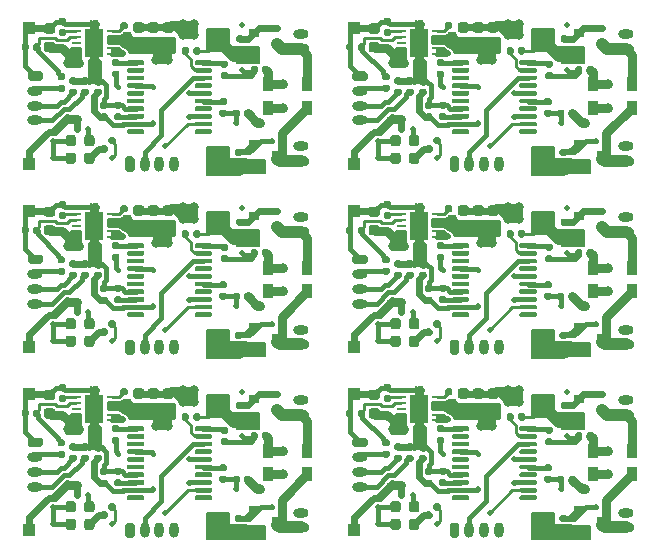
<source format=gbr>
%TF.GenerationSoftware,KiCad,Pcbnew,(5.1.6)-1*%
%TF.CreationDate,2021-08-29T21:48:12-05:00*%
%TF.ProjectId,MicroBrushedESC,4d696372-6f42-4727-9573-686564455343,rev?*%
%TF.SameCoordinates,Original*%
%TF.FileFunction,Copper,L1,Top*%
%TF.FilePolarity,Positive*%
%FSLAX46Y46*%
G04 Gerber Fmt 4.6, Leading zero omitted, Abs format (unit mm)*
G04 Created by KiCad (PCBNEW (5.1.6)-1) date 2021-08-29 21:48:12*
%MOMM*%
%LPD*%
G01*
G04 APERTURE LIST*
%TA.AperFunction,SMDPad,CuDef*%
%ADD10R,0.280000X0.700000*%
%TD*%
%TA.AperFunction,SMDPad,CuDef*%
%ADD11C,0.280000*%
%TD*%
%TA.AperFunction,SMDPad,CuDef*%
%ADD12R,0.710000X0.280000*%
%TD*%
%TA.AperFunction,SMDPad,CuDef*%
%ADD13R,1.650000X2.400000*%
%TD*%
%TA.AperFunction,ComponentPad*%
%ADD14C,0.300000*%
%TD*%
%TA.AperFunction,SMDPad,CuDef*%
%ADD15R,0.900000X1.200000*%
%TD*%
%TA.AperFunction,ComponentPad*%
%ADD16O,1.300000X0.800000*%
%TD*%
%TA.AperFunction,ComponentPad*%
%ADD17R,1.000000X1.000000*%
%TD*%
%TA.AperFunction,ComponentPad*%
%ADD18O,0.800000X1.300000*%
%TD*%
%TA.AperFunction,SMDPad,CuDef*%
%ADD19R,0.900000X0.800000*%
%TD*%
%TA.AperFunction,ViaPad*%
%ADD20C,0.800000*%
%TD*%
%TA.AperFunction,ViaPad*%
%ADD21C,0.500000*%
%TD*%
%TA.AperFunction,Conductor*%
%ADD22C,0.400000*%
%TD*%
%TA.AperFunction,Conductor*%
%ADD23C,0.800000*%
%TD*%
%TA.AperFunction,Conductor*%
%ADD24C,0.600000*%
%TD*%
%TA.AperFunction,Conductor*%
%ADD25C,0.250000*%
%TD*%
%TA.AperFunction,Conductor*%
%ADD26C,1.000000*%
%TD*%
%TA.AperFunction,Conductor*%
%ADD27C,0.500000*%
%TD*%
%TA.AperFunction,Conductor*%
%ADD28C,0.127000*%
%TD*%
%TA.AperFunction,Conductor*%
%ADD29C,0.254000*%
%TD*%
G04 APERTURE END LIST*
%TO.P,R14,1*%
%TO.N,Net-(R13-Pad2)*%
%TA.AperFunction,SMDPad,CuDef*%
G36*
G01*
X151895000Y-80927500D02*
X151895000Y-81272500D01*
G75*
G02*
X151747500Y-81420000I-147500J0D01*
G01*
X151452500Y-81420000D01*
G75*
G02*
X151305000Y-81272500I0J147500D01*
G01*
X151305000Y-80927500D01*
G75*
G02*
X151452500Y-80780000I147500J0D01*
G01*
X151747500Y-80780000D01*
G75*
G02*
X151895000Y-80927500I0J-147500D01*
G01*
G37*
%TD.AperFunction*%
%TO.P,R14,2*%
%TO.N,VSS*%
%TA.AperFunction,SMDPad,CuDef*%
G36*
G01*
X150925000Y-80927500D02*
X150925000Y-81272500D01*
G75*
G02*
X150777500Y-81420000I-147500J0D01*
G01*
X150482500Y-81420000D01*
G75*
G02*
X150335000Y-81272500I0J147500D01*
G01*
X150335000Y-80927500D01*
G75*
G02*
X150482500Y-80780000I147500J0D01*
G01*
X150777500Y-80780000D01*
G75*
G02*
X150925000Y-80927500I0J-147500D01*
G01*
G37*
%TD.AperFunction*%
%TD*%
%TO.P,R14,1*%
%TO.N,Net-(R13-Pad2)*%
%TA.AperFunction,SMDPad,CuDef*%
G36*
G01*
X124395000Y-80927500D02*
X124395000Y-81272500D01*
G75*
G02*
X124247500Y-81420000I-147500J0D01*
G01*
X123952500Y-81420000D01*
G75*
G02*
X123805000Y-81272500I0J147500D01*
G01*
X123805000Y-80927500D01*
G75*
G02*
X123952500Y-80780000I147500J0D01*
G01*
X124247500Y-80780000D01*
G75*
G02*
X124395000Y-80927500I0J-147500D01*
G01*
G37*
%TD.AperFunction*%
%TO.P,R14,2*%
%TO.N,VSS*%
%TA.AperFunction,SMDPad,CuDef*%
G36*
G01*
X123425000Y-80927500D02*
X123425000Y-81272500D01*
G75*
G02*
X123277500Y-81420000I-147500J0D01*
G01*
X122982500Y-81420000D01*
G75*
G02*
X122835000Y-81272500I0J147500D01*
G01*
X122835000Y-80927500D01*
G75*
G02*
X122982500Y-80780000I147500J0D01*
G01*
X123277500Y-80780000D01*
G75*
G02*
X123425000Y-80927500I0J-147500D01*
G01*
G37*
%TD.AperFunction*%
%TD*%
%TO.P,R14,1*%
%TO.N,Net-(R13-Pad2)*%
%TA.AperFunction,SMDPad,CuDef*%
G36*
G01*
X151895000Y-65427500D02*
X151895000Y-65772500D01*
G75*
G02*
X151747500Y-65920000I-147500J0D01*
G01*
X151452500Y-65920000D01*
G75*
G02*
X151305000Y-65772500I0J147500D01*
G01*
X151305000Y-65427500D01*
G75*
G02*
X151452500Y-65280000I147500J0D01*
G01*
X151747500Y-65280000D01*
G75*
G02*
X151895000Y-65427500I0J-147500D01*
G01*
G37*
%TD.AperFunction*%
%TO.P,R14,2*%
%TO.N,VSS*%
%TA.AperFunction,SMDPad,CuDef*%
G36*
G01*
X150925000Y-65427500D02*
X150925000Y-65772500D01*
G75*
G02*
X150777500Y-65920000I-147500J0D01*
G01*
X150482500Y-65920000D01*
G75*
G02*
X150335000Y-65772500I0J147500D01*
G01*
X150335000Y-65427500D01*
G75*
G02*
X150482500Y-65280000I147500J0D01*
G01*
X150777500Y-65280000D01*
G75*
G02*
X150925000Y-65427500I0J-147500D01*
G01*
G37*
%TD.AperFunction*%
%TD*%
%TO.P,R14,1*%
%TO.N,Net-(R13-Pad2)*%
%TA.AperFunction,SMDPad,CuDef*%
G36*
G01*
X124395000Y-65427500D02*
X124395000Y-65772500D01*
G75*
G02*
X124247500Y-65920000I-147500J0D01*
G01*
X123952500Y-65920000D01*
G75*
G02*
X123805000Y-65772500I0J147500D01*
G01*
X123805000Y-65427500D01*
G75*
G02*
X123952500Y-65280000I147500J0D01*
G01*
X124247500Y-65280000D01*
G75*
G02*
X124395000Y-65427500I0J-147500D01*
G01*
G37*
%TD.AperFunction*%
%TO.P,R14,2*%
%TO.N,VSS*%
%TA.AperFunction,SMDPad,CuDef*%
G36*
G01*
X123425000Y-65427500D02*
X123425000Y-65772500D01*
G75*
G02*
X123277500Y-65920000I-147500J0D01*
G01*
X122982500Y-65920000D01*
G75*
G02*
X122835000Y-65772500I0J147500D01*
G01*
X122835000Y-65427500D01*
G75*
G02*
X122982500Y-65280000I147500J0D01*
G01*
X123277500Y-65280000D01*
G75*
G02*
X123425000Y-65427500I0J-147500D01*
G01*
G37*
%TD.AperFunction*%
%TD*%
%TO.P,R14,1*%
%TO.N,Net-(R13-Pad2)*%
%TA.AperFunction,SMDPad,CuDef*%
G36*
G01*
X151895000Y-49927500D02*
X151895000Y-50272500D01*
G75*
G02*
X151747500Y-50420000I-147500J0D01*
G01*
X151452500Y-50420000D01*
G75*
G02*
X151305000Y-50272500I0J147500D01*
G01*
X151305000Y-49927500D01*
G75*
G02*
X151452500Y-49780000I147500J0D01*
G01*
X151747500Y-49780000D01*
G75*
G02*
X151895000Y-49927500I0J-147500D01*
G01*
G37*
%TD.AperFunction*%
%TO.P,R14,2*%
%TO.N,VSS*%
%TA.AperFunction,SMDPad,CuDef*%
G36*
G01*
X150925000Y-49927500D02*
X150925000Y-50272500D01*
G75*
G02*
X150777500Y-50420000I-147500J0D01*
G01*
X150482500Y-50420000D01*
G75*
G02*
X150335000Y-50272500I0J147500D01*
G01*
X150335000Y-49927500D01*
G75*
G02*
X150482500Y-49780000I147500J0D01*
G01*
X150777500Y-49780000D01*
G75*
G02*
X150925000Y-49927500I0J-147500D01*
G01*
G37*
%TD.AperFunction*%
%TD*%
%TO.P,R13,1*%
%TO.N,V_Filt+*%
%TA.AperFunction,SMDPad,CuDef*%
G36*
G01*
X153872500Y-84865000D02*
X153527500Y-84865000D01*
G75*
G02*
X153380000Y-84717500I0J147500D01*
G01*
X153380000Y-84422500D01*
G75*
G02*
X153527500Y-84275000I147500J0D01*
G01*
X153872500Y-84275000D01*
G75*
G02*
X154020000Y-84422500I0J-147500D01*
G01*
X154020000Y-84717500D01*
G75*
G02*
X153872500Y-84865000I-147500J0D01*
G01*
G37*
%TD.AperFunction*%
%TO.P,R13,2*%
%TO.N,Net-(R13-Pad2)*%
%TA.AperFunction,SMDPad,CuDef*%
G36*
G01*
X153872500Y-83895000D02*
X153527500Y-83895000D01*
G75*
G02*
X153380000Y-83747500I0J147500D01*
G01*
X153380000Y-83452500D01*
G75*
G02*
X153527500Y-83305000I147500J0D01*
G01*
X153872500Y-83305000D01*
G75*
G02*
X154020000Y-83452500I0J-147500D01*
G01*
X154020000Y-83747500D01*
G75*
G02*
X153872500Y-83895000I-147500J0D01*
G01*
G37*
%TD.AperFunction*%
%TD*%
%TO.P,R13,1*%
%TO.N,V_Filt+*%
%TA.AperFunction,SMDPad,CuDef*%
G36*
G01*
X126372500Y-84865000D02*
X126027500Y-84865000D01*
G75*
G02*
X125880000Y-84717500I0J147500D01*
G01*
X125880000Y-84422500D01*
G75*
G02*
X126027500Y-84275000I147500J0D01*
G01*
X126372500Y-84275000D01*
G75*
G02*
X126520000Y-84422500I0J-147500D01*
G01*
X126520000Y-84717500D01*
G75*
G02*
X126372500Y-84865000I-147500J0D01*
G01*
G37*
%TD.AperFunction*%
%TO.P,R13,2*%
%TO.N,Net-(R13-Pad2)*%
%TA.AperFunction,SMDPad,CuDef*%
G36*
G01*
X126372500Y-83895000D02*
X126027500Y-83895000D01*
G75*
G02*
X125880000Y-83747500I0J147500D01*
G01*
X125880000Y-83452500D01*
G75*
G02*
X126027500Y-83305000I147500J0D01*
G01*
X126372500Y-83305000D01*
G75*
G02*
X126520000Y-83452500I0J-147500D01*
G01*
X126520000Y-83747500D01*
G75*
G02*
X126372500Y-83895000I-147500J0D01*
G01*
G37*
%TD.AperFunction*%
%TD*%
%TO.P,R13,1*%
%TO.N,V_Filt+*%
%TA.AperFunction,SMDPad,CuDef*%
G36*
G01*
X153872500Y-69365000D02*
X153527500Y-69365000D01*
G75*
G02*
X153380000Y-69217500I0J147500D01*
G01*
X153380000Y-68922500D01*
G75*
G02*
X153527500Y-68775000I147500J0D01*
G01*
X153872500Y-68775000D01*
G75*
G02*
X154020000Y-68922500I0J-147500D01*
G01*
X154020000Y-69217500D01*
G75*
G02*
X153872500Y-69365000I-147500J0D01*
G01*
G37*
%TD.AperFunction*%
%TO.P,R13,2*%
%TO.N,Net-(R13-Pad2)*%
%TA.AperFunction,SMDPad,CuDef*%
G36*
G01*
X153872500Y-68395000D02*
X153527500Y-68395000D01*
G75*
G02*
X153380000Y-68247500I0J147500D01*
G01*
X153380000Y-67952500D01*
G75*
G02*
X153527500Y-67805000I147500J0D01*
G01*
X153872500Y-67805000D01*
G75*
G02*
X154020000Y-67952500I0J-147500D01*
G01*
X154020000Y-68247500D01*
G75*
G02*
X153872500Y-68395000I-147500J0D01*
G01*
G37*
%TD.AperFunction*%
%TD*%
%TO.P,R13,1*%
%TO.N,V_Filt+*%
%TA.AperFunction,SMDPad,CuDef*%
G36*
G01*
X126372500Y-69365000D02*
X126027500Y-69365000D01*
G75*
G02*
X125880000Y-69217500I0J147500D01*
G01*
X125880000Y-68922500D01*
G75*
G02*
X126027500Y-68775000I147500J0D01*
G01*
X126372500Y-68775000D01*
G75*
G02*
X126520000Y-68922500I0J-147500D01*
G01*
X126520000Y-69217500D01*
G75*
G02*
X126372500Y-69365000I-147500J0D01*
G01*
G37*
%TD.AperFunction*%
%TO.P,R13,2*%
%TO.N,Net-(R13-Pad2)*%
%TA.AperFunction,SMDPad,CuDef*%
G36*
G01*
X126372500Y-68395000D02*
X126027500Y-68395000D01*
G75*
G02*
X125880000Y-68247500I0J147500D01*
G01*
X125880000Y-67952500D01*
G75*
G02*
X126027500Y-67805000I147500J0D01*
G01*
X126372500Y-67805000D01*
G75*
G02*
X126520000Y-67952500I0J-147500D01*
G01*
X126520000Y-68247500D01*
G75*
G02*
X126372500Y-68395000I-147500J0D01*
G01*
G37*
%TD.AperFunction*%
%TD*%
%TO.P,R13,1*%
%TO.N,V_Filt+*%
%TA.AperFunction,SMDPad,CuDef*%
G36*
G01*
X153872500Y-53865000D02*
X153527500Y-53865000D01*
G75*
G02*
X153380000Y-53717500I0J147500D01*
G01*
X153380000Y-53422500D01*
G75*
G02*
X153527500Y-53275000I147500J0D01*
G01*
X153872500Y-53275000D01*
G75*
G02*
X154020000Y-53422500I0J-147500D01*
G01*
X154020000Y-53717500D01*
G75*
G02*
X153872500Y-53865000I-147500J0D01*
G01*
G37*
%TD.AperFunction*%
%TO.P,R13,2*%
%TO.N,Net-(R13-Pad2)*%
%TA.AperFunction,SMDPad,CuDef*%
G36*
G01*
X153872500Y-52895000D02*
X153527500Y-52895000D01*
G75*
G02*
X153380000Y-52747500I0J147500D01*
G01*
X153380000Y-52452500D01*
G75*
G02*
X153527500Y-52305000I147500J0D01*
G01*
X153872500Y-52305000D01*
G75*
G02*
X154020000Y-52452500I0J-147500D01*
G01*
X154020000Y-52747500D01*
G75*
G02*
X153872500Y-52895000I-147500J0D01*
G01*
G37*
%TD.AperFunction*%
%TD*%
%TO.P,R9,1*%
%TO.N,V_Filt+*%
%TA.AperFunction,SMDPad,CuDef*%
G36*
G01*
X159172500Y-80545000D02*
X158827500Y-80545000D01*
G75*
G02*
X158680000Y-80397500I0J147500D01*
G01*
X158680000Y-80102500D01*
G75*
G02*
X158827500Y-79955000I147500J0D01*
G01*
X159172500Y-79955000D01*
G75*
G02*
X159320000Y-80102500I0J-147500D01*
G01*
X159320000Y-80397500D01*
G75*
G02*
X159172500Y-80545000I-147500J0D01*
G01*
G37*
%TD.AperFunction*%
%TO.P,R9,2*%
%TO.N,Net-(R9-Pad2)*%
%TA.AperFunction,SMDPad,CuDef*%
G36*
G01*
X159172500Y-79575000D02*
X158827500Y-79575000D01*
G75*
G02*
X158680000Y-79427500I0J147500D01*
G01*
X158680000Y-79132500D01*
G75*
G02*
X158827500Y-78985000I147500J0D01*
G01*
X159172500Y-78985000D01*
G75*
G02*
X159320000Y-79132500I0J-147500D01*
G01*
X159320000Y-79427500D01*
G75*
G02*
X159172500Y-79575000I-147500J0D01*
G01*
G37*
%TD.AperFunction*%
%TD*%
%TO.P,R9,1*%
%TO.N,V_Filt+*%
%TA.AperFunction,SMDPad,CuDef*%
G36*
G01*
X131672500Y-80545000D02*
X131327500Y-80545000D01*
G75*
G02*
X131180000Y-80397500I0J147500D01*
G01*
X131180000Y-80102500D01*
G75*
G02*
X131327500Y-79955000I147500J0D01*
G01*
X131672500Y-79955000D01*
G75*
G02*
X131820000Y-80102500I0J-147500D01*
G01*
X131820000Y-80397500D01*
G75*
G02*
X131672500Y-80545000I-147500J0D01*
G01*
G37*
%TD.AperFunction*%
%TO.P,R9,2*%
%TO.N,Net-(R9-Pad2)*%
%TA.AperFunction,SMDPad,CuDef*%
G36*
G01*
X131672500Y-79575000D02*
X131327500Y-79575000D01*
G75*
G02*
X131180000Y-79427500I0J147500D01*
G01*
X131180000Y-79132500D01*
G75*
G02*
X131327500Y-78985000I147500J0D01*
G01*
X131672500Y-78985000D01*
G75*
G02*
X131820000Y-79132500I0J-147500D01*
G01*
X131820000Y-79427500D01*
G75*
G02*
X131672500Y-79575000I-147500J0D01*
G01*
G37*
%TD.AperFunction*%
%TD*%
%TO.P,R9,1*%
%TO.N,V_Filt+*%
%TA.AperFunction,SMDPad,CuDef*%
G36*
G01*
X159172500Y-65045000D02*
X158827500Y-65045000D01*
G75*
G02*
X158680000Y-64897500I0J147500D01*
G01*
X158680000Y-64602500D01*
G75*
G02*
X158827500Y-64455000I147500J0D01*
G01*
X159172500Y-64455000D01*
G75*
G02*
X159320000Y-64602500I0J-147500D01*
G01*
X159320000Y-64897500D01*
G75*
G02*
X159172500Y-65045000I-147500J0D01*
G01*
G37*
%TD.AperFunction*%
%TO.P,R9,2*%
%TO.N,Net-(R9-Pad2)*%
%TA.AperFunction,SMDPad,CuDef*%
G36*
G01*
X159172500Y-64075000D02*
X158827500Y-64075000D01*
G75*
G02*
X158680000Y-63927500I0J147500D01*
G01*
X158680000Y-63632500D01*
G75*
G02*
X158827500Y-63485000I147500J0D01*
G01*
X159172500Y-63485000D01*
G75*
G02*
X159320000Y-63632500I0J-147500D01*
G01*
X159320000Y-63927500D01*
G75*
G02*
X159172500Y-64075000I-147500J0D01*
G01*
G37*
%TD.AperFunction*%
%TD*%
%TO.P,R9,1*%
%TO.N,V_Filt+*%
%TA.AperFunction,SMDPad,CuDef*%
G36*
G01*
X131672500Y-65045000D02*
X131327500Y-65045000D01*
G75*
G02*
X131180000Y-64897500I0J147500D01*
G01*
X131180000Y-64602500D01*
G75*
G02*
X131327500Y-64455000I147500J0D01*
G01*
X131672500Y-64455000D01*
G75*
G02*
X131820000Y-64602500I0J-147500D01*
G01*
X131820000Y-64897500D01*
G75*
G02*
X131672500Y-65045000I-147500J0D01*
G01*
G37*
%TD.AperFunction*%
%TO.P,R9,2*%
%TO.N,Net-(R9-Pad2)*%
%TA.AperFunction,SMDPad,CuDef*%
G36*
G01*
X131672500Y-64075000D02*
X131327500Y-64075000D01*
G75*
G02*
X131180000Y-63927500I0J147500D01*
G01*
X131180000Y-63632500D01*
G75*
G02*
X131327500Y-63485000I147500J0D01*
G01*
X131672500Y-63485000D01*
G75*
G02*
X131820000Y-63632500I0J-147500D01*
G01*
X131820000Y-63927500D01*
G75*
G02*
X131672500Y-64075000I-147500J0D01*
G01*
G37*
%TD.AperFunction*%
%TD*%
%TO.P,R9,1*%
%TO.N,V_Filt+*%
%TA.AperFunction,SMDPad,CuDef*%
G36*
G01*
X159172500Y-49545000D02*
X158827500Y-49545000D01*
G75*
G02*
X158680000Y-49397500I0J147500D01*
G01*
X158680000Y-49102500D01*
G75*
G02*
X158827500Y-48955000I147500J0D01*
G01*
X159172500Y-48955000D01*
G75*
G02*
X159320000Y-49102500I0J-147500D01*
G01*
X159320000Y-49397500D01*
G75*
G02*
X159172500Y-49545000I-147500J0D01*
G01*
G37*
%TD.AperFunction*%
%TO.P,R9,2*%
%TO.N,Net-(R9-Pad2)*%
%TA.AperFunction,SMDPad,CuDef*%
G36*
G01*
X159172500Y-48575000D02*
X158827500Y-48575000D01*
G75*
G02*
X158680000Y-48427500I0J147500D01*
G01*
X158680000Y-48132500D01*
G75*
G02*
X158827500Y-47985000I147500J0D01*
G01*
X159172500Y-47985000D01*
G75*
G02*
X159320000Y-48132500I0J-147500D01*
G01*
X159320000Y-48427500D01*
G75*
G02*
X159172500Y-48575000I-147500J0D01*
G01*
G37*
%TD.AperFunction*%
%TD*%
D10*
%TO.P,U2,11*%
%TO.N,VSS*%
X156710000Y-82250000D03*
X156210000Y-82250000D03*
X156210000Y-79150000D03*
D11*
%TO.P,U2,6*%
%TO.N,Net-(C3-Pad1)*%
X155270000Y-79700000D03*
D12*
X154920000Y-79700000D03*
D13*
%TO.P,U2,11*%
%TO.N,VSS*%
X156460000Y-80700000D03*
D11*
%TO.P,U2,1*%
%TO.N,Net-(L1-Pad1)*%
X157650000Y-81700000D03*
D12*
X158000000Y-81700000D03*
%TO.P,U2,2*%
X158000000Y-81200000D03*
%TO.P,U2,3*%
%TO.N,V_Filt+*%
X158000000Y-80700000D03*
%TO.P,U2,4*%
X158000000Y-80200000D03*
%TO.P,U2,5*%
%TO.N,Net-(R9-Pad2)*%
X158000000Y-79700000D03*
D11*
%TO.P,U2,2*%
%TO.N,Net-(L1-Pad1)*%
X157650000Y-81200000D03*
%TO.P,U2,3*%
%TO.N,V_Filt+*%
X157650000Y-80700000D03*
%TO.P,U2,4*%
X157650000Y-80200000D03*
%TO.P,U2,5*%
%TO.N,Net-(R9-Pad2)*%
X157650000Y-79700000D03*
D12*
%TO.P,U2,7*%
%TO.N,Net-(R13-Pad2)*%
X154920000Y-80200000D03*
%TO.P,U2,8*%
%TO.N,Net-(U2-Pad8)*%
X154920000Y-80700000D03*
%TO.P,U2,9*%
%TO.N,VDD*%
X154920000Y-81200000D03*
%TO.P,U2,10*%
X154920000Y-81700000D03*
D11*
%TO.P,U2,7*%
%TO.N,Net-(R13-Pad2)*%
X155270000Y-80200000D03*
%TO.P,U2,8*%
%TO.N,Net-(U2-Pad8)*%
X155270000Y-80700000D03*
%TO.P,U2,9*%
%TO.N,VDD*%
X155270000Y-81200000D03*
%TO.P,U2,10*%
X155270000Y-81700000D03*
D10*
%TO.P,U2,11*%
%TO.N,VSS*%
X156710000Y-79150000D03*
D14*
X156460000Y-80700000D03*
X155960000Y-79950000D03*
X156960000Y-81450000D03*
X156960000Y-79950000D03*
X155960000Y-81450000D03*
%TD*%
D10*
%TO.P,U2,11*%
%TO.N,VSS*%
X129210000Y-82250000D03*
X128710000Y-82250000D03*
X128710000Y-79150000D03*
D11*
%TO.P,U2,6*%
%TO.N,Net-(C3-Pad1)*%
X127770000Y-79700000D03*
D12*
X127420000Y-79700000D03*
D13*
%TO.P,U2,11*%
%TO.N,VSS*%
X128960000Y-80700000D03*
D11*
%TO.P,U2,1*%
%TO.N,Net-(L1-Pad1)*%
X130150000Y-81700000D03*
D12*
X130500000Y-81700000D03*
%TO.P,U2,2*%
X130500000Y-81200000D03*
%TO.P,U2,3*%
%TO.N,V_Filt+*%
X130500000Y-80700000D03*
%TO.P,U2,4*%
X130500000Y-80200000D03*
%TO.P,U2,5*%
%TO.N,Net-(R9-Pad2)*%
X130500000Y-79700000D03*
D11*
%TO.P,U2,2*%
%TO.N,Net-(L1-Pad1)*%
X130150000Y-81200000D03*
%TO.P,U2,3*%
%TO.N,V_Filt+*%
X130150000Y-80700000D03*
%TO.P,U2,4*%
X130150000Y-80200000D03*
%TO.P,U2,5*%
%TO.N,Net-(R9-Pad2)*%
X130150000Y-79700000D03*
D12*
%TO.P,U2,7*%
%TO.N,Net-(R13-Pad2)*%
X127420000Y-80200000D03*
%TO.P,U2,8*%
%TO.N,Net-(U2-Pad8)*%
X127420000Y-80700000D03*
%TO.P,U2,9*%
%TO.N,VDD*%
X127420000Y-81200000D03*
%TO.P,U2,10*%
X127420000Y-81700000D03*
D11*
%TO.P,U2,7*%
%TO.N,Net-(R13-Pad2)*%
X127770000Y-80200000D03*
%TO.P,U2,8*%
%TO.N,Net-(U2-Pad8)*%
X127770000Y-80700000D03*
%TO.P,U2,9*%
%TO.N,VDD*%
X127770000Y-81200000D03*
%TO.P,U2,10*%
X127770000Y-81700000D03*
D10*
%TO.P,U2,11*%
%TO.N,VSS*%
X129210000Y-79150000D03*
D14*
X128960000Y-80700000D03*
X128460000Y-79950000D03*
X129460000Y-81450000D03*
X129460000Y-79950000D03*
X128460000Y-81450000D03*
%TD*%
D10*
%TO.P,U2,11*%
%TO.N,VSS*%
X156710000Y-66750000D03*
X156210000Y-66750000D03*
X156210000Y-63650000D03*
D11*
%TO.P,U2,6*%
%TO.N,Net-(C3-Pad1)*%
X155270000Y-64200000D03*
D12*
X154920000Y-64200000D03*
D13*
%TO.P,U2,11*%
%TO.N,VSS*%
X156460000Y-65200000D03*
D11*
%TO.P,U2,1*%
%TO.N,Net-(L1-Pad1)*%
X157650000Y-66200000D03*
D12*
X158000000Y-66200000D03*
%TO.P,U2,2*%
X158000000Y-65700000D03*
%TO.P,U2,3*%
%TO.N,V_Filt+*%
X158000000Y-65200000D03*
%TO.P,U2,4*%
X158000000Y-64700000D03*
%TO.P,U2,5*%
%TO.N,Net-(R9-Pad2)*%
X158000000Y-64200000D03*
D11*
%TO.P,U2,2*%
%TO.N,Net-(L1-Pad1)*%
X157650000Y-65700000D03*
%TO.P,U2,3*%
%TO.N,V_Filt+*%
X157650000Y-65200000D03*
%TO.P,U2,4*%
X157650000Y-64700000D03*
%TO.P,U2,5*%
%TO.N,Net-(R9-Pad2)*%
X157650000Y-64200000D03*
D12*
%TO.P,U2,7*%
%TO.N,Net-(R13-Pad2)*%
X154920000Y-64700000D03*
%TO.P,U2,8*%
%TO.N,Net-(U2-Pad8)*%
X154920000Y-65200000D03*
%TO.P,U2,9*%
%TO.N,VDD*%
X154920000Y-65700000D03*
%TO.P,U2,10*%
X154920000Y-66200000D03*
D11*
%TO.P,U2,7*%
%TO.N,Net-(R13-Pad2)*%
X155270000Y-64700000D03*
%TO.P,U2,8*%
%TO.N,Net-(U2-Pad8)*%
X155270000Y-65200000D03*
%TO.P,U2,9*%
%TO.N,VDD*%
X155270000Y-65700000D03*
%TO.P,U2,10*%
X155270000Y-66200000D03*
D10*
%TO.P,U2,11*%
%TO.N,VSS*%
X156710000Y-63650000D03*
D14*
X156460000Y-65200000D03*
X155960000Y-64450000D03*
X156960000Y-65950000D03*
X156960000Y-64450000D03*
X155960000Y-65950000D03*
%TD*%
D10*
%TO.P,U2,11*%
%TO.N,VSS*%
X129210000Y-66750000D03*
X128710000Y-66750000D03*
X128710000Y-63650000D03*
D11*
%TO.P,U2,6*%
%TO.N,Net-(C3-Pad1)*%
X127770000Y-64200000D03*
D12*
X127420000Y-64200000D03*
D13*
%TO.P,U2,11*%
%TO.N,VSS*%
X128960000Y-65200000D03*
D11*
%TO.P,U2,1*%
%TO.N,Net-(L1-Pad1)*%
X130150000Y-66200000D03*
D12*
X130500000Y-66200000D03*
%TO.P,U2,2*%
X130500000Y-65700000D03*
%TO.P,U2,3*%
%TO.N,V_Filt+*%
X130500000Y-65200000D03*
%TO.P,U2,4*%
X130500000Y-64700000D03*
%TO.P,U2,5*%
%TO.N,Net-(R9-Pad2)*%
X130500000Y-64200000D03*
D11*
%TO.P,U2,2*%
%TO.N,Net-(L1-Pad1)*%
X130150000Y-65700000D03*
%TO.P,U2,3*%
%TO.N,V_Filt+*%
X130150000Y-65200000D03*
%TO.P,U2,4*%
X130150000Y-64700000D03*
%TO.P,U2,5*%
%TO.N,Net-(R9-Pad2)*%
X130150000Y-64200000D03*
D12*
%TO.P,U2,7*%
%TO.N,Net-(R13-Pad2)*%
X127420000Y-64700000D03*
%TO.P,U2,8*%
%TO.N,Net-(U2-Pad8)*%
X127420000Y-65200000D03*
%TO.P,U2,9*%
%TO.N,VDD*%
X127420000Y-65700000D03*
%TO.P,U2,10*%
X127420000Y-66200000D03*
D11*
%TO.P,U2,7*%
%TO.N,Net-(R13-Pad2)*%
X127770000Y-64700000D03*
%TO.P,U2,8*%
%TO.N,Net-(U2-Pad8)*%
X127770000Y-65200000D03*
%TO.P,U2,9*%
%TO.N,VDD*%
X127770000Y-65700000D03*
%TO.P,U2,10*%
X127770000Y-66200000D03*
D10*
%TO.P,U2,11*%
%TO.N,VSS*%
X129210000Y-63650000D03*
D14*
X128960000Y-65200000D03*
X128460000Y-64450000D03*
X129460000Y-65950000D03*
X129460000Y-64450000D03*
X128460000Y-65950000D03*
%TD*%
D10*
%TO.P,U2,11*%
%TO.N,VSS*%
X156710000Y-51250000D03*
X156210000Y-51250000D03*
X156210000Y-48150000D03*
D11*
%TO.P,U2,6*%
%TO.N,Net-(C3-Pad1)*%
X155270000Y-48700000D03*
D12*
X154920000Y-48700000D03*
D13*
%TO.P,U2,11*%
%TO.N,VSS*%
X156460000Y-49700000D03*
D11*
%TO.P,U2,1*%
%TO.N,Net-(L1-Pad1)*%
X157650000Y-50700000D03*
D12*
X158000000Y-50700000D03*
%TO.P,U2,2*%
X158000000Y-50200000D03*
%TO.P,U2,3*%
%TO.N,V_Filt+*%
X158000000Y-49700000D03*
%TO.P,U2,4*%
X158000000Y-49200000D03*
%TO.P,U2,5*%
%TO.N,Net-(R9-Pad2)*%
X158000000Y-48700000D03*
D11*
%TO.P,U2,2*%
%TO.N,Net-(L1-Pad1)*%
X157650000Y-50200000D03*
%TO.P,U2,3*%
%TO.N,V_Filt+*%
X157650000Y-49700000D03*
%TO.P,U2,4*%
X157650000Y-49200000D03*
%TO.P,U2,5*%
%TO.N,Net-(R9-Pad2)*%
X157650000Y-48700000D03*
D12*
%TO.P,U2,7*%
%TO.N,Net-(R13-Pad2)*%
X154920000Y-49200000D03*
%TO.P,U2,8*%
%TO.N,Net-(U2-Pad8)*%
X154920000Y-49700000D03*
%TO.P,U2,9*%
%TO.N,VDD*%
X154920000Y-50200000D03*
%TO.P,U2,10*%
X154920000Y-50700000D03*
D11*
%TO.P,U2,7*%
%TO.N,Net-(R13-Pad2)*%
X155270000Y-49200000D03*
%TO.P,U2,8*%
%TO.N,Net-(U2-Pad8)*%
X155270000Y-49700000D03*
%TO.P,U2,9*%
%TO.N,VDD*%
X155270000Y-50200000D03*
%TO.P,U2,10*%
X155270000Y-50700000D03*
D10*
%TO.P,U2,11*%
%TO.N,VSS*%
X156710000Y-48150000D03*
D14*
X156460000Y-49700000D03*
X155960000Y-48950000D03*
X156960000Y-50450000D03*
X156960000Y-48950000D03*
X155960000Y-50450000D03*
%TD*%
%TO.P,C9,1*%
%TO.N,V_Filt+*%
%TA.AperFunction,SMDPad,CuDef*%
G36*
G01*
X160506250Y-81437500D02*
X159993750Y-81437500D01*
G75*
G02*
X159775000Y-81218750I0J218750D01*
G01*
X159775000Y-80781250D01*
G75*
G02*
X159993750Y-80562500I218750J0D01*
G01*
X160506250Y-80562500D01*
G75*
G02*
X160725000Y-80781250I0J-218750D01*
G01*
X160725000Y-81218750D01*
G75*
G02*
X160506250Y-81437500I-218750J0D01*
G01*
G37*
%TD.AperFunction*%
%TO.P,C9,2*%
%TO.N,VSS*%
%TA.AperFunction,SMDPad,CuDef*%
G36*
G01*
X160506250Y-79862500D02*
X159993750Y-79862500D01*
G75*
G02*
X159775000Y-79643750I0J218750D01*
G01*
X159775000Y-79206250D01*
G75*
G02*
X159993750Y-78987500I218750J0D01*
G01*
X160506250Y-78987500D01*
G75*
G02*
X160725000Y-79206250I0J-218750D01*
G01*
X160725000Y-79643750D01*
G75*
G02*
X160506250Y-79862500I-218750J0D01*
G01*
G37*
%TD.AperFunction*%
%TD*%
%TO.P,C9,1*%
%TO.N,V_Filt+*%
%TA.AperFunction,SMDPad,CuDef*%
G36*
G01*
X133006250Y-81437500D02*
X132493750Y-81437500D01*
G75*
G02*
X132275000Y-81218750I0J218750D01*
G01*
X132275000Y-80781250D01*
G75*
G02*
X132493750Y-80562500I218750J0D01*
G01*
X133006250Y-80562500D01*
G75*
G02*
X133225000Y-80781250I0J-218750D01*
G01*
X133225000Y-81218750D01*
G75*
G02*
X133006250Y-81437500I-218750J0D01*
G01*
G37*
%TD.AperFunction*%
%TO.P,C9,2*%
%TO.N,VSS*%
%TA.AperFunction,SMDPad,CuDef*%
G36*
G01*
X133006250Y-79862500D02*
X132493750Y-79862500D01*
G75*
G02*
X132275000Y-79643750I0J218750D01*
G01*
X132275000Y-79206250D01*
G75*
G02*
X132493750Y-78987500I218750J0D01*
G01*
X133006250Y-78987500D01*
G75*
G02*
X133225000Y-79206250I0J-218750D01*
G01*
X133225000Y-79643750D01*
G75*
G02*
X133006250Y-79862500I-218750J0D01*
G01*
G37*
%TD.AperFunction*%
%TD*%
%TO.P,C9,1*%
%TO.N,V_Filt+*%
%TA.AperFunction,SMDPad,CuDef*%
G36*
G01*
X160506250Y-65937500D02*
X159993750Y-65937500D01*
G75*
G02*
X159775000Y-65718750I0J218750D01*
G01*
X159775000Y-65281250D01*
G75*
G02*
X159993750Y-65062500I218750J0D01*
G01*
X160506250Y-65062500D01*
G75*
G02*
X160725000Y-65281250I0J-218750D01*
G01*
X160725000Y-65718750D01*
G75*
G02*
X160506250Y-65937500I-218750J0D01*
G01*
G37*
%TD.AperFunction*%
%TO.P,C9,2*%
%TO.N,VSS*%
%TA.AperFunction,SMDPad,CuDef*%
G36*
G01*
X160506250Y-64362500D02*
X159993750Y-64362500D01*
G75*
G02*
X159775000Y-64143750I0J218750D01*
G01*
X159775000Y-63706250D01*
G75*
G02*
X159993750Y-63487500I218750J0D01*
G01*
X160506250Y-63487500D01*
G75*
G02*
X160725000Y-63706250I0J-218750D01*
G01*
X160725000Y-64143750D01*
G75*
G02*
X160506250Y-64362500I-218750J0D01*
G01*
G37*
%TD.AperFunction*%
%TD*%
%TO.P,C9,1*%
%TO.N,V_Filt+*%
%TA.AperFunction,SMDPad,CuDef*%
G36*
G01*
X133006250Y-65937500D02*
X132493750Y-65937500D01*
G75*
G02*
X132275000Y-65718750I0J218750D01*
G01*
X132275000Y-65281250D01*
G75*
G02*
X132493750Y-65062500I218750J0D01*
G01*
X133006250Y-65062500D01*
G75*
G02*
X133225000Y-65281250I0J-218750D01*
G01*
X133225000Y-65718750D01*
G75*
G02*
X133006250Y-65937500I-218750J0D01*
G01*
G37*
%TD.AperFunction*%
%TO.P,C9,2*%
%TO.N,VSS*%
%TA.AperFunction,SMDPad,CuDef*%
G36*
G01*
X133006250Y-64362500D02*
X132493750Y-64362500D01*
G75*
G02*
X132275000Y-64143750I0J218750D01*
G01*
X132275000Y-63706250D01*
G75*
G02*
X132493750Y-63487500I218750J0D01*
G01*
X133006250Y-63487500D01*
G75*
G02*
X133225000Y-63706250I0J-218750D01*
G01*
X133225000Y-64143750D01*
G75*
G02*
X133006250Y-64362500I-218750J0D01*
G01*
G37*
%TD.AperFunction*%
%TD*%
%TO.P,C9,1*%
%TO.N,V_Filt+*%
%TA.AperFunction,SMDPad,CuDef*%
G36*
G01*
X160506250Y-50437500D02*
X159993750Y-50437500D01*
G75*
G02*
X159775000Y-50218750I0J218750D01*
G01*
X159775000Y-49781250D01*
G75*
G02*
X159993750Y-49562500I218750J0D01*
G01*
X160506250Y-49562500D01*
G75*
G02*
X160725000Y-49781250I0J-218750D01*
G01*
X160725000Y-50218750D01*
G75*
G02*
X160506250Y-50437500I-218750J0D01*
G01*
G37*
%TD.AperFunction*%
%TO.P,C9,2*%
%TO.N,VSS*%
%TA.AperFunction,SMDPad,CuDef*%
G36*
G01*
X160506250Y-48862500D02*
X159993750Y-48862500D01*
G75*
G02*
X159775000Y-48643750I0J218750D01*
G01*
X159775000Y-48206250D01*
G75*
G02*
X159993750Y-47987500I218750J0D01*
G01*
X160506250Y-47987500D01*
G75*
G02*
X160725000Y-48206250I0J-218750D01*
G01*
X160725000Y-48643750D01*
G75*
G02*
X160506250Y-48862500I-218750J0D01*
G01*
G37*
%TD.AperFunction*%
%TD*%
%TO.P,C6,1*%
%TO.N,V_Filt+*%
%TA.AperFunction,SMDPad,CuDef*%
G36*
G01*
X161756250Y-81437500D02*
X161243750Y-81437500D01*
G75*
G02*
X161025000Y-81218750I0J218750D01*
G01*
X161025000Y-80781250D01*
G75*
G02*
X161243750Y-80562500I218750J0D01*
G01*
X161756250Y-80562500D01*
G75*
G02*
X161975000Y-80781250I0J-218750D01*
G01*
X161975000Y-81218750D01*
G75*
G02*
X161756250Y-81437500I-218750J0D01*
G01*
G37*
%TD.AperFunction*%
%TO.P,C6,2*%
%TO.N,VSS*%
%TA.AperFunction,SMDPad,CuDef*%
G36*
G01*
X161756250Y-79862500D02*
X161243750Y-79862500D01*
G75*
G02*
X161025000Y-79643750I0J218750D01*
G01*
X161025000Y-79206250D01*
G75*
G02*
X161243750Y-78987500I218750J0D01*
G01*
X161756250Y-78987500D01*
G75*
G02*
X161975000Y-79206250I0J-218750D01*
G01*
X161975000Y-79643750D01*
G75*
G02*
X161756250Y-79862500I-218750J0D01*
G01*
G37*
%TD.AperFunction*%
%TD*%
%TO.P,C6,1*%
%TO.N,V_Filt+*%
%TA.AperFunction,SMDPad,CuDef*%
G36*
G01*
X134256250Y-81437500D02*
X133743750Y-81437500D01*
G75*
G02*
X133525000Y-81218750I0J218750D01*
G01*
X133525000Y-80781250D01*
G75*
G02*
X133743750Y-80562500I218750J0D01*
G01*
X134256250Y-80562500D01*
G75*
G02*
X134475000Y-80781250I0J-218750D01*
G01*
X134475000Y-81218750D01*
G75*
G02*
X134256250Y-81437500I-218750J0D01*
G01*
G37*
%TD.AperFunction*%
%TO.P,C6,2*%
%TO.N,VSS*%
%TA.AperFunction,SMDPad,CuDef*%
G36*
G01*
X134256250Y-79862500D02*
X133743750Y-79862500D01*
G75*
G02*
X133525000Y-79643750I0J218750D01*
G01*
X133525000Y-79206250D01*
G75*
G02*
X133743750Y-78987500I218750J0D01*
G01*
X134256250Y-78987500D01*
G75*
G02*
X134475000Y-79206250I0J-218750D01*
G01*
X134475000Y-79643750D01*
G75*
G02*
X134256250Y-79862500I-218750J0D01*
G01*
G37*
%TD.AperFunction*%
%TD*%
%TO.P,C6,1*%
%TO.N,V_Filt+*%
%TA.AperFunction,SMDPad,CuDef*%
G36*
G01*
X161756250Y-65937500D02*
X161243750Y-65937500D01*
G75*
G02*
X161025000Y-65718750I0J218750D01*
G01*
X161025000Y-65281250D01*
G75*
G02*
X161243750Y-65062500I218750J0D01*
G01*
X161756250Y-65062500D01*
G75*
G02*
X161975000Y-65281250I0J-218750D01*
G01*
X161975000Y-65718750D01*
G75*
G02*
X161756250Y-65937500I-218750J0D01*
G01*
G37*
%TD.AperFunction*%
%TO.P,C6,2*%
%TO.N,VSS*%
%TA.AperFunction,SMDPad,CuDef*%
G36*
G01*
X161756250Y-64362500D02*
X161243750Y-64362500D01*
G75*
G02*
X161025000Y-64143750I0J218750D01*
G01*
X161025000Y-63706250D01*
G75*
G02*
X161243750Y-63487500I218750J0D01*
G01*
X161756250Y-63487500D01*
G75*
G02*
X161975000Y-63706250I0J-218750D01*
G01*
X161975000Y-64143750D01*
G75*
G02*
X161756250Y-64362500I-218750J0D01*
G01*
G37*
%TD.AperFunction*%
%TD*%
%TO.P,C6,1*%
%TO.N,V_Filt+*%
%TA.AperFunction,SMDPad,CuDef*%
G36*
G01*
X134256250Y-65937500D02*
X133743750Y-65937500D01*
G75*
G02*
X133525000Y-65718750I0J218750D01*
G01*
X133525000Y-65281250D01*
G75*
G02*
X133743750Y-65062500I218750J0D01*
G01*
X134256250Y-65062500D01*
G75*
G02*
X134475000Y-65281250I0J-218750D01*
G01*
X134475000Y-65718750D01*
G75*
G02*
X134256250Y-65937500I-218750J0D01*
G01*
G37*
%TD.AperFunction*%
%TO.P,C6,2*%
%TO.N,VSS*%
%TA.AperFunction,SMDPad,CuDef*%
G36*
G01*
X134256250Y-64362500D02*
X133743750Y-64362500D01*
G75*
G02*
X133525000Y-64143750I0J218750D01*
G01*
X133525000Y-63706250D01*
G75*
G02*
X133743750Y-63487500I218750J0D01*
G01*
X134256250Y-63487500D01*
G75*
G02*
X134475000Y-63706250I0J-218750D01*
G01*
X134475000Y-64143750D01*
G75*
G02*
X134256250Y-64362500I-218750J0D01*
G01*
G37*
%TD.AperFunction*%
%TD*%
%TO.P,C6,1*%
%TO.N,V_Filt+*%
%TA.AperFunction,SMDPad,CuDef*%
G36*
G01*
X161756250Y-50437500D02*
X161243750Y-50437500D01*
G75*
G02*
X161025000Y-50218750I0J218750D01*
G01*
X161025000Y-49781250D01*
G75*
G02*
X161243750Y-49562500I218750J0D01*
G01*
X161756250Y-49562500D01*
G75*
G02*
X161975000Y-49781250I0J-218750D01*
G01*
X161975000Y-50218750D01*
G75*
G02*
X161756250Y-50437500I-218750J0D01*
G01*
G37*
%TD.AperFunction*%
%TO.P,C6,2*%
%TO.N,VSS*%
%TA.AperFunction,SMDPad,CuDef*%
G36*
G01*
X161756250Y-48862500D02*
X161243750Y-48862500D01*
G75*
G02*
X161025000Y-48643750I0J218750D01*
G01*
X161025000Y-48206250D01*
G75*
G02*
X161243750Y-47987500I218750J0D01*
G01*
X161756250Y-47987500D01*
G75*
G02*
X161975000Y-48206250I0J-218750D01*
G01*
X161975000Y-48643750D01*
G75*
G02*
X161756250Y-48862500I-218750J0D01*
G01*
G37*
%TD.AperFunction*%
%TD*%
%TO.P,C2,1*%
%TO.N,VDD*%
%TA.AperFunction,SMDPad,CuDef*%
G36*
G01*
X152956250Y-81537500D02*
X152443750Y-81537500D01*
G75*
G02*
X152225000Y-81318750I0J218750D01*
G01*
X152225000Y-80881250D01*
G75*
G02*
X152443750Y-80662500I218750J0D01*
G01*
X152956250Y-80662500D01*
G75*
G02*
X153175000Y-80881250I0J-218750D01*
G01*
X153175000Y-81318750D01*
G75*
G02*
X152956250Y-81537500I-218750J0D01*
G01*
G37*
%TD.AperFunction*%
%TO.P,C2,2*%
%TO.N,VSS*%
%TA.AperFunction,SMDPad,CuDef*%
G36*
G01*
X152956250Y-79962500D02*
X152443750Y-79962500D01*
G75*
G02*
X152225000Y-79743750I0J218750D01*
G01*
X152225000Y-79306250D01*
G75*
G02*
X152443750Y-79087500I218750J0D01*
G01*
X152956250Y-79087500D01*
G75*
G02*
X153175000Y-79306250I0J-218750D01*
G01*
X153175000Y-79743750D01*
G75*
G02*
X152956250Y-79962500I-218750J0D01*
G01*
G37*
%TD.AperFunction*%
%TD*%
%TO.P,C2,1*%
%TO.N,VDD*%
%TA.AperFunction,SMDPad,CuDef*%
G36*
G01*
X125456250Y-81537500D02*
X124943750Y-81537500D01*
G75*
G02*
X124725000Y-81318750I0J218750D01*
G01*
X124725000Y-80881250D01*
G75*
G02*
X124943750Y-80662500I218750J0D01*
G01*
X125456250Y-80662500D01*
G75*
G02*
X125675000Y-80881250I0J-218750D01*
G01*
X125675000Y-81318750D01*
G75*
G02*
X125456250Y-81537500I-218750J0D01*
G01*
G37*
%TD.AperFunction*%
%TO.P,C2,2*%
%TO.N,VSS*%
%TA.AperFunction,SMDPad,CuDef*%
G36*
G01*
X125456250Y-79962500D02*
X124943750Y-79962500D01*
G75*
G02*
X124725000Y-79743750I0J218750D01*
G01*
X124725000Y-79306250D01*
G75*
G02*
X124943750Y-79087500I218750J0D01*
G01*
X125456250Y-79087500D01*
G75*
G02*
X125675000Y-79306250I0J-218750D01*
G01*
X125675000Y-79743750D01*
G75*
G02*
X125456250Y-79962500I-218750J0D01*
G01*
G37*
%TD.AperFunction*%
%TD*%
%TO.P,C2,1*%
%TO.N,VDD*%
%TA.AperFunction,SMDPad,CuDef*%
G36*
G01*
X152956250Y-66037500D02*
X152443750Y-66037500D01*
G75*
G02*
X152225000Y-65818750I0J218750D01*
G01*
X152225000Y-65381250D01*
G75*
G02*
X152443750Y-65162500I218750J0D01*
G01*
X152956250Y-65162500D01*
G75*
G02*
X153175000Y-65381250I0J-218750D01*
G01*
X153175000Y-65818750D01*
G75*
G02*
X152956250Y-66037500I-218750J0D01*
G01*
G37*
%TD.AperFunction*%
%TO.P,C2,2*%
%TO.N,VSS*%
%TA.AperFunction,SMDPad,CuDef*%
G36*
G01*
X152956250Y-64462500D02*
X152443750Y-64462500D01*
G75*
G02*
X152225000Y-64243750I0J218750D01*
G01*
X152225000Y-63806250D01*
G75*
G02*
X152443750Y-63587500I218750J0D01*
G01*
X152956250Y-63587500D01*
G75*
G02*
X153175000Y-63806250I0J-218750D01*
G01*
X153175000Y-64243750D01*
G75*
G02*
X152956250Y-64462500I-218750J0D01*
G01*
G37*
%TD.AperFunction*%
%TD*%
%TO.P,C2,1*%
%TO.N,VDD*%
%TA.AperFunction,SMDPad,CuDef*%
G36*
G01*
X125456250Y-66037500D02*
X124943750Y-66037500D01*
G75*
G02*
X124725000Y-65818750I0J218750D01*
G01*
X124725000Y-65381250D01*
G75*
G02*
X124943750Y-65162500I218750J0D01*
G01*
X125456250Y-65162500D01*
G75*
G02*
X125675000Y-65381250I0J-218750D01*
G01*
X125675000Y-65818750D01*
G75*
G02*
X125456250Y-66037500I-218750J0D01*
G01*
G37*
%TD.AperFunction*%
%TO.P,C2,2*%
%TO.N,VSS*%
%TA.AperFunction,SMDPad,CuDef*%
G36*
G01*
X125456250Y-64462500D02*
X124943750Y-64462500D01*
G75*
G02*
X124725000Y-64243750I0J218750D01*
G01*
X124725000Y-63806250D01*
G75*
G02*
X124943750Y-63587500I218750J0D01*
G01*
X125456250Y-63587500D01*
G75*
G02*
X125675000Y-63806250I0J-218750D01*
G01*
X125675000Y-64243750D01*
G75*
G02*
X125456250Y-64462500I-218750J0D01*
G01*
G37*
%TD.AperFunction*%
%TD*%
%TO.P,C2,1*%
%TO.N,VDD*%
%TA.AperFunction,SMDPad,CuDef*%
G36*
G01*
X152956250Y-50537500D02*
X152443750Y-50537500D01*
G75*
G02*
X152225000Y-50318750I0J218750D01*
G01*
X152225000Y-49881250D01*
G75*
G02*
X152443750Y-49662500I218750J0D01*
G01*
X152956250Y-49662500D01*
G75*
G02*
X153175000Y-49881250I0J-218750D01*
G01*
X153175000Y-50318750D01*
G75*
G02*
X152956250Y-50537500I-218750J0D01*
G01*
G37*
%TD.AperFunction*%
%TO.P,C2,2*%
%TO.N,VSS*%
%TA.AperFunction,SMDPad,CuDef*%
G36*
G01*
X152956250Y-48962500D02*
X152443750Y-48962500D01*
G75*
G02*
X152225000Y-48743750I0J218750D01*
G01*
X152225000Y-48306250D01*
G75*
G02*
X152443750Y-48087500I218750J0D01*
G01*
X152956250Y-48087500D01*
G75*
G02*
X153175000Y-48306250I0J-218750D01*
G01*
X153175000Y-48743750D01*
G75*
G02*
X152956250Y-48962500I-218750J0D01*
G01*
G37*
%TD.AperFunction*%
%TD*%
%TO.P,C4,1*%
%TO.N,V_Filt+*%
%TA.AperFunction,SMDPad,CuDef*%
G36*
G01*
X157472500Y-87295000D02*
X157127500Y-87295000D01*
G75*
G02*
X156980000Y-87147500I0J147500D01*
G01*
X156980000Y-86852500D01*
G75*
G02*
X157127500Y-86705000I147500J0D01*
G01*
X157472500Y-86705000D01*
G75*
G02*
X157620000Y-86852500I0J-147500D01*
G01*
X157620000Y-87147500D01*
G75*
G02*
X157472500Y-87295000I-147500J0D01*
G01*
G37*
%TD.AperFunction*%
%TO.P,C4,2*%
%TO.N,VSS*%
%TA.AperFunction,SMDPad,CuDef*%
G36*
G01*
X157472500Y-86325000D02*
X157127500Y-86325000D01*
G75*
G02*
X156980000Y-86177500I0J147500D01*
G01*
X156980000Y-85882500D01*
G75*
G02*
X157127500Y-85735000I147500J0D01*
G01*
X157472500Y-85735000D01*
G75*
G02*
X157620000Y-85882500I0J-147500D01*
G01*
X157620000Y-86177500D01*
G75*
G02*
X157472500Y-86325000I-147500J0D01*
G01*
G37*
%TD.AperFunction*%
%TD*%
%TO.P,C4,1*%
%TO.N,V_Filt+*%
%TA.AperFunction,SMDPad,CuDef*%
G36*
G01*
X129972500Y-87295000D02*
X129627500Y-87295000D01*
G75*
G02*
X129480000Y-87147500I0J147500D01*
G01*
X129480000Y-86852500D01*
G75*
G02*
X129627500Y-86705000I147500J0D01*
G01*
X129972500Y-86705000D01*
G75*
G02*
X130120000Y-86852500I0J-147500D01*
G01*
X130120000Y-87147500D01*
G75*
G02*
X129972500Y-87295000I-147500J0D01*
G01*
G37*
%TD.AperFunction*%
%TO.P,C4,2*%
%TO.N,VSS*%
%TA.AperFunction,SMDPad,CuDef*%
G36*
G01*
X129972500Y-86325000D02*
X129627500Y-86325000D01*
G75*
G02*
X129480000Y-86177500I0J147500D01*
G01*
X129480000Y-85882500D01*
G75*
G02*
X129627500Y-85735000I147500J0D01*
G01*
X129972500Y-85735000D01*
G75*
G02*
X130120000Y-85882500I0J-147500D01*
G01*
X130120000Y-86177500D01*
G75*
G02*
X129972500Y-86325000I-147500J0D01*
G01*
G37*
%TD.AperFunction*%
%TD*%
%TO.P,C4,1*%
%TO.N,V_Filt+*%
%TA.AperFunction,SMDPad,CuDef*%
G36*
G01*
X157472500Y-71795000D02*
X157127500Y-71795000D01*
G75*
G02*
X156980000Y-71647500I0J147500D01*
G01*
X156980000Y-71352500D01*
G75*
G02*
X157127500Y-71205000I147500J0D01*
G01*
X157472500Y-71205000D01*
G75*
G02*
X157620000Y-71352500I0J-147500D01*
G01*
X157620000Y-71647500D01*
G75*
G02*
X157472500Y-71795000I-147500J0D01*
G01*
G37*
%TD.AperFunction*%
%TO.P,C4,2*%
%TO.N,VSS*%
%TA.AperFunction,SMDPad,CuDef*%
G36*
G01*
X157472500Y-70825000D02*
X157127500Y-70825000D01*
G75*
G02*
X156980000Y-70677500I0J147500D01*
G01*
X156980000Y-70382500D01*
G75*
G02*
X157127500Y-70235000I147500J0D01*
G01*
X157472500Y-70235000D01*
G75*
G02*
X157620000Y-70382500I0J-147500D01*
G01*
X157620000Y-70677500D01*
G75*
G02*
X157472500Y-70825000I-147500J0D01*
G01*
G37*
%TD.AperFunction*%
%TD*%
%TO.P,C4,1*%
%TO.N,V_Filt+*%
%TA.AperFunction,SMDPad,CuDef*%
G36*
G01*
X129972500Y-71795000D02*
X129627500Y-71795000D01*
G75*
G02*
X129480000Y-71647500I0J147500D01*
G01*
X129480000Y-71352500D01*
G75*
G02*
X129627500Y-71205000I147500J0D01*
G01*
X129972500Y-71205000D01*
G75*
G02*
X130120000Y-71352500I0J-147500D01*
G01*
X130120000Y-71647500D01*
G75*
G02*
X129972500Y-71795000I-147500J0D01*
G01*
G37*
%TD.AperFunction*%
%TO.P,C4,2*%
%TO.N,VSS*%
%TA.AperFunction,SMDPad,CuDef*%
G36*
G01*
X129972500Y-70825000D02*
X129627500Y-70825000D01*
G75*
G02*
X129480000Y-70677500I0J147500D01*
G01*
X129480000Y-70382500D01*
G75*
G02*
X129627500Y-70235000I147500J0D01*
G01*
X129972500Y-70235000D01*
G75*
G02*
X130120000Y-70382500I0J-147500D01*
G01*
X130120000Y-70677500D01*
G75*
G02*
X129972500Y-70825000I-147500J0D01*
G01*
G37*
%TD.AperFunction*%
%TD*%
%TO.P,C4,1*%
%TO.N,V_Filt+*%
%TA.AperFunction,SMDPad,CuDef*%
G36*
G01*
X157472500Y-56295000D02*
X157127500Y-56295000D01*
G75*
G02*
X156980000Y-56147500I0J147500D01*
G01*
X156980000Y-55852500D01*
G75*
G02*
X157127500Y-55705000I147500J0D01*
G01*
X157472500Y-55705000D01*
G75*
G02*
X157620000Y-55852500I0J-147500D01*
G01*
X157620000Y-56147500D01*
G75*
G02*
X157472500Y-56295000I-147500J0D01*
G01*
G37*
%TD.AperFunction*%
%TO.P,C4,2*%
%TO.N,VSS*%
%TA.AperFunction,SMDPad,CuDef*%
G36*
G01*
X157472500Y-55325000D02*
X157127500Y-55325000D01*
G75*
G02*
X156980000Y-55177500I0J147500D01*
G01*
X156980000Y-54882500D01*
G75*
G02*
X157127500Y-54735000I147500J0D01*
G01*
X157472500Y-54735000D01*
G75*
G02*
X157620000Y-54882500I0J-147500D01*
G01*
X157620000Y-55177500D01*
G75*
G02*
X157472500Y-55325000I-147500J0D01*
G01*
G37*
%TD.AperFunction*%
%TD*%
%TO.P,C5,1*%
%TO.N,V_Filt+*%
%TA.AperFunction,SMDPad,CuDef*%
G36*
G01*
X156972500Y-85195000D02*
X156627500Y-85195000D01*
G75*
G02*
X156480000Y-85047500I0J147500D01*
G01*
X156480000Y-84752500D01*
G75*
G02*
X156627500Y-84605000I147500J0D01*
G01*
X156972500Y-84605000D01*
G75*
G02*
X157120000Y-84752500I0J-147500D01*
G01*
X157120000Y-85047500D01*
G75*
G02*
X156972500Y-85195000I-147500J0D01*
G01*
G37*
%TD.AperFunction*%
%TO.P,C5,2*%
%TO.N,VSS*%
%TA.AperFunction,SMDPad,CuDef*%
G36*
G01*
X156972500Y-84225000D02*
X156627500Y-84225000D01*
G75*
G02*
X156480000Y-84077500I0J147500D01*
G01*
X156480000Y-83782500D01*
G75*
G02*
X156627500Y-83635000I147500J0D01*
G01*
X156972500Y-83635000D01*
G75*
G02*
X157120000Y-83782500I0J-147500D01*
G01*
X157120000Y-84077500D01*
G75*
G02*
X156972500Y-84225000I-147500J0D01*
G01*
G37*
%TD.AperFunction*%
%TD*%
%TO.P,C5,1*%
%TO.N,V_Filt+*%
%TA.AperFunction,SMDPad,CuDef*%
G36*
G01*
X129472500Y-85195000D02*
X129127500Y-85195000D01*
G75*
G02*
X128980000Y-85047500I0J147500D01*
G01*
X128980000Y-84752500D01*
G75*
G02*
X129127500Y-84605000I147500J0D01*
G01*
X129472500Y-84605000D01*
G75*
G02*
X129620000Y-84752500I0J-147500D01*
G01*
X129620000Y-85047500D01*
G75*
G02*
X129472500Y-85195000I-147500J0D01*
G01*
G37*
%TD.AperFunction*%
%TO.P,C5,2*%
%TO.N,VSS*%
%TA.AperFunction,SMDPad,CuDef*%
G36*
G01*
X129472500Y-84225000D02*
X129127500Y-84225000D01*
G75*
G02*
X128980000Y-84077500I0J147500D01*
G01*
X128980000Y-83782500D01*
G75*
G02*
X129127500Y-83635000I147500J0D01*
G01*
X129472500Y-83635000D01*
G75*
G02*
X129620000Y-83782500I0J-147500D01*
G01*
X129620000Y-84077500D01*
G75*
G02*
X129472500Y-84225000I-147500J0D01*
G01*
G37*
%TD.AperFunction*%
%TD*%
%TO.P,C5,1*%
%TO.N,V_Filt+*%
%TA.AperFunction,SMDPad,CuDef*%
G36*
G01*
X156972500Y-69695000D02*
X156627500Y-69695000D01*
G75*
G02*
X156480000Y-69547500I0J147500D01*
G01*
X156480000Y-69252500D01*
G75*
G02*
X156627500Y-69105000I147500J0D01*
G01*
X156972500Y-69105000D01*
G75*
G02*
X157120000Y-69252500I0J-147500D01*
G01*
X157120000Y-69547500D01*
G75*
G02*
X156972500Y-69695000I-147500J0D01*
G01*
G37*
%TD.AperFunction*%
%TO.P,C5,2*%
%TO.N,VSS*%
%TA.AperFunction,SMDPad,CuDef*%
G36*
G01*
X156972500Y-68725000D02*
X156627500Y-68725000D01*
G75*
G02*
X156480000Y-68577500I0J147500D01*
G01*
X156480000Y-68282500D01*
G75*
G02*
X156627500Y-68135000I147500J0D01*
G01*
X156972500Y-68135000D01*
G75*
G02*
X157120000Y-68282500I0J-147500D01*
G01*
X157120000Y-68577500D01*
G75*
G02*
X156972500Y-68725000I-147500J0D01*
G01*
G37*
%TD.AperFunction*%
%TD*%
%TO.P,C5,1*%
%TO.N,V_Filt+*%
%TA.AperFunction,SMDPad,CuDef*%
G36*
G01*
X129472500Y-69695000D02*
X129127500Y-69695000D01*
G75*
G02*
X128980000Y-69547500I0J147500D01*
G01*
X128980000Y-69252500D01*
G75*
G02*
X129127500Y-69105000I147500J0D01*
G01*
X129472500Y-69105000D01*
G75*
G02*
X129620000Y-69252500I0J-147500D01*
G01*
X129620000Y-69547500D01*
G75*
G02*
X129472500Y-69695000I-147500J0D01*
G01*
G37*
%TD.AperFunction*%
%TO.P,C5,2*%
%TO.N,VSS*%
%TA.AperFunction,SMDPad,CuDef*%
G36*
G01*
X129472500Y-68725000D02*
X129127500Y-68725000D01*
G75*
G02*
X128980000Y-68577500I0J147500D01*
G01*
X128980000Y-68282500D01*
G75*
G02*
X129127500Y-68135000I147500J0D01*
G01*
X129472500Y-68135000D01*
G75*
G02*
X129620000Y-68282500I0J-147500D01*
G01*
X129620000Y-68577500D01*
G75*
G02*
X129472500Y-68725000I-147500J0D01*
G01*
G37*
%TD.AperFunction*%
%TD*%
%TO.P,C5,1*%
%TO.N,V_Filt+*%
%TA.AperFunction,SMDPad,CuDef*%
G36*
G01*
X156972500Y-54195000D02*
X156627500Y-54195000D01*
G75*
G02*
X156480000Y-54047500I0J147500D01*
G01*
X156480000Y-53752500D01*
G75*
G02*
X156627500Y-53605000I147500J0D01*
G01*
X156972500Y-53605000D01*
G75*
G02*
X157120000Y-53752500I0J-147500D01*
G01*
X157120000Y-54047500D01*
G75*
G02*
X156972500Y-54195000I-147500J0D01*
G01*
G37*
%TD.AperFunction*%
%TO.P,C5,2*%
%TO.N,VSS*%
%TA.AperFunction,SMDPad,CuDef*%
G36*
G01*
X156972500Y-53225000D02*
X156627500Y-53225000D01*
G75*
G02*
X156480000Y-53077500I0J147500D01*
G01*
X156480000Y-52782500D01*
G75*
G02*
X156627500Y-52635000I147500J0D01*
G01*
X156972500Y-52635000D01*
G75*
G02*
X157120000Y-52782500I0J-147500D01*
G01*
X157120000Y-53077500D01*
G75*
G02*
X156972500Y-53225000I-147500J0D01*
G01*
G37*
%TD.AperFunction*%
%TD*%
D15*
%TO.P,D2,1*%
%TO.N,MOTOR1*%
X174500000Y-86250000D03*
%TO.P,D2,2*%
%TO.N,VSS*%
X171200000Y-86250000D03*
%TD*%
%TO.P,D2,1*%
%TO.N,MOTOR1*%
X147000000Y-86250000D03*
%TO.P,D2,2*%
%TO.N,VSS*%
X143700000Y-86250000D03*
%TD*%
%TO.P,D2,1*%
%TO.N,MOTOR1*%
X174500000Y-70750000D03*
%TO.P,D2,2*%
%TO.N,VSS*%
X171200000Y-70750000D03*
%TD*%
%TO.P,D2,1*%
%TO.N,MOTOR1*%
X147000000Y-70750000D03*
%TO.P,D2,2*%
%TO.N,VSS*%
X143700000Y-70750000D03*
%TD*%
%TO.P,D2,1*%
%TO.N,MOTOR1*%
X174500000Y-55250000D03*
%TO.P,D2,2*%
%TO.N,VSS*%
X171200000Y-55250000D03*
%TD*%
%TO.P,D1,1*%
%TO.N,Net-(D1-Pad1)*%
%TA.AperFunction,SMDPad,CuDef*%
G36*
G01*
X156512500Y-90243750D02*
X156512500Y-90756250D01*
G75*
G02*
X156293750Y-90975000I-218750J0D01*
G01*
X155856250Y-90975000D01*
G75*
G02*
X155637500Y-90756250I0J218750D01*
G01*
X155637500Y-90243750D01*
G75*
G02*
X155856250Y-90025000I218750J0D01*
G01*
X156293750Y-90025000D01*
G75*
G02*
X156512500Y-90243750I0J-218750D01*
G01*
G37*
%TD.AperFunction*%
%TO.P,D1,2*%
%TO.N,V_Filt+*%
%TA.AperFunction,SMDPad,CuDef*%
G36*
G01*
X154937500Y-90243750D02*
X154937500Y-90756250D01*
G75*
G02*
X154718750Y-90975000I-218750J0D01*
G01*
X154281250Y-90975000D01*
G75*
G02*
X154062500Y-90756250I0J218750D01*
G01*
X154062500Y-90243750D01*
G75*
G02*
X154281250Y-90025000I218750J0D01*
G01*
X154718750Y-90025000D01*
G75*
G02*
X154937500Y-90243750I0J-218750D01*
G01*
G37*
%TD.AperFunction*%
%TD*%
%TO.P,D1,1*%
%TO.N,Net-(D1-Pad1)*%
%TA.AperFunction,SMDPad,CuDef*%
G36*
G01*
X129012500Y-90243750D02*
X129012500Y-90756250D01*
G75*
G02*
X128793750Y-90975000I-218750J0D01*
G01*
X128356250Y-90975000D01*
G75*
G02*
X128137500Y-90756250I0J218750D01*
G01*
X128137500Y-90243750D01*
G75*
G02*
X128356250Y-90025000I218750J0D01*
G01*
X128793750Y-90025000D01*
G75*
G02*
X129012500Y-90243750I0J-218750D01*
G01*
G37*
%TD.AperFunction*%
%TO.P,D1,2*%
%TO.N,V_Filt+*%
%TA.AperFunction,SMDPad,CuDef*%
G36*
G01*
X127437500Y-90243750D02*
X127437500Y-90756250D01*
G75*
G02*
X127218750Y-90975000I-218750J0D01*
G01*
X126781250Y-90975000D01*
G75*
G02*
X126562500Y-90756250I0J218750D01*
G01*
X126562500Y-90243750D01*
G75*
G02*
X126781250Y-90025000I218750J0D01*
G01*
X127218750Y-90025000D01*
G75*
G02*
X127437500Y-90243750I0J-218750D01*
G01*
G37*
%TD.AperFunction*%
%TD*%
%TO.P,D1,1*%
%TO.N,Net-(D1-Pad1)*%
%TA.AperFunction,SMDPad,CuDef*%
G36*
G01*
X156512500Y-74743750D02*
X156512500Y-75256250D01*
G75*
G02*
X156293750Y-75475000I-218750J0D01*
G01*
X155856250Y-75475000D01*
G75*
G02*
X155637500Y-75256250I0J218750D01*
G01*
X155637500Y-74743750D01*
G75*
G02*
X155856250Y-74525000I218750J0D01*
G01*
X156293750Y-74525000D01*
G75*
G02*
X156512500Y-74743750I0J-218750D01*
G01*
G37*
%TD.AperFunction*%
%TO.P,D1,2*%
%TO.N,V_Filt+*%
%TA.AperFunction,SMDPad,CuDef*%
G36*
G01*
X154937500Y-74743750D02*
X154937500Y-75256250D01*
G75*
G02*
X154718750Y-75475000I-218750J0D01*
G01*
X154281250Y-75475000D01*
G75*
G02*
X154062500Y-75256250I0J218750D01*
G01*
X154062500Y-74743750D01*
G75*
G02*
X154281250Y-74525000I218750J0D01*
G01*
X154718750Y-74525000D01*
G75*
G02*
X154937500Y-74743750I0J-218750D01*
G01*
G37*
%TD.AperFunction*%
%TD*%
%TO.P,D1,1*%
%TO.N,Net-(D1-Pad1)*%
%TA.AperFunction,SMDPad,CuDef*%
G36*
G01*
X129012500Y-74743750D02*
X129012500Y-75256250D01*
G75*
G02*
X128793750Y-75475000I-218750J0D01*
G01*
X128356250Y-75475000D01*
G75*
G02*
X128137500Y-75256250I0J218750D01*
G01*
X128137500Y-74743750D01*
G75*
G02*
X128356250Y-74525000I218750J0D01*
G01*
X128793750Y-74525000D01*
G75*
G02*
X129012500Y-74743750I0J-218750D01*
G01*
G37*
%TD.AperFunction*%
%TO.P,D1,2*%
%TO.N,V_Filt+*%
%TA.AperFunction,SMDPad,CuDef*%
G36*
G01*
X127437500Y-74743750D02*
X127437500Y-75256250D01*
G75*
G02*
X127218750Y-75475000I-218750J0D01*
G01*
X126781250Y-75475000D01*
G75*
G02*
X126562500Y-75256250I0J218750D01*
G01*
X126562500Y-74743750D01*
G75*
G02*
X126781250Y-74525000I218750J0D01*
G01*
X127218750Y-74525000D01*
G75*
G02*
X127437500Y-74743750I0J-218750D01*
G01*
G37*
%TD.AperFunction*%
%TD*%
%TO.P,D1,1*%
%TO.N,Net-(D1-Pad1)*%
%TA.AperFunction,SMDPad,CuDef*%
G36*
G01*
X156512500Y-59243750D02*
X156512500Y-59756250D01*
G75*
G02*
X156293750Y-59975000I-218750J0D01*
G01*
X155856250Y-59975000D01*
G75*
G02*
X155637500Y-59756250I0J218750D01*
G01*
X155637500Y-59243750D01*
G75*
G02*
X155856250Y-59025000I218750J0D01*
G01*
X156293750Y-59025000D01*
G75*
G02*
X156512500Y-59243750I0J-218750D01*
G01*
G37*
%TD.AperFunction*%
%TO.P,D1,2*%
%TO.N,V_Filt+*%
%TA.AperFunction,SMDPad,CuDef*%
G36*
G01*
X154937500Y-59243750D02*
X154937500Y-59756250D01*
G75*
G02*
X154718750Y-59975000I-218750J0D01*
G01*
X154281250Y-59975000D01*
G75*
G02*
X154062500Y-59756250I0J218750D01*
G01*
X154062500Y-59243750D01*
G75*
G02*
X154281250Y-59025000I218750J0D01*
G01*
X154718750Y-59025000D01*
G75*
G02*
X154937500Y-59243750I0J-218750D01*
G01*
G37*
%TD.AperFunction*%
%TD*%
%TO.P,D3,1*%
%TO.N,MOTOR2*%
X174500000Y-84250000D03*
%TO.P,D3,2*%
%TO.N,VSS*%
X171200000Y-84250000D03*
%TD*%
%TO.P,D3,1*%
%TO.N,MOTOR2*%
X147000000Y-84250000D03*
%TO.P,D3,2*%
%TO.N,VSS*%
X143700000Y-84250000D03*
%TD*%
%TO.P,D3,1*%
%TO.N,MOTOR2*%
X174500000Y-68750000D03*
%TO.P,D3,2*%
%TO.N,VSS*%
X171200000Y-68750000D03*
%TD*%
%TO.P,D3,1*%
%TO.N,MOTOR2*%
X147000000Y-68750000D03*
%TO.P,D3,2*%
%TO.N,VSS*%
X143700000Y-68750000D03*
%TD*%
%TO.P,D3,1*%
%TO.N,MOTOR2*%
X174500000Y-53250000D03*
%TO.P,D3,2*%
%TO.N,VSS*%
X171200000Y-53250000D03*
%TD*%
%TO.P,J1,1*%
%TO.N,MOTOR1*%
%TA.AperFunction,ComponentPad*%
G36*
G01*
X174450000Y-91150000D02*
X173550000Y-91150000D01*
G75*
G02*
X173350000Y-90950000I0J200000D01*
G01*
X173350000Y-90550000D01*
G75*
G02*
X173550000Y-90350000I200000J0D01*
G01*
X174450000Y-90350000D01*
G75*
G02*
X174650000Y-90550000I0J-200000D01*
G01*
X174650000Y-90950000D01*
G75*
G02*
X174450000Y-91150000I-200000J0D01*
G01*
G37*
%TD.AperFunction*%
D16*
%TO.P,J1,2*%
%TO.N,VSS*%
X174000000Y-89500000D03*
%TD*%
%TO.P,J1,1*%
%TO.N,MOTOR1*%
%TA.AperFunction,ComponentPad*%
G36*
G01*
X146950000Y-91150000D02*
X146050000Y-91150000D01*
G75*
G02*
X145850000Y-90950000I0J200000D01*
G01*
X145850000Y-90550000D01*
G75*
G02*
X146050000Y-90350000I200000J0D01*
G01*
X146950000Y-90350000D01*
G75*
G02*
X147150000Y-90550000I0J-200000D01*
G01*
X147150000Y-90950000D01*
G75*
G02*
X146950000Y-91150000I-200000J0D01*
G01*
G37*
%TD.AperFunction*%
%TO.P,J1,2*%
%TO.N,VSS*%
X146500000Y-89500000D03*
%TD*%
%TO.P,J1,1*%
%TO.N,MOTOR1*%
%TA.AperFunction,ComponentPad*%
G36*
G01*
X174450000Y-75650000D02*
X173550000Y-75650000D01*
G75*
G02*
X173350000Y-75450000I0J200000D01*
G01*
X173350000Y-75050000D01*
G75*
G02*
X173550000Y-74850000I200000J0D01*
G01*
X174450000Y-74850000D01*
G75*
G02*
X174650000Y-75050000I0J-200000D01*
G01*
X174650000Y-75450000D01*
G75*
G02*
X174450000Y-75650000I-200000J0D01*
G01*
G37*
%TD.AperFunction*%
%TO.P,J1,2*%
%TO.N,VSS*%
X174000000Y-74000000D03*
%TD*%
%TO.P,J1,1*%
%TO.N,MOTOR1*%
%TA.AperFunction,ComponentPad*%
G36*
G01*
X146950000Y-75650000D02*
X146050000Y-75650000D01*
G75*
G02*
X145850000Y-75450000I0J200000D01*
G01*
X145850000Y-75050000D01*
G75*
G02*
X146050000Y-74850000I200000J0D01*
G01*
X146950000Y-74850000D01*
G75*
G02*
X147150000Y-75050000I0J-200000D01*
G01*
X147150000Y-75450000D01*
G75*
G02*
X146950000Y-75650000I-200000J0D01*
G01*
G37*
%TD.AperFunction*%
%TO.P,J1,2*%
%TO.N,VSS*%
X146500000Y-74000000D03*
%TD*%
%TO.P,J1,1*%
%TO.N,MOTOR1*%
%TA.AperFunction,ComponentPad*%
G36*
G01*
X174450000Y-60150000D02*
X173550000Y-60150000D01*
G75*
G02*
X173350000Y-59950000I0J200000D01*
G01*
X173350000Y-59550000D01*
G75*
G02*
X173550000Y-59350000I200000J0D01*
G01*
X174450000Y-59350000D01*
G75*
G02*
X174650000Y-59550000I0J-200000D01*
G01*
X174650000Y-59950000D01*
G75*
G02*
X174450000Y-60150000I-200000J0D01*
G01*
G37*
%TD.AperFunction*%
%TO.P,J1,2*%
%TO.N,VSS*%
X174000000Y-58500000D03*
%TD*%
%TO.P,J2,1*%
%TO.N,MOTOR2*%
%TA.AperFunction,ComponentPad*%
G36*
G01*
X174450000Y-81650000D02*
X173550000Y-81650000D01*
G75*
G02*
X173350000Y-81450000I0J200000D01*
G01*
X173350000Y-81050000D01*
G75*
G02*
X173550000Y-80850000I200000J0D01*
G01*
X174450000Y-80850000D01*
G75*
G02*
X174650000Y-81050000I0J-200000D01*
G01*
X174650000Y-81450000D01*
G75*
G02*
X174450000Y-81650000I-200000J0D01*
G01*
G37*
%TD.AperFunction*%
%TO.P,J2,2*%
%TO.N,VSS*%
X174000000Y-80000000D03*
%TD*%
%TO.P,J2,1*%
%TO.N,MOTOR2*%
%TA.AperFunction,ComponentPad*%
G36*
G01*
X146950000Y-81650000D02*
X146050000Y-81650000D01*
G75*
G02*
X145850000Y-81450000I0J200000D01*
G01*
X145850000Y-81050000D01*
G75*
G02*
X146050000Y-80850000I200000J0D01*
G01*
X146950000Y-80850000D01*
G75*
G02*
X147150000Y-81050000I0J-200000D01*
G01*
X147150000Y-81450000D01*
G75*
G02*
X146950000Y-81650000I-200000J0D01*
G01*
G37*
%TD.AperFunction*%
%TO.P,J2,2*%
%TO.N,VSS*%
X146500000Y-80000000D03*
%TD*%
%TO.P,J2,1*%
%TO.N,MOTOR2*%
%TA.AperFunction,ComponentPad*%
G36*
G01*
X174450000Y-66150000D02*
X173550000Y-66150000D01*
G75*
G02*
X173350000Y-65950000I0J200000D01*
G01*
X173350000Y-65550000D01*
G75*
G02*
X173550000Y-65350000I200000J0D01*
G01*
X174450000Y-65350000D01*
G75*
G02*
X174650000Y-65550000I0J-200000D01*
G01*
X174650000Y-65950000D01*
G75*
G02*
X174450000Y-66150000I-200000J0D01*
G01*
G37*
%TD.AperFunction*%
%TO.P,J2,2*%
%TO.N,VSS*%
X174000000Y-64500000D03*
%TD*%
%TO.P,J2,1*%
%TO.N,MOTOR2*%
%TA.AperFunction,ComponentPad*%
G36*
G01*
X146950000Y-66150000D02*
X146050000Y-66150000D01*
G75*
G02*
X145850000Y-65950000I0J200000D01*
G01*
X145850000Y-65550000D01*
G75*
G02*
X146050000Y-65350000I200000J0D01*
G01*
X146950000Y-65350000D01*
G75*
G02*
X147150000Y-65550000I0J-200000D01*
G01*
X147150000Y-65950000D01*
G75*
G02*
X146950000Y-66150000I-200000J0D01*
G01*
G37*
%TD.AperFunction*%
%TO.P,J2,2*%
%TO.N,VSS*%
X146500000Y-64500000D03*
%TD*%
%TO.P,J2,1*%
%TO.N,MOTOR2*%
%TA.AperFunction,ComponentPad*%
G36*
G01*
X174450000Y-50650000D02*
X173550000Y-50650000D01*
G75*
G02*
X173350000Y-50450000I0J200000D01*
G01*
X173350000Y-50050000D01*
G75*
G02*
X173550000Y-49850000I200000J0D01*
G01*
X174450000Y-49850000D01*
G75*
G02*
X174650000Y-50050000I0J-200000D01*
G01*
X174650000Y-50450000D01*
G75*
G02*
X174450000Y-50650000I-200000J0D01*
G01*
G37*
%TD.AperFunction*%
%TO.P,J2,2*%
%TO.N,VSS*%
X174000000Y-49000000D03*
%TD*%
D17*
%TO.P,J4,1*%
%TO.N,VDD*%
X151000000Y-91000000D03*
%TD*%
%TO.P,J4,1*%
%TO.N,VDD*%
X123500000Y-91000000D03*
%TD*%
%TO.P,J4,1*%
%TO.N,VDD*%
X151000000Y-75500000D03*
%TD*%
%TO.P,J4,1*%
%TO.N,VDD*%
X123500000Y-75500000D03*
%TD*%
%TO.P,J4,1*%
%TO.N,VDD*%
X151000000Y-60000000D03*
%TD*%
%TO.P,J5,1*%
%TO.N,VDD*%
%TA.AperFunction,ComponentPad*%
G36*
G01*
X159100000Y-91450000D02*
X159100000Y-90550000D01*
G75*
G02*
X159300000Y-90350000I200000J0D01*
G01*
X159700000Y-90350000D01*
G75*
G02*
X159900000Y-90550000I0J-200000D01*
G01*
X159900000Y-91450000D01*
G75*
G02*
X159700000Y-91650000I-200000J0D01*
G01*
X159300000Y-91650000D01*
G75*
G02*
X159100000Y-91450000I0J200000D01*
G01*
G37*
%TD.AperFunction*%
D18*
%TO.P,J5,2*%
%TO.N,SWIM*%
X160750000Y-91000000D03*
%TO.P,J5,3*%
%TO.N,VSS*%
X162000000Y-91000000D03*
%TO.P,J5,4*%
%TO.N,NRST*%
X163250000Y-91000000D03*
%TD*%
%TO.P,J5,1*%
%TO.N,VDD*%
%TA.AperFunction,ComponentPad*%
G36*
G01*
X131600000Y-91450000D02*
X131600000Y-90550000D01*
G75*
G02*
X131800000Y-90350000I200000J0D01*
G01*
X132200000Y-90350000D01*
G75*
G02*
X132400000Y-90550000I0J-200000D01*
G01*
X132400000Y-91450000D01*
G75*
G02*
X132200000Y-91650000I-200000J0D01*
G01*
X131800000Y-91650000D01*
G75*
G02*
X131600000Y-91450000I0J200000D01*
G01*
G37*
%TD.AperFunction*%
%TO.P,J5,2*%
%TO.N,SWIM*%
X133250000Y-91000000D03*
%TO.P,J5,3*%
%TO.N,VSS*%
X134500000Y-91000000D03*
%TO.P,J5,4*%
%TO.N,NRST*%
X135750000Y-91000000D03*
%TD*%
%TO.P,J5,1*%
%TO.N,VDD*%
%TA.AperFunction,ComponentPad*%
G36*
G01*
X159100000Y-75950000D02*
X159100000Y-75050000D01*
G75*
G02*
X159300000Y-74850000I200000J0D01*
G01*
X159700000Y-74850000D01*
G75*
G02*
X159900000Y-75050000I0J-200000D01*
G01*
X159900000Y-75950000D01*
G75*
G02*
X159700000Y-76150000I-200000J0D01*
G01*
X159300000Y-76150000D01*
G75*
G02*
X159100000Y-75950000I0J200000D01*
G01*
G37*
%TD.AperFunction*%
%TO.P,J5,2*%
%TO.N,SWIM*%
X160750000Y-75500000D03*
%TO.P,J5,3*%
%TO.N,VSS*%
X162000000Y-75500000D03*
%TO.P,J5,4*%
%TO.N,NRST*%
X163250000Y-75500000D03*
%TD*%
%TO.P,J5,1*%
%TO.N,VDD*%
%TA.AperFunction,ComponentPad*%
G36*
G01*
X131600000Y-75950000D02*
X131600000Y-75050000D01*
G75*
G02*
X131800000Y-74850000I200000J0D01*
G01*
X132200000Y-74850000D01*
G75*
G02*
X132400000Y-75050000I0J-200000D01*
G01*
X132400000Y-75950000D01*
G75*
G02*
X132200000Y-76150000I-200000J0D01*
G01*
X131800000Y-76150000D01*
G75*
G02*
X131600000Y-75950000I0J200000D01*
G01*
G37*
%TD.AperFunction*%
%TO.P,J5,2*%
%TO.N,SWIM*%
X133250000Y-75500000D03*
%TO.P,J5,3*%
%TO.N,VSS*%
X134500000Y-75500000D03*
%TO.P,J5,4*%
%TO.N,NRST*%
X135750000Y-75500000D03*
%TD*%
%TO.P,J5,1*%
%TO.N,VDD*%
%TA.AperFunction,ComponentPad*%
G36*
G01*
X159100000Y-60450000D02*
X159100000Y-59550000D01*
G75*
G02*
X159300000Y-59350000I200000J0D01*
G01*
X159700000Y-59350000D01*
G75*
G02*
X159900000Y-59550000I0J-200000D01*
G01*
X159900000Y-60450000D01*
G75*
G02*
X159700000Y-60650000I-200000J0D01*
G01*
X159300000Y-60650000D01*
G75*
G02*
X159100000Y-60450000I0J200000D01*
G01*
G37*
%TD.AperFunction*%
%TO.P,J5,2*%
%TO.N,SWIM*%
X160750000Y-60000000D03*
%TO.P,J5,3*%
%TO.N,VSS*%
X162000000Y-60000000D03*
%TO.P,J5,4*%
%TO.N,NRST*%
X163250000Y-60000000D03*
%TD*%
%TO.P,R3,1*%
%TO.N,Net-(Q2-Pad1)*%
%TA.AperFunction,SMDPad,CuDef*%
G36*
G01*
X167672500Y-83795000D02*
X167327500Y-83795000D01*
G75*
G02*
X167180000Y-83647500I0J147500D01*
G01*
X167180000Y-83352500D01*
G75*
G02*
X167327500Y-83205000I147500J0D01*
G01*
X167672500Y-83205000D01*
G75*
G02*
X167820000Y-83352500I0J-147500D01*
G01*
X167820000Y-83647500D01*
G75*
G02*
X167672500Y-83795000I-147500J0D01*
G01*
G37*
%TD.AperFunction*%
%TO.P,R3,2*%
%TO.N,TIM2_CH2*%
%TA.AperFunction,SMDPad,CuDef*%
G36*
G01*
X167672500Y-82825000D02*
X167327500Y-82825000D01*
G75*
G02*
X167180000Y-82677500I0J147500D01*
G01*
X167180000Y-82382500D01*
G75*
G02*
X167327500Y-82235000I147500J0D01*
G01*
X167672500Y-82235000D01*
G75*
G02*
X167820000Y-82382500I0J-147500D01*
G01*
X167820000Y-82677500D01*
G75*
G02*
X167672500Y-82825000I-147500J0D01*
G01*
G37*
%TD.AperFunction*%
%TD*%
%TO.P,R3,1*%
%TO.N,Net-(Q2-Pad1)*%
%TA.AperFunction,SMDPad,CuDef*%
G36*
G01*
X140172500Y-83795000D02*
X139827500Y-83795000D01*
G75*
G02*
X139680000Y-83647500I0J147500D01*
G01*
X139680000Y-83352500D01*
G75*
G02*
X139827500Y-83205000I147500J0D01*
G01*
X140172500Y-83205000D01*
G75*
G02*
X140320000Y-83352500I0J-147500D01*
G01*
X140320000Y-83647500D01*
G75*
G02*
X140172500Y-83795000I-147500J0D01*
G01*
G37*
%TD.AperFunction*%
%TO.P,R3,2*%
%TO.N,TIM2_CH2*%
%TA.AperFunction,SMDPad,CuDef*%
G36*
G01*
X140172500Y-82825000D02*
X139827500Y-82825000D01*
G75*
G02*
X139680000Y-82677500I0J147500D01*
G01*
X139680000Y-82382500D01*
G75*
G02*
X139827500Y-82235000I147500J0D01*
G01*
X140172500Y-82235000D01*
G75*
G02*
X140320000Y-82382500I0J-147500D01*
G01*
X140320000Y-82677500D01*
G75*
G02*
X140172500Y-82825000I-147500J0D01*
G01*
G37*
%TD.AperFunction*%
%TD*%
%TO.P,R3,1*%
%TO.N,Net-(Q2-Pad1)*%
%TA.AperFunction,SMDPad,CuDef*%
G36*
G01*
X167672500Y-68295000D02*
X167327500Y-68295000D01*
G75*
G02*
X167180000Y-68147500I0J147500D01*
G01*
X167180000Y-67852500D01*
G75*
G02*
X167327500Y-67705000I147500J0D01*
G01*
X167672500Y-67705000D01*
G75*
G02*
X167820000Y-67852500I0J-147500D01*
G01*
X167820000Y-68147500D01*
G75*
G02*
X167672500Y-68295000I-147500J0D01*
G01*
G37*
%TD.AperFunction*%
%TO.P,R3,2*%
%TO.N,TIM2_CH2*%
%TA.AperFunction,SMDPad,CuDef*%
G36*
G01*
X167672500Y-67325000D02*
X167327500Y-67325000D01*
G75*
G02*
X167180000Y-67177500I0J147500D01*
G01*
X167180000Y-66882500D01*
G75*
G02*
X167327500Y-66735000I147500J0D01*
G01*
X167672500Y-66735000D01*
G75*
G02*
X167820000Y-66882500I0J-147500D01*
G01*
X167820000Y-67177500D01*
G75*
G02*
X167672500Y-67325000I-147500J0D01*
G01*
G37*
%TD.AperFunction*%
%TD*%
%TO.P,R3,1*%
%TO.N,Net-(Q2-Pad1)*%
%TA.AperFunction,SMDPad,CuDef*%
G36*
G01*
X140172500Y-68295000D02*
X139827500Y-68295000D01*
G75*
G02*
X139680000Y-68147500I0J147500D01*
G01*
X139680000Y-67852500D01*
G75*
G02*
X139827500Y-67705000I147500J0D01*
G01*
X140172500Y-67705000D01*
G75*
G02*
X140320000Y-67852500I0J-147500D01*
G01*
X140320000Y-68147500D01*
G75*
G02*
X140172500Y-68295000I-147500J0D01*
G01*
G37*
%TD.AperFunction*%
%TO.P,R3,2*%
%TO.N,TIM2_CH2*%
%TA.AperFunction,SMDPad,CuDef*%
G36*
G01*
X140172500Y-67325000D02*
X139827500Y-67325000D01*
G75*
G02*
X139680000Y-67177500I0J147500D01*
G01*
X139680000Y-66882500D01*
G75*
G02*
X139827500Y-66735000I147500J0D01*
G01*
X140172500Y-66735000D01*
G75*
G02*
X140320000Y-66882500I0J-147500D01*
G01*
X140320000Y-67177500D01*
G75*
G02*
X140172500Y-67325000I-147500J0D01*
G01*
G37*
%TD.AperFunction*%
%TD*%
%TO.P,R3,1*%
%TO.N,Net-(Q2-Pad1)*%
%TA.AperFunction,SMDPad,CuDef*%
G36*
G01*
X167672500Y-52795000D02*
X167327500Y-52795000D01*
G75*
G02*
X167180000Y-52647500I0J147500D01*
G01*
X167180000Y-52352500D01*
G75*
G02*
X167327500Y-52205000I147500J0D01*
G01*
X167672500Y-52205000D01*
G75*
G02*
X167820000Y-52352500I0J-147500D01*
G01*
X167820000Y-52647500D01*
G75*
G02*
X167672500Y-52795000I-147500J0D01*
G01*
G37*
%TD.AperFunction*%
%TO.P,R3,2*%
%TO.N,TIM2_CH2*%
%TA.AperFunction,SMDPad,CuDef*%
G36*
G01*
X167672500Y-51825000D02*
X167327500Y-51825000D01*
G75*
G02*
X167180000Y-51677500I0J147500D01*
G01*
X167180000Y-51382500D01*
G75*
G02*
X167327500Y-51235000I147500J0D01*
G01*
X167672500Y-51235000D01*
G75*
G02*
X167820000Y-51382500I0J-147500D01*
G01*
X167820000Y-51677500D01*
G75*
G02*
X167672500Y-51825000I-147500J0D01*
G01*
G37*
%TD.AperFunction*%
%TD*%
%TO.P,R5,1*%
%TO.N,Net-(Q2-Pad1)*%
%TA.AperFunction,SMDPad,CuDef*%
G36*
G01*
X169735000Y-83172500D02*
X169735000Y-82827500D01*
G75*
G02*
X169882500Y-82680000I147500J0D01*
G01*
X170177500Y-82680000D01*
G75*
G02*
X170325000Y-82827500I0J-147500D01*
G01*
X170325000Y-83172500D01*
G75*
G02*
X170177500Y-83320000I-147500J0D01*
G01*
X169882500Y-83320000D01*
G75*
G02*
X169735000Y-83172500I0J147500D01*
G01*
G37*
%TD.AperFunction*%
%TO.P,R5,2*%
%TO.N,VSS*%
%TA.AperFunction,SMDPad,CuDef*%
G36*
G01*
X170705000Y-83172500D02*
X170705000Y-82827500D01*
G75*
G02*
X170852500Y-82680000I147500J0D01*
G01*
X171147500Y-82680000D01*
G75*
G02*
X171295000Y-82827500I0J-147500D01*
G01*
X171295000Y-83172500D01*
G75*
G02*
X171147500Y-83320000I-147500J0D01*
G01*
X170852500Y-83320000D01*
G75*
G02*
X170705000Y-83172500I0J147500D01*
G01*
G37*
%TD.AperFunction*%
%TD*%
%TO.P,R5,1*%
%TO.N,Net-(Q2-Pad1)*%
%TA.AperFunction,SMDPad,CuDef*%
G36*
G01*
X142235000Y-83172500D02*
X142235000Y-82827500D01*
G75*
G02*
X142382500Y-82680000I147500J0D01*
G01*
X142677500Y-82680000D01*
G75*
G02*
X142825000Y-82827500I0J-147500D01*
G01*
X142825000Y-83172500D01*
G75*
G02*
X142677500Y-83320000I-147500J0D01*
G01*
X142382500Y-83320000D01*
G75*
G02*
X142235000Y-83172500I0J147500D01*
G01*
G37*
%TD.AperFunction*%
%TO.P,R5,2*%
%TO.N,VSS*%
%TA.AperFunction,SMDPad,CuDef*%
G36*
G01*
X143205000Y-83172500D02*
X143205000Y-82827500D01*
G75*
G02*
X143352500Y-82680000I147500J0D01*
G01*
X143647500Y-82680000D01*
G75*
G02*
X143795000Y-82827500I0J-147500D01*
G01*
X143795000Y-83172500D01*
G75*
G02*
X143647500Y-83320000I-147500J0D01*
G01*
X143352500Y-83320000D01*
G75*
G02*
X143205000Y-83172500I0J147500D01*
G01*
G37*
%TD.AperFunction*%
%TD*%
%TO.P,R5,1*%
%TO.N,Net-(Q2-Pad1)*%
%TA.AperFunction,SMDPad,CuDef*%
G36*
G01*
X169735000Y-67672500D02*
X169735000Y-67327500D01*
G75*
G02*
X169882500Y-67180000I147500J0D01*
G01*
X170177500Y-67180000D01*
G75*
G02*
X170325000Y-67327500I0J-147500D01*
G01*
X170325000Y-67672500D01*
G75*
G02*
X170177500Y-67820000I-147500J0D01*
G01*
X169882500Y-67820000D01*
G75*
G02*
X169735000Y-67672500I0J147500D01*
G01*
G37*
%TD.AperFunction*%
%TO.P,R5,2*%
%TO.N,VSS*%
%TA.AperFunction,SMDPad,CuDef*%
G36*
G01*
X170705000Y-67672500D02*
X170705000Y-67327500D01*
G75*
G02*
X170852500Y-67180000I147500J0D01*
G01*
X171147500Y-67180000D01*
G75*
G02*
X171295000Y-67327500I0J-147500D01*
G01*
X171295000Y-67672500D01*
G75*
G02*
X171147500Y-67820000I-147500J0D01*
G01*
X170852500Y-67820000D01*
G75*
G02*
X170705000Y-67672500I0J147500D01*
G01*
G37*
%TD.AperFunction*%
%TD*%
%TO.P,R5,1*%
%TO.N,Net-(Q2-Pad1)*%
%TA.AperFunction,SMDPad,CuDef*%
G36*
G01*
X142235000Y-67672500D02*
X142235000Y-67327500D01*
G75*
G02*
X142382500Y-67180000I147500J0D01*
G01*
X142677500Y-67180000D01*
G75*
G02*
X142825000Y-67327500I0J-147500D01*
G01*
X142825000Y-67672500D01*
G75*
G02*
X142677500Y-67820000I-147500J0D01*
G01*
X142382500Y-67820000D01*
G75*
G02*
X142235000Y-67672500I0J147500D01*
G01*
G37*
%TD.AperFunction*%
%TO.P,R5,2*%
%TO.N,VSS*%
%TA.AperFunction,SMDPad,CuDef*%
G36*
G01*
X143205000Y-67672500D02*
X143205000Y-67327500D01*
G75*
G02*
X143352500Y-67180000I147500J0D01*
G01*
X143647500Y-67180000D01*
G75*
G02*
X143795000Y-67327500I0J-147500D01*
G01*
X143795000Y-67672500D01*
G75*
G02*
X143647500Y-67820000I-147500J0D01*
G01*
X143352500Y-67820000D01*
G75*
G02*
X143205000Y-67672500I0J147500D01*
G01*
G37*
%TD.AperFunction*%
%TD*%
%TO.P,R5,1*%
%TO.N,Net-(Q2-Pad1)*%
%TA.AperFunction,SMDPad,CuDef*%
G36*
G01*
X169735000Y-52172500D02*
X169735000Y-51827500D01*
G75*
G02*
X169882500Y-51680000I147500J0D01*
G01*
X170177500Y-51680000D01*
G75*
G02*
X170325000Y-51827500I0J-147500D01*
G01*
X170325000Y-52172500D01*
G75*
G02*
X170177500Y-52320000I-147500J0D01*
G01*
X169882500Y-52320000D01*
G75*
G02*
X169735000Y-52172500I0J147500D01*
G01*
G37*
%TD.AperFunction*%
%TO.P,R5,2*%
%TO.N,VSS*%
%TA.AperFunction,SMDPad,CuDef*%
G36*
G01*
X170705000Y-52172500D02*
X170705000Y-51827500D01*
G75*
G02*
X170852500Y-51680000I147500J0D01*
G01*
X171147500Y-51680000D01*
G75*
G02*
X171295000Y-51827500I0J-147500D01*
G01*
X171295000Y-52172500D01*
G75*
G02*
X171147500Y-52320000I-147500J0D01*
G01*
X170852500Y-52320000D01*
G75*
G02*
X170705000Y-52172500I0J147500D01*
G01*
G37*
%TD.AperFunction*%
%TD*%
D19*
%TO.P,Q4,1*%
%TO.N,Net-(Q2-Pad3)*%
X170000000Y-79900000D03*
%TO.P,Q4,2*%
%TO.N,VDD*%
X170000000Y-81800000D03*
%TO.P,Q4,3*%
%TO.N,MOTOR2*%
X172000000Y-80850000D03*
%TD*%
%TO.P,Q4,1*%
%TO.N,Net-(Q2-Pad3)*%
X142500000Y-79900000D03*
%TO.P,Q4,2*%
%TO.N,VDD*%
X142500000Y-81800000D03*
%TO.P,Q4,3*%
%TO.N,MOTOR2*%
X144500000Y-80850000D03*
%TD*%
%TO.P,Q4,1*%
%TO.N,Net-(Q2-Pad3)*%
X170000000Y-64400000D03*
%TO.P,Q4,2*%
%TO.N,VDD*%
X170000000Y-66300000D03*
%TO.P,Q4,3*%
%TO.N,MOTOR2*%
X172000000Y-65350000D03*
%TD*%
%TO.P,Q4,1*%
%TO.N,Net-(Q2-Pad3)*%
X142500000Y-64400000D03*
%TO.P,Q4,2*%
%TO.N,VDD*%
X142500000Y-66300000D03*
%TO.P,Q4,3*%
%TO.N,MOTOR2*%
X144500000Y-65350000D03*
%TD*%
%TO.P,Q4,1*%
%TO.N,Net-(Q2-Pad3)*%
X170000000Y-48900000D03*
%TO.P,Q4,2*%
%TO.N,VDD*%
X170000000Y-50800000D03*
%TO.P,Q4,3*%
%TO.N,MOTOR2*%
X172000000Y-49850000D03*
%TD*%
%TO.P,U1,1*%
%TO.N,PD4*%
%TA.AperFunction,SMDPad,CuDef*%
G36*
G01*
X159262500Y-82500000D02*
X159262500Y-82300000D01*
G75*
G02*
X159362500Y-82200000I100000J0D01*
G01*
X160637500Y-82200000D01*
G75*
G02*
X160737500Y-82300000I0J-100000D01*
G01*
X160737500Y-82500000D01*
G75*
G02*
X160637500Y-82600000I-100000J0D01*
G01*
X159362500Y-82600000D01*
G75*
G02*
X159262500Y-82500000I0J100000D01*
G01*
G37*
%TD.AperFunction*%
%TO.P,U1,2*%
%TO.N,UART1_TX*%
%TA.AperFunction,SMDPad,CuDef*%
G36*
G01*
X159262500Y-83150000D02*
X159262500Y-82950000D01*
G75*
G02*
X159362500Y-82850000I100000J0D01*
G01*
X160637500Y-82850000D01*
G75*
G02*
X160737500Y-82950000I0J-100000D01*
G01*
X160737500Y-83150000D01*
G75*
G02*
X160637500Y-83250000I-100000J0D01*
G01*
X159362500Y-83250000D01*
G75*
G02*
X159262500Y-83150000I0J100000D01*
G01*
G37*
%TD.AperFunction*%
%TO.P,U1,3*%
%TO.N,AIN6*%
%TA.AperFunction,SMDPad,CuDef*%
G36*
G01*
X159262500Y-83800000D02*
X159262500Y-83600000D01*
G75*
G02*
X159362500Y-83500000I100000J0D01*
G01*
X160637500Y-83500000D01*
G75*
G02*
X160737500Y-83600000I0J-100000D01*
G01*
X160737500Y-83800000D01*
G75*
G02*
X160637500Y-83900000I-100000J0D01*
G01*
X159362500Y-83900000D01*
G75*
G02*
X159262500Y-83800000I0J100000D01*
G01*
G37*
%TD.AperFunction*%
%TO.P,U1,4*%
%TO.N,NRST*%
%TA.AperFunction,SMDPad,CuDef*%
G36*
G01*
X159262500Y-84450000D02*
X159262500Y-84250000D01*
G75*
G02*
X159362500Y-84150000I100000J0D01*
G01*
X160637500Y-84150000D01*
G75*
G02*
X160737500Y-84250000I0J-100000D01*
G01*
X160737500Y-84450000D01*
G75*
G02*
X160637500Y-84550000I-100000J0D01*
G01*
X159362500Y-84550000D01*
G75*
G02*
X159262500Y-84450000I0J100000D01*
G01*
G37*
%TD.AperFunction*%
%TO.P,U1,5*%
%TO.N,PA1*%
%TA.AperFunction,SMDPad,CuDef*%
G36*
G01*
X159262500Y-85100000D02*
X159262500Y-84900000D01*
G75*
G02*
X159362500Y-84800000I100000J0D01*
G01*
X160637500Y-84800000D01*
G75*
G02*
X160737500Y-84900000I0J-100000D01*
G01*
X160737500Y-85100000D01*
G75*
G02*
X160637500Y-85200000I-100000J0D01*
G01*
X159362500Y-85200000D01*
G75*
G02*
X159262500Y-85100000I0J100000D01*
G01*
G37*
%TD.AperFunction*%
%TO.P,U1,6*%
%TO.N,PA2*%
%TA.AperFunction,SMDPad,CuDef*%
G36*
G01*
X159262500Y-85750000D02*
X159262500Y-85550000D01*
G75*
G02*
X159362500Y-85450000I100000J0D01*
G01*
X160637500Y-85450000D01*
G75*
G02*
X160737500Y-85550000I0J-100000D01*
G01*
X160737500Y-85750000D01*
G75*
G02*
X160637500Y-85850000I-100000J0D01*
G01*
X159362500Y-85850000D01*
G75*
G02*
X159262500Y-85750000I0J100000D01*
G01*
G37*
%TD.AperFunction*%
%TO.P,U1,7*%
%TO.N,VSS*%
%TA.AperFunction,SMDPad,CuDef*%
G36*
G01*
X159262500Y-86400000D02*
X159262500Y-86200000D01*
G75*
G02*
X159362500Y-86100000I100000J0D01*
G01*
X160637500Y-86100000D01*
G75*
G02*
X160737500Y-86200000I0J-100000D01*
G01*
X160737500Y-86400000D01*
G75*
G02*
X160637500Y-86500000I-100000J0D01*
G01*
X159362500Y-86500000D01*
G75*
G02*
X159262500Y-86400000I0J100000D01*
G01*
G37*
%TD.AperFunction*%
%TO.P,U1,8*%
%TO.N,VCAP*%
%TA.AperFunction,SMDPad,CuDef*%
G36*
G01*
X159262500Y-87050000D02*
X159262500Y-86850000D01*
G75*
G02*
X159362500Y-86750000I100000J0D01*
G01*
X160637500Y-86750000D01*
G75*
G02*
X160737500Y-86850000I0J-100000D01*
G01*
X160737500Y-87050000D01*
G75*
G02*
X160637500Y-87150000I-100000J0D01*
G01*
X159362500Y-87150000D01*
G75*
G02*
X159262500Y-87050000I0J100000D01*
G01*
G37*
%TD.AperFunction*%
%TO.P,U1,9*%
%TO.N,V_Filt+*%
%TA.AperFunction,SMDPad,CuDef*%
G36*
G01*
X159262500Y-87700000D02*
X159262500Y-87500000D01*
G75*
G02*
X159362500Y-87400000I100000J0D01*
G01*
X160637500Y-87400000D01*
G75*
G02*
X160737500Y-87500000I0J-100000D01*
G01*
X160737500Y-87700000D01*
G75*
G02*
X160637500Y-87800000I-100000J0D01*
G01*
X159362500Y-87800000D01*
G75*
G02*
X159262500Y-87700000I0J100000D01*
G01*
G37*
%TD.AperFunction*%
%TO.P,U1,10*%
%TO.N,TIM2_CH3*%
%TA.AperFunction,SMDPad,CuDef*%
G36*
G01*
X159262500Y-88350000D02*
X159262500Y-88150000D01*
G75*
G02*
X159362500Y-88050000I100000J0D01*
G01*
X160637500Y-88050000D01*
G75*
G02*
X160737500Y-88150000I0J-100000D01*
G01*
X160737500Y-88350000D01*
G75*
G02*
X160637500Y-88450000I-100000J0D01*
G01*
X159362500Y-88450000D01*
G75*
G02*
X159262500Y-88350000I0J100000D01*
G01*
G37*
%TD.AperFunction*%
%TO.P,U1,11*%
%TO.N,PB5*%
%TA.AperFunction,SMDPad,CuDef*%
G36*
G01*
X164987500Y-88350000D02*
X164987500Y-88150000D01*
G75*
G02*
X165087500Y-88050000I100000J0D01*
G01*
X166362500Y-88050000D01*
G75*
G02*
X166462500Y-88150000I0J-100000D01*
G01*
X166462500Y-88350000D01*
G75*
G02*
X166362500Y-88450000I-100000J0D01*
G01*
X165087500Y-88450000D01*
G75*
G02*
X164987500Y-88350000I0J100000D01*
G01*
G37*
%TD.AperFunction*%
%TO.P,U1,12*%
%TO.N,PB4*%
%TA.AperFunction,SMDPad,CuDef*%
G36*
G01*
X164987500Y-87700000D02*
X164987500Y-87500000D01*
G75*
G02*
X165087500Y-87400000I100000J0D01*
G01*
X166362500Y-87400000D01*
G75*
G02*
X166462500Y-87500000I0J-100000D01*
G01*
X166462500Y-87700000D01*
G75*
G02*
X166362500Y-87800000I-100000J0D01*
G01*
X165087500Y-87800000D01*
G75*
G02*
X164987500Y-87700000I0J100000D01*
G01*
G37*
%TD.AperFunction*%
%TO.P,U1,13*%
%TO.N,TIM1_CH3*%
%TA.AperFunction,SMDPad,CuDef*%
G36*
G01*
X164987500Y-87050000D02*
X164987500Y-86850000D01*
G75*
G02*
X165087500Y-86750000I100000J0D01*
G01*
X166362500Y-86750000D01*
G75*
G02*
X166462500Y-86850000I0J-100000D01*
G01*
X166462500Y-87050000D01*
G75*
G02*
X166362500Y-87150000I-100000J0D01*
G01*
X165087500Y-87150000D01*
G75*
G02*
X164987500Y-87050000I0J100000D01*
G01*
G37*
%TD.AperFunction*%
%TO.P,U1,14*%
%TO.N,TIM1_CH4*%
%TA.AperFunction,SMDPad,CuDef*%
G36*
G01*
X164987500Y-86400000D02*
X164987500Y-86200000D01*
G75*
G02*
X165087500Y-86100000I100000J0D01*
G01*
X166362500Y-86100000D01*
G75*
G02*
X166462500Y-86200000I0J-100000D01*
G01*
X166462500Y-86400000D01*
G75*
G02*
X166362500Y-86500000I-100000J0D01*
G01*
X165087500Y-86500000D01*
G75*
G02*
X164987500Y-86400000I0J100000D01*
G01*
G37*
%TD.AperFunction*%
%TO.P,U1,15*%
%TO.N,TIM2_CH1*%
%TA.AperFunction,SMDPad,CuDef*%
G36*
G01*
X164987500Y-85750000D02*
X164987500Y-85550000D01*
G75*
G02*
X165087500Y-85450000I100000J0D01*
G01*
X166362500Y-85450000D01*
G75*
G02*
X166462500Y-85550000I0J-100000D01*
G01*
X166462500Y-85750000D01*
G75*
G02*
X166362500Y-85850000I-100000J0D01*
G01*
X165087500Y-85850000D01*
G75*
G02*
X164987500Y-85750000I0J100000D01*
G01*
G37*
%TD.AperFunction*%
%TO.P,U1,16*%
%TO.N,TIM1_CH1*%
%TA.AperFunction,SMDPad,CuDef*%
G36*
G01*
X164987500Y-85100000D02*
X164987500Y-84900000D01*
G75*
G02*
X165087500Y-84800000I100000J0D01*
G01*
X166362500Y-84800000D01*
G75*
G02*
X166462500Y-84900000I0J-100000D01*
G01*
X166462500Y-85100000D01*
G75*
G02*
X166362500Y-85200000I-100000J0D01*
G01*
X165087500Y-85200000D01*
G75*
G02*
X164987500Y-85100000I0J100000D01*
G01*
G37*
%TD.AperFunction*%
%TO.P,U1,17*%
%TO.N,TIM1_CH2*%
%TA.AperFunction,SMDPad,CuDef*%
G36*
G01*
X164987500Y-84450000D02*
X164987500Y-84250000D01*
G75*
G02*
X165087500Y-84150000I100000J0D01*
G01*
X166362500Y-84150000D01*
G75*
G02*
X166462500Y-84250000I0J-100000D01*
G01*
X166462500Y-84450000D01*
G75*
G02*
X166362500Y-84550000I-100000J0D01*
G01*
X165087500Y-84550000D01*
G75*
G02*
X164987500Y-84450000I0J100000D01*
G01*
G37*
%TD.AperFunction*%
%TO.P,U1,18*%
%TO.N,SWIM*%
%TA.AperFunction,SMDPad,CuDef*%
G36*
G01*
X164987500Y-83800000D02*
X164987500Y-83600000D01*
G75*
G02*
X165087500Y-83500000I100000J0D01*
G01*
X166362500Y-83500000D01*
G75*
G02*
X166462500Y-83600000I0J-100000D01*
G01*
X166462500Y-83800000D01*
G75*
G02*
X166362500Y-83900000I-100000J0D01*
G01*
X165087500Y-83900000D01*
G75*
G02*
X164987500Y-83800000I0J100000D01*
G01*
G37*
%TD.AperFunction*%
%TO.P,U1,19*%
%TO.N,AIN3*%
%TA.AperFunction,SMDPad,CuDef*%
G36*
G01*
X164987500Y-83150000D02*
X164987500Y-82950000D01*
G75*
G02*
X165087500Y-82850000I100000J0D01*
G01*
X166362500Y-82850000D01*
G75*
G02*
X166462500Y-82950000I0J-100000D01*
G01*
X166462500Y-83150000D01*
G75*
G02*
X166362500Y-83250000I-100000J0D01*
G01*
X165087500Y-83250000D01*
G75*
G02*
X164987500Y-83150000I0J100000D01*
G01*
G37*
%TD.AperFunction*%
%TO.P,U1,20*%
%TO.N,TIM2_CH2*%
%TA.AperFunction,SMDPad,CuDef*%
G36*
G01*
X164987500Y-82500000D02*
X164987500Y-82300000D01*
G75*
G02*
X165087500Y-82200000I100000J0D01*
G01*
X166362500Y-82200000D01*
G75*
G02*
X166462500Y-82300000I0J-100000D01*
G01*
X166462500Y-82500000D01*
G75*
G02*
X166362500Y-82600000I-100000J0D01*
G01*
X165087500Y-82600000D01*
G75*
G02*
X164987500Y-82500000I0J100000D01*
G01*
G37*
%TD.AperFunction*%
%TD*%
%TO.P,U1,1*%
%TO.N,PD4*%
%TA.AperFunction,SMDPad,CuDef*%
G36*
G01*
X131762500Y-82500000D02*
X131762500Y-82300000D01*
G75*
G02*
X131862500Y-82200000I100000J0D01*
G01*
X133137500Y-82200000D01*
G75*
G02*
X133237500Y-82300000I0J-100000D01*
G01*
X133237500Y-82500000D01*
G75*
G02*
X133137500Y-82600000I-100000J0D01*
G01*
X131862500Y-82600000D01*
G75*
G02*
X131762500Y-82500000I0J100000D01*
G01*
G37*
%TD.AperFunction*%
%TO.P,U1,2*%
%TO.N,UART1_TX*%
%TA.AperFunction,SMDPad,CuDef*%
G36*
G01*
X131762500Y-83150000D02*
X131762500Y-82950000D01*
G75*
G02*
X131862500Y-82850000I100000J0D01*
G01*
X133137500Y-82850000D01*
G75*
G02*
X133237500Y-82950000I0J-100000D01*
G01*
X133237500Y-83150000D01*
G75*
G02*
X133137500Y-83250000I-100000J0D01*
G01*
X131862500Y-83250000D01*
G75*
G02*
X131762500Y-83150000I0J100000D01*
G01*
G37*
%TD.AperFunction*%
%TO.P,U1,3*%
%TO.N,AIN6*%
%TA.AperFunction,SMDPad,CuDef*%
G36*
G01*
X131762500Y-83800000D02*
X131762500Y-83600000D01*
G75*
G02*
X131862500Y-83500000I100000J0D01*
G01*
X133137500Y-83500000D01*
G75*
G02*
X133237500Y-83600000I0J-100000D01*
G01*
X133237500Y-83800000D01*
G75*
G02*
X133137500Y-83900000I-100000J0D01*
G01*
X131862500Y-83900000D01*
G75*
G02*
X131762500Y-83800000I0J100000D01*
G01*
G37*
%TD.AperFunction*%
%TO.P,U1,4*%
%TO.N,NRST*%
%TA.AperFunction,SMDPad,CuDef*%
G36*
G01*
X131762500Y-84450000D02*
X131762500Y-84250000D01*
G75*
G02*
X131862500Y-84150000I100000J0D01*
G01*
X133137500Y-84150000D01*
G75*
G02*
X133237500Y-84250000I0J-100000D01*
G01*
X133237500Y-84450000D01*
G75*
G02*
X133137500Y-84550000I-100000J0D01*
G01*
X131862500Y-84550000D01*
G75*
G02*
X131762500Y-84450000I0J100000D01*
G01*
G37*
%TD.AperFunction*%
%TO.P,U1,5*%
%TO.N,PA1*%
%TA.AperFunction,SMDPad,CuDef*%
G36*
G01*
X131762500Y-85100000D02*
X131762500Y-84900000D01*
G75*
G02*
X131862500Y-84800000I100000J0D01*
G01*
X133137500Y-84800000D01*
G75*
G02*
X133237500Y-84900000I0J-100000D01*
G01*
X133237500Y-85100000D01*
G75*
G02*
X133137500Y-85200000I-100000J0D01*
G01*
X131862500Y-85200000D01*
G75*
G02*
X131762500Y-85100000I0J100000D01*
G01*
G37*
%TD.AperFunction*%
%TO.P,U1,6*%
%TO.N,PA2*%
%TA.AperFunction,SMDPad,CuDef*%
G36*
G01*
X131762500Y-85750000D02*
X131762500Y-85550000D01*
G75*
G02*
X131862500Y-85450000I100000J0D01*
G01*
X133137500Y-85450000D01*
G75*
G02*
X133237500Y-85550000I0J-100000D01*
G01*
X133237500Y-85750000D01*
G75*
G02*
X133137500Y-85850000I-100000J0D01*
G01*
X131862500Y-85850000D01*
G75*
G02*
X131762500Y-85750000I0J100000D01*
G01*
G37*
%TD.AperFunction*%
%TO.P,U1,7*%
%TO.N,VSS*%
%TA.AperFunction,SMDPad,CuDef*%
G36*
G01*
X131762500Y-86400000D02*
X131762500Y-86200000D01*
G75*
G02*
X131862500Y-86100000I100000J0D01*
G01*
X133137500Y-86100000D01*
G75*
G02*
X133237500Y-86200000I0J-100000D01*
G01*
X133237500Y-86400000D01*
G75*
G02*
X133137500Y-86500000I-100000J0D01*
G01*
X131862500Y-86500000D01*
G75*
G02*
X131762500Y-86400000I0J100000D01*
G01*
G37*
%TD.AperFunction*%
%TO.P,U1,8*%
%TO.N,VCAP*%
%TA.AperFunction,SMDPad,CuDef*%
G36*
G01*
X131762500Y-87050000D02*
X131762500Y-86850000D01*
G75*
G02*
X131862500Y-86750000I100000J0D01*
G01*
X133137500Y-86750000D01*
G75*
G02*
X133237500Y-86850000I0J-100000D01*
G01*
X133237500Y-87050000D01*
G75*
G02*
X133137500Y-87150000I-100000J0D01*
G01*
X131862500Y-87150000D01*
G75*
G02*
X131762500Y-87050000I0J100000D01*
G01*
G37*
%TD.AperFunction*%
%TO.P,U1,9*%
%TO.N,V_Filt+*%
%TA.AperFunction,SMDPad,CuDef*%
G36*
G01*
X131762500Y-87700000D02*
X131762500Y-87500000D01*
G75*
G02*
X131862500Y-87400000I100000J0D01*
G01*
X133137500Y-87400000D01*
G75*
G02*
X133237500Y-87500000I0J-100000D01*
G01*
X133237500Y-87700000D01*
G75*
G02*
X133137500Y-87800000I-100000J0D01*
G01*
X131862500Y-87800000D01*
G75*
G02*
X131762500Y-87700000I0J100000D01*
G01*
G37*
%TD.AperFunction*%
%TO.P,U1,10*%
%TO.N,TIM2_CH3*%
%TA.AperFunction,SMDPad,CuDef*%
G36*
G01*
X131762500Y-88350000D02*
X131762500Y-88150000D01*
G75*
G02*
X131862500Y-88050000I100000J0D01*
G01*
X133137500Y-88050000D01*
G75*
G02*
X133237500Y-88150000I0J-100000D01*
G01*
X133237500Y-88350000D01*
G75*
G02*
X133137500Y-88450000I-100000J0D01*
G01*
X131862500Y-88450000D01*
G75*
G02*
X131762500Y-88350000I0J100000D01*
G01*
G37*
%TD.AperFunction*%
%TO.P,U1,11*%
%TO.N,PB5*%
%TA.AperFunction,SMDPad,CuDef*%
G36*
G01*
X137487500Y-88350000D02*
X137487500Y-88150000D01*
G75*
G02*
X137587500Y-88050000I100000J0D01*
G01*
X138862500Y-88050000D01*
G75*
G02*
X138962500Y-88150000I0J-100000D01*
G01*
X138962500Y-88350000D01*
G75*
G02*
X138862500Y-88450000I-100000J0D01*
G01*
X137587500Y-88450000D01*
G75*
G02*
X137487500Y-88350000I0J100000D01*
G01*
G37*
%TD.AperFunction*%
%TO.P,U1,12*%
%TO.N,PB4*%
%TA.AperFunction,SMDPad,CuDef*%
G36*
G01*
X137487500Y-87700000D02*
X137487500Y-87500000D01*
G75*
G02*
X137587500Y-87400000I100000J0D01*
G01*
X138862500Y-87400000D01*
G75*
G02*
X138962500Y-87500000I0J-100000D01*
G01*
X138962500Y-87700000D01*
G75*
G02*
X138862500Y-87800000I-100000J0D01*
G01*
X137587500Y-87800000D01*
G75*
G02*
X137487500Y-87700000I0J100000D01*
G01*
G37*
%TD.AperFunction*%
%TO.P,U1,13*%
%TO.N,TIM1_CH3*%
%TA.AperFunction,SMDPad,CuDef*%
G36*
G01*
X137487500Y-87050000D02*
X137487500Y-86850000D01*
G75*
G02*
X137587500Y-86750000I100000J0D01*
G01*
X138862500Y-86750000D01*
G75*
G02*
X138962500Y-86850000I0J-100000D01*
G01*
X138962500Y-87050000D01*
G75*
G02*
X138862500Y-87150000I-100000J0D01*
G01*
X137587500Y-87150000D01*
G75*
G02*
X137487500Y-87050000I0J100000D01*
G01*
G37*
%TD.AperFunction*%
%TO.P,U1,14*%
%TO.N,TIM1_CH4*%
%TA.AperFunction,SMDPad,CuDef*%
G36*
G01*
X137487500Y-86400000D02*
X137487500Y-86200000D01*
G75*
G02*
X137587500Y-86100000I100000J0D01*
G01*
X138862500Y-86100000D01*
G75*
G02*
X138962500Y-86200000I0J-100000D01*
G01*
X138962500Y-86400000D01*
G75*
G02*
X138862500Y-86500000I-100000J0D01*
G01*
X137587500Y-86500000D01*
G75*
G02*
X137487500Y-86400000I0J100000D01*
G01*
G37*
%TD.AperFunction*%
%TO.P,U1,15*%
%TO.N,TIM2_CH1*%
%TA.AperFunction,SMDPad,CuDef*%
G36*
G01*
X137487500Y-85750000D02*
X137487500Y-85550000D01*
G75*
G02*
X137587500Y-85450000I100000J0D01*
G01*
X138862500Y-85450000D01*
G75*
G02*
X138962500Y-85550000I0J-100000D01*
G01*
X138962500Y-85750000D01*
G75*
G02*
X138862500Y-85850000I-100000J0D01*
G01*
X137587500Y-85850000D01*
G75*
G02*
X137487500Y-85750000I0J100000D01*
G01*
G37*
%TD.AperFunction*%
%TO.P,U1,16*%
%TO.N,TIM1_CH1*%
%TA.AperFunction,SMDPad,CuDef*%
G36*
G01*
X137487500Y-85100000D02*
X137487500Y-84900000D01*
G75*
G02*
X137587500Y-84800000I100000J0D01*
G01*
X138862500Y-84800000D01*
G75*
G02*
X138962500Y-84900000I0J-100000D01*
G01*
X138962500Y-85100000D01*
G75*
G02*
X138862500Y-85200000I-100000J0D01*
G01*
X137587500Y-85200000D01*
G75*
G02*
X137487500Y-85100000I0J100000D01*
G01*
G37*
%TD.AperFunction*%
%TO.P,U1,17*%
%TO.N,TIM1_CH2*%
%TA.AperFunction,SMDPad,CuDef*%
G36*
G01*
X137487500Y-84450000D02*
X137487500Y-84250000D01*
G75*
G02*
X137587500Y-84150000I100000J0D01*
G01*
X138862500Y-84150000D01*
G75*
G02*
X138962500Y-84250000I0J-100000D01*
G01*
X138962500Y-84450000D01*
G75*
G02*
X138862500Y-84550000I-100000J0D01*
G01*
X137587500Y-84550000D01*
G75*
G02*
X137487500Y-84450000I0J100000D01*
G01*
G37*
%TD.AperFunction*%
%TO.P,U1,18*%
%TO.N,SWIM*%
%TA.AperFunction,SMDPad,CuDef*%
G36*
G01*
X137487500Y-83800000D02*
X137487500Y-83600000D01*
G75*
G02*
X137587500Y-83500000I100000J0D01*
G01*
X138862500Y-83500000D01*
G75*
G02*
X138962500Y-83600000I0J-100000D01*
G01*
X138962500Y-83800000D01*
G75*
G02*
X138862500Y-83900000I-100000J0D01*
G01*
X137587500Y-83900000D01*
G75*
G02*
X137487500Y-83800000I0J100000D01*
G01*
G37*
%TD.AperFunction*%
%TO.P,U1,19*%
%TO.N,AIN3*%
%TA.AperFunction,SMDPad,CuDef*%
G36*
G01*
X137487500Y-83150000D02*
X137487500Y-82950000D01*
G75*
G02*
X137587500Y-82850000I100000J0D01*
G01*
X138862500Y-82850000D01*
G75*
G02*
X138962500Y-82950000I0J-100000D01*
G01*
X138962500Y-83150000D01*
G75*
G02*
X138862500Y-83250000I-100000J0D01*
G01*
X137587500Y-83250000D01*
G75*
G02*
X137487500Y-83150000I0J100000D01*
G01*
G37*
%TD.AperFunction*%
%TO.P,U1,20*%
%TO.N,TIM2_CH2*%
%TA.AperFunction,SMDPad,CuDef*%
G36*
G01*
X137487500Y-82500000D02*
X137487500Y-82300000D01*
G75*
G02*
X137587500Y-82200000I100000J0D01*
G01*
X138862500Y-82200000D01*
G75*
G02*
X138962500Y-82300000I0J-100000D01*
G01*
X138962500Y-82500000D01*
G75*
G02*
X138862500Y-82600000I-100000J0D01*
G01*
X137587500Y-82600000D01*
G75*
G02*
X137487500Y-82500000I0J100000D01*
G01*
G37*
%TD.AperFunction*%
%TD*%
%TO.P,U1,1*%
%TO.N,PD4*%
%TA.AperFunction,SMDPad,CuDef*%
G36*
G01*
X159262500Y-67000000D02*
X159262500Y-66800000D01*
G75*
G02*
X159362500Y-66700000I100000J0D01*
G01*
X160637500Y-66700000D01*
G75*
G02*
X160737500Y-66800000I0J-100000D01*
G01*
X160737500Y-67000000D01*
G75*
G02*
X160637500Y-67100000I-100000J0D01*
G01*
X159362500Y-67100000D01*
G75*
G02*
X159262500Y-67000000I0J100000D01*
G01*
G37*
%TD.AperFunction*%
%TO.P,U1,2*%
%TO.N,UART1_TX*%
%TA.AperFunction,SMDPad,CuDef*%
G36*
G01*
X159262500Y-67650000D02*
X159262500Y-67450000D01*
G75*
G02*
X159362500Y-67350000I100000J0D01*
G01*
X160637500Y-67350000D01*
G75*
G02*
X160737500Y-67450000I0J-100000D01*
G01*
X160737500Y-67650000D01*
G75*
G02*
X160637500Y-67750000I-100000J0D01*
G01*
X159362500Y-67750000D01*
G75*
G02*
X159262500Y-67650000I0J100000D01*
G01*
G37*
%TD.AperFunction*%
%TO.P,U1,3*%
%TO.N,AIN6*%
%TA.AperFunction,SMDPad,CuDef*%
G36*
G01*
X159262500Y-68300000D02*
X159262500Y-68100000D01*
G75*
G02*
X159362500Y-68000000I100000J0D01*
G01*
X160637500Y-68000000D01*
G75*
G02*
X160737500Y-68100000I0J-100000D01*
G01*
X160737500Y-68300000D01*
G75*
G02*
X160637500Y-68400000I-100000J0D01*
G01*
X159362500Y-68400000D01*
G75*
G02*
X159262500Y-68300000I0J100000D01*
G01*
G37*
%TD.AperFunction*%
%TO.P,U1,4*%
%TO.N,NRST*%
%TA.AperFunction,SMDPad,CuDef*%
G36*
G01*
X159262500Y-68950000D02*
X159262500Y-68750000D01*
G75*
G02*
X159362500Y-68650000I100000J0D01*
G01*
X160637500Y-68650000D01*
G75*
G02*
X160737500Y-68750000I0J-100000D01*
G01*
X160737500Y-68950000D01*
G75*
G02*
X160637500Y-69050000I-100000J0D01*
G01*
X159362500Y-69050000D01*
G75*
G02*
X159262500Y-68950000I0J100000D01*
G01*
G37*
%TD.AperFunction*%
%TO.P,U1,5*%
%TO.N,PA1*%
%TA.AperFunction,SMDPad,CuDef*%
G36*
G01*
X159262500Y-69600000D02*
X159262500Y-69400000D01*
G75*
G02*
X159362500Y-69300000I100000J0D01*
G01*
X160637500Y-69300000D01*
G75*
G02*
X160737500Y-69400000I0J-100000D01*
G01*
X160737500Y-69600000D01*
G75*
G02*
X160637500Y-69700000I-100000J0D01*
G01*
X159362500Y-69700000D01*
G75*
G02*
X159262500Y-69600000I0J100000D01*
G01*
G37*
%TD.AperFunction*%
%TO.P,U1,6*%
%TO.N,PA2*%
%TA.AperFunction,SMDPad,CuDef*%
G36*
G01*
X159262500Y-70250000D02*
X159262500Y-70050000D01*
G75*
G02*
X159362500Y-69950000I100000J0D01*
G01*
X160637500Y-69950000D01*
G75*
G02*
X160737500Y-70050000I0J-100000D01*
G01*
X160737500Y-70250000D01*
G75*
G02*
X160637500Y-70350000I-100000J0D01*
G01*
X159362500Y-70350000D01*
G75*
G02*
X159262500Y-70250000I0J100000D01*
G01*
G37*
%TD.AperFunction*%
%TO.P,U1,7*%
%TO.N,VSS*%
%TA.AperFunction,SMDPad,CuDef*%
G36*
G01*
X159262500Y-70900000D02*
X159262500Y-70700000D01*
G75*
G02*
X159362500Y-70600000I100000J0D01*
G01*
X160637500Y-70600000D01*
G75*
G02*
X160737500Y-70700000I0J-100000D01*
G01*
X160737500Y-70900000D01*
G75*
G02*
X160637500Y-71000000I-100000J0D01*
G01*
X159362500Y-71000000D01*
G75*
G02*
X159262500Y-70900000I0J100000D01*
G01*
G37*
%TD.AperFunction*%
%TO.P,U1,8*%
%TO.N,VCAP*%
%TA.AperFunction,SMDPad,CuDef*%
G36*
G01*
X159262500Y-71550000D02*
X159262500Y-71350000D01*
G75*
G02*
X159362500Y-71250000I100000J0D01*
G01*
X160637500Y-71250000D01*
G75*
G02*
X160737500Y-71350000I0J-100000D01*
G01*
X160737500Y-71550000D01*
G75*
G02*
X160637500Y-71650000I-100000J0D01*
G01*
X159362500Y-71650000D01*
G75*
G02*
X159262500Y-71550000I0J100000D01*
G01*
G37*
%TD.AperFunction*%
%TO.P,U1,9*%
%TO.N,V_Filt+*%
%TA.AperFunction,SMDPad,CuDef*%
G36*
G01*
X159262500Y-72200000D02*
X159262500Y-72000000D01*
G75*
G02*
X159362500Y-71900000I100000J0D01*
G01*
X160637500Y-71900000D01*
G75*
G02*
X160737500Y-72000000I0J-100000D01*
G01*
X160737500Y-72200000D01*
G75*
G02*
X160637500Y-72300000I-100000J0D01*
G01*
X159362500Y-72300000D01*
G75*
G02*
X159262500Y-72200000I0J100000D01*
G01*
G37*
%TD.AperFunction*%
%TO.P,U1,10*%
%TO.N,TIM2_CH3*%
%TA.AperFunction,SMDPad,CuDef*%
G36*
G01*
X159262500Y-72850000D02*
X159262500Y-72650000D01*
G75*
G02*
X159362500Y-72550000I100000J0D01*
G01*
X160637500Y-72550000D01*
G75*
G02*
X160737500Y-72650000I0J-100000D01*
G01*
X160737500Y-72850000D01*
G75*
G02*
X160637500Y-72950000I-100000J0D01*
G01*
X159362500Y-72950000D01*
G75*
G02*
X159262500Y-72850000I0J100000D01*
G01*
G37*
%TD.AperFunction*%
%TO.P,U1,11*%
%TO.N,PB5*%
%TA.AperFunction,SMDPad,CuDef*%
G36*
G01*
X164987500Y-72850000D02*
X164987500Y-72650000D01*
G75*
G02*
X165087500Y-72550000I100000J0D01*
G01*
X166362500Y-72550000D01*
G75*
G02*
X166462500Y-72650000I0J-100000D01*
G01*
X166462500Y-72850000D01*
G75*
G02*
X166362500Y-72950000I-100000J0D01*
G01*
X165087500Y-72950000D01*
G75*
G02*
X164987500Y-72850000I0J100000D01*
G01*
G37*
%TD.AperFunction*%
%TO.P,U1,12*%
%TO.N,PB4*%
%TA.AperFunction,SMDPad,CuDef*%
G36*
G01*
X164987500Y-72200000D02*
X164987500Y-72000000D01*
G75*
G02*
X165087500Y-71900000I100000J0D01*
G01*
X166362500Y-71900000D01*
G75*
G02*
X166462500Y-72000000I0J-100000D01*
G01*
X166462500Y-72200000D01*
G75*
G02*
X166362500Y-72300000I-100000J0D01*
G01*
X165087500Y-72300000D01*
G75*
G02*
X164987500Y-72200000I0J100000D01*
G01*
G37*
%TD.AperFunction*%
%TO.P,U1,13*%
%TO.N,TIM1_CH3*%
%TA.AperFunction,SMDPad,CuDef*%
G36*
G01*
X164987500Y-71550000D02*
X164987500Y-71350000D01*
G75*
G02*
X165087500Y-71250000I100000J0D01*
G01*
X166362500Y-71250000D01*
G75*
G02*
X166462500Y-71350000I0J-100000D01*
G01*
X166462500Y-71550000D01*
G75*
G02*
X166362500Y-71650000I-100000J0D01*
G01*
X165087500Y-71650000D01*
G75*
G02*
X164987500Y-71550000I0J100000D01*
G01*
G37*
%TD.AperFunction*%
%TO.P,U1,14*%
%TO.N,TIM1_CH4*%
%TA.AperFunction,SMDPad,CuDef*%
G36*
G01*
X164987500Y-70900000D02*
X164987500Y-70700000D01*
G75*
G02*
X165087500Y-70600000I100000J0D01*
G01*
X166362500Y-70600000D01*
G75*
G02*
X166462500Y-70700000I0J-100000D01*
G01*
X166462500Y-70900000D01*
G75*
G02*
X166362500Y-71000000I-100000J0D01*
G01*
X165087500Y-71000000D01*
G75*
G02*
X164987500Y-70900000I0J100000D01*
G01*
G37*
%TD.AperFunction*%
%TO.P,U1,15*%
%TO.N,TIM2_CH1*%
%TA.AperFunction,SMDPad,CuDef*%
G36*
G01*
X164987500Y-70250000D02*
X164987500Y-70050000D01*
G75*
G02*
X165087500Y-69950000I100000J0D01*
G01*
X166362500Y-69950000D01*
G75*
G02*
X166462500Y-70050000I0J-100000D01*
G01*
X166462500Y-70250000D01*
G75*
G02*
X166362500Y-70350000I-100000J0D01*
G01*
X165087500Y-70350000D01*
G75*
G02*
X164987500Y-70250000I0J100000D01*
G01*
G37*
%TD.AperFunction*%
%TO.P,U1,16*%
%TO.N,TIM1_CH1*%
%TA.AperFunction,SMDPad,CuDef*%
G36*
G01*
X164987500Y-69600000D02*
X164987500Y-69400000D01*
G75*
G02*
X165087500Y-69300000I100000J0D01*
G01*
X166362500Y-69300000D01*
G75*
G02*
X166462500Y-69400000I0J-100000D01*
G01*
X166462500Y-69600000D01*
G75*
G02*
X166362500Y-69700000I-100000J0D01*
G01*
X165087500Y-69700000D01*
G75*
G02*
X164987500Y-69600000I0J100000D01*
G01*
G37*
%TD.AperFunction*%
%TO.P,U1,17*%
%TO.N,TIM1_CH2*%
%TA.AperFunction,SMDPad,CuDef*%
G36*
G01*
X164987500Y-68950000D02*
X164987500Y-68750000D01*
G75*
G02*
X165087500Y-68650000I100000J0D01*
G01*
X166362500Y-68650000D01*
G75*
G02*
X166462500Y-68750000I0J-100000D01*
G01*
X166462500Y-68950000D01*
G75*
G02*
X166362500Y-69050000I-100000J0D01*
G01*
X165087500Y-69050000D01*
G75*
G02*
X164987500Y-68950000I0J100000D01*
G01*
G37*
%TD.AperFunction*%
%TO.P,U1,18*%
%TO.N,SWIM*%
%TA.AperFunction,SMDPad,CuDef*%
G36*
G01*
X164987500Y-68300000D02*
X164987500Y-68100000D01*
G75*
G02*
X165087500Y-68000000I100000J0D01*
G01*
X166362500Y-68000000D01*
G75*
G02*
X166462500Y-68100000I0J-100000D01*
G01*
X166462500Y-68300000D01*
G75*
G02*
X166362500Y-68400000I-100000J0D01*
G01*
X165087500Y-68400000D01*
G75*
G02*
X164987500Y-68300000I0J100000D01*
G01*
G37*
%TD.AperFunction*%
%TO.P,U1,19*%
%TO.N,AIN3*%
%TA.AperFunction,SMDPad,CuDef*%
G36*
G01*
X164987500Y-67650000D02*
X164987500Y-67450000D01*
G75*
G02*
X165087500Y-67350000I100000J0D01*
G01*
X166362500Y-67350000D01*
G75*
G02*
X166462500Y-67450000I0J-100000D01*
G01*
X166462500Y-67650000D01*
G75*
G02*
X166362500Y-67750000I-100000J0D01*
G01*
X165087500Y-67750000D01*
G75*
G02*
X164987500Y-67650000I0J100000D01*
G01*
G37*
%TD.AperFunction*%
%TO.P,U1,20*%
%TO.N,TIM2_CH2*%
%TA.AperFunction,SMDPad,CuDef*%
G36*
G01*
X164987500Y-67000000D02*
X164987500Y-66800000D01*
G75*
G02*
X165087500Y-66700000I100000J0D01*
G01*
X166362500Y-66700000D01*
G75*
G02*
X166462500Y-66800000I0J-100000D01*
G01*
X166462500Y-67000000D01*
G75*
G02*
X166362500Y-67100000I-100000J0D01*
G01*
X165087500Y-67100000D01*
G75*
G02*
X164987500Y-67000000I0J100000D01*
G01*
G37*
%TD.AperFunction*%
%TD*%
%TO.P,U1,1*%
%TO.N,PD4*%
%TA.AperFunction,SMDPad,CuDef*%
G36*
G01*
X131762500Y-67000000D02*
X131762500Y-66800000D01*
G75*
G02*
X131862500Y-66700000I100000J0D01*
G01*
X133137500Y-66700000D01*
G75*
G02*
X133237500Y-66800000I0J-100000D01*
G01*
X133237500Y-67000000D01*
G75*
G02*
X133137500Y-67100000I-100000J0D01*
G01*
X131862500Y-67100000D01*
G75*
G02*
X131762500Y-67000000I0J100000D01*
G01*
G37*
%TD.AperFunction*%
%TO.P,U1,2*%
%TO.N,UART1_TX*%
%TA.AperFunction,SMDPad,CuDef*%
G36*
G01*
X131762500Y-67650000D02*
X131762500Y-67450000D01*
G75*
G02*
X131862500Y-67350000I100000J0D01*
G01*
X133137500Y-67350000D01*
G75*
G02*
X133237500Y-67450000I0J-100000D01*
G01*
X133237500Y-67650000D01*
G75*
G02*
X133137500Y-67750000I-100000J0D01*
G01*
X131862500Y-67750000D01*
G75*
G02*
X131762500Y-67650000I0J100000D01*
G01*
G37*
%TD.AperFunction*%
%TO.P,U1,3*%
%TO.N,AIN6*%
%TA.AperFunction,SMDPad,CuDef*%
G36*
G01*
X131762500Y-68300000D02*
X131762500Y-68100000D01*
G75*
G02*
X131862500Y-68000000I100000J0D01*
G01*
X133137500Y-68000000D01*
G75*
G02*
X133237500Y-68100000I0J-100000D01*
G01*
X133237500Y-68300000D01*
G75*
G02*
X133137500Y-68400000I-100000J0D01*
G01*
X131862500Y-68400000D01*
G75*
G02*
X131762500Y-68300000I0J100000D01*
G01*
G37*
%TD.AperFunction*%
%TO.P,U1,4*%
%TO.N,NRST*%
%TA.AperFunction,SMDPad,CuDef*%
G36*
G01*
X131762500Y-68950000D02*
X131762500Y-68750000D01*
G75*
G02*
X131862500Y-68650000I100000J0D01*
G01*
X133137500Y-68650000D01*
G75*
G02*
X133237500Y-68750000I0J-100000D01*
G01*
X133237500Y-68950000D01*
G75*
G02*
X133137500Y-69050000I-100000J0D01*
G01*
X131862500Y-69050000D01*
G75*
G02*
X131762500Y-68950000I0J100000D01*
G01*
G37*
%TD.AperFunction*%
%TO.P,U1,5*%
%TO.N,PA1*%
%TA.AperFunction,SMDPad,CuDef*%
G36*
G01*
X131762500Y-69600000D02*
X131762500Y-69400000D01*
G75*
G02*
X131862500Y-69300000I100000J0D01*
G01*
X133137500Y-69300000D01*
G75*
G02*
X133237500Y-69400000I0J-100000D01*
G01*
X133237500Y-69600000D01*
G75*
G02*
X133137500Y-69700000I-100000J0D01*
G01*
X131862500Y-69700000D01*
G75*
G02*
X131762500Y-69600000I0J100000D01*
G01*
G37*
%TD.AperFunction*%
%TO.P,U1,6*%
%TO.N,PA2*%
%TA.AperFunction,SMDPad,CuDef*%
G36*
G01*
X131762500Y-70250000D02*
X131762500Y-70050000D01*
G75*
G02*
X131862500Y-69950000I100000J0D01*
G01*
X133137500Y-69950000D01*
G75*
G02*
X133237500Y-70050000I0J-100000D01*
G01*
X133237500Y-70250000D01*
G75*
G02*
X133137500Y-70350000I-100000J0D01*
G01*
X131862500Y-70350000D01*
G75*
G02*
X131762500Y-70250000I0J100000D01*
G01*
G37*
%TD.AperFunction*%
%TO.P,U1,7*%
%TO.N,VSS*%
%TA.AperFunction,SMDPad,CuDef*%
G36*
G01*
X131762500Y-70900000D02*
X131762500Y-70700000D01*
G75*
G02*
X131862500Y-70600000I100000J0D01*
G01*
X133137500Y-70600000D01*
G75*
G02*
X133237500Y-70700000I0J-100000D01*
G01*
X133237500Y-70900000D01*
G75*
G02*
X133137500Y-71000000I-100000J0D01*
G01*
X131862500Y-71000000D01*
G75*
G02*
X131762500Y-70900000I0J100000D01*
G01*
G37*
%TD.AperFunction*%
%TO.P,U1,8*%
%TO.N,VCAP*%
%TA.AperFunction,SMDPad,CuDef*%
G36*
G01*
X131762500Y-71550000D02*
X131762500Y-71350000D01*
G75*
G02*
X131862500Y-71250000I100000J0D01*
G01*
X133137500Y-71250000D01*
G75*
G02*
X133237500Y-71350000I0J-100000D01*
G01*
X133237500Y-71550000D01*
G75*
G02*
X133137500Y-71650000I-100000J0D01*
G01*
X131862500Y-71650000D01*
G75*
G02*
X131762500Y-71550000I0J100000D01*
G01*
G37*
%TD.AperFunction*%
%TO.P,U1,9*%
%TO.N,V_Filt+*%
%TA.AperFunction,SMDPad,CuDef*%
G36*
G01*
X131762500Y-72200000D02*
X131762500Y-72000000D01*
G75*
G02*
X131862500Y-71900000I100000J0D01*
G01*
X133137500Y-71900000D01*
G75*
G02*
X133237500Y-72000000I0J-100000D01*
G01*
X133237500Y-72200000D01*
G75*
G02*
X133137500Y-72300000I-100000J0D01*
G01*
X131862500Y-72300000D01*
G75*
G02*
X131762500Y-72200000I0J100000D01*
G01*
G37*
%TD.AperFunction*%
%TO.P,U1,10*%
%TO.N,TIM2_CH3*%
%TA.AperFunction,SMDPad,CuDef*%
G36*
G01*
X131762500Y-72850000D02*
X131762500Y-72650000D01*
G75*
G02*
X131862500Y-72550000I100000J0D01*
G01*
X133137500Y-72550000D01*
G75*
G02*
X133237500Y-72650000I0J-100000D01*
G01*
X133237500Y-72850000D01*
G75*
G02*
X133137500Y-72950000I-100000J0D01*
G01*
X131862500Y-72950000D01*
G75*
G02*
X131762500Y-72850000I0J100000D01*
G01*
G37*
%TD.AperFunction*%
%TO.P,U1,11*%
%TO.N,PB5*%
%TA.AperFunction,SMDPad,CuDef*%
G36*
G01*
X137487500Y-72850000D02*
X137487500Y-72650000D01*
G75*
G02*
X137587500Y-72550000I100000J0D01*
G01*
X138862500Y-72550000D01*
G75*
G02*
X138962500Y-72650000I0J-100000D01*
G01*
X138962500Y-72850000D01*
G75*
G02*
X138862500Y-72950000I-100000J0D01*
G01*
X137587500Y-72950000D01*
G75*
G02*
X137487500Y-72850000I0J100000D01*
G01*
G37*
%TD.AperFunction*%
%TO.P,U1,12*%
%TO.N,PB4*%
%TA.AperFunction,SMDPad,CuDef*%
G36*
G01*
X137487500Y-72200000D02*
X137487500Y-72000000D01*
G75*
G02*
X137587500Y-71900000I100000J0D01*
G01*
X138862500Y-71900000D01*
G75*
G02*
X138962500Y-72000000I0J-100000D01*
G01*
X138962500Y-72200000D01*
G75*
G02*
X138862500Y-72300000I-100000J0D01*
G01*
X137587500Y-72300000D01*
G75*
G02*
X137487500Y-72200000I0J100000D01*
G01*
G37*
%TD.AperFunction*%
%TO.P,U1,13*%
%TO.N,TIM1_CH3*%
%TA.AperFunction,SMDPad,CuDef*%
G36*
G01*
X137487500Y-71550000D02*
X137487500Y-71350000D01*
G75*
G02*
X137587500Y-71250000I100000J0D01*
G01*
X138862500Y-71250000D01*
G75*
G02*
X138962500Y-71350000I0J-100000D01*
G01*
X138962500Y-71550000D01*
G75*
G02*
X138862500Y-71650000I-100000J0D01*
G01*
X137587500Y-71650000D01*
G75*
G02*
X137487500Y-71550000I0J100000D01*
G01*
G37*
%TD.AperFunction*%
%TO.P,U1,14*%
%TO.N,TIM1_CH4*%
%TA.AperFunction,SMDPad,CuDef*%
G36*
G01*
X137487500Y-70900000D02*
X137487500Y-70700000D01*
G75*
G02*
X137587500Y-70600000I100000J0D01*
G01*
X138862500Y-70600000D01*
G75*
G02*
X138962500Y-70700000I0J-100000D01*
G01*
X138962500Y-70900000D01*
G75*
G02*
X138862500Y-71000000I-100000J0D01*
G01*
X137587500Y-71000000D01*
G75*
G02*
X137487500Y-70900000I0J100000D01*
G01*
G37*
%TD.AperFunction*%
%TO.P,U1,15*%
%TO.N,TIM2_CH1*%
%TA.AperFunction,SMDPad,CuDef*%
G36*
G01*
X137487500Y-70250000D02*
X137487500Y-70050000D01*
G75*
G02*
X137587500Y-69950000I100000J0D01*
G01*
X138862500Y-69950000D01*
G75*
G02*
X138962500Y-70050000I0J-100000D01*
G01*
X138962500Y-70250000D01*
G75*
G02*
X138862500Y-70350000I-100000J0D01*
G01*
X137587500Y-70350000D01*
G75*
G02*
X137487500Y-70250000I0J100000D01*
G01*
G37*
%TD.AperFunction*%
%TO.P,U1,16*%
%TO.N,TIM1_CH1*%
%TA.AperFunction,SMDPad,CuDef*%
G36*
G01*
X137487500Y-69600000D02*
X137487500Y-69400000D01*
G75*
G02*
X137587500Y-69300000I100000J0D01*
G01*
X138862500Y-69300000D01*
G75*
G02*
X138962500Y-69400000I0J-100000D01*
G01*
X138962500Y-69600000D01*
G75*
G02*
X138862500Y-69700000I-100000J0D01*
G01*
X137587500Y-69700000D01*
G75*
G02*
X137487500Y-69600000I0J100000D01*
G01*
G37*
%TD.AperFunction*%
%TO.P,U1,17*%
%TO.N,TIM1_CH2*%
%TA.AperFunction,SMDPad,CuDef*%
G36*
G01*
X137487500Y-68950000D02*
X137487500Y-68750000D01*
G75*
G02*
X137587500Y-68650000I100000J0D01*
G01*
X138862500Y-68650000D01*
G75*
G02*
X138962500Y-68750000I0J-100000D01*
G01*
X138962500Y-68950000D01*
G75*
G02*
X138862500Y-69050000I-100000J0D01*
G01*
X137587500Y-69050000D01*
G75*
G02*
X137487500Y-68950000I0J100000D01*
G01*
G37*
%TD.AperFunction*%
%TO.P,U1,18*%
%TO.N,SWIM*%
%TA.AperFunction,SMDPad,CuDef*%
G36*
G01*
X137487500Y-68300000D02*
X137487500Y-68100000D01*
G75*
G02*
X137587500Y-68000000I100000J0D01*
G01*
X138862500Y-68000000D01*
G75*
G02*
X138962500Y-68100000I0J-100000D01*
G01*
X138962500Y-68300000D01*
G75*
G02*
X138862500Y-68400000I-100000J0D01*
G01*
X137587500Y-68400000D01*
G75*
G02*
X137487500Y-68300000I0J100000D01*
G01*
G37*
%TD.AperFunction*%
%TO.P,U1,19*%
%TO.N,AIN3*%
%TA.AperFunction,SMDPad,CuDef*%
G36*
G01*
X137487500Y-67650000D02*
X137487500Y-67450000D01*
G75*
G02*
X137587500Y-67350000I100000J0D01*
G01*
X138862500Y-67350000D01*
G75*
G02*
X138962500Y-67450000I0J-100000D01*
G01*
X138962500Y-67650000D01*
G75*
G02*
X138862500Y-67750000I-100000J0D01*
G01*
X137587500Y-67750000D01*
G75*
G02*
X137487500Y-67650000I0J100000D01*
G01*
G37*
%TD.AperFunction*%
%TO.P,U1,20*%
%TO.N,TIM2_CH2*%
%TA.AperFunction,SMDPad,CuDef*%
G36*
G01*
X137487500Y-67000000D02*
X137487500Y-66800000D01*
G75*
G02*
X137587500Y-66700000I100000J0D01*
G01*
X138862500Y-66700000D01*
G75*
G02*
X138962500Y-66800000I0J-100000D01*
G01*
X138962500Y-67000000D01*
G75*
G02*
X138862500Y-67100000I-100000J0D01*
G01*
X137587500Y-67100000D01*
G75*
G02*
X137487500Y-67000000I0J100000D01*
G01*
G37*
%TD.AperFunction*%
%TD*%
%TO.P,U1,1*%
%TO.N,PD4*%
%TA.AperFunction,SMDPad,CuDef*%
G36*
G01*
X159262500Y-51500000D02*
X159262500Y-51300000D01*
G75*
G02*
X159362500Y-51200000I100000J0D01*
G01*
X160637500Y-51200000D01*
G75*
G02*
X160737500Y-51300000I0J-100000D01*
G01*
X160737500Y-51500000D01*
G75*
G02*
X160637500Y-51600000I-100000J0D01*
G01*
X159362500Y-51600000D01*
G75*
G02*
X159262500Y-51500000I0J100000D01*
G01*
G37*
%TD.AperFunction*%
%TO.P,U1,2*%
%TO.N,UART1_TX*%
%TA.AperFunction,SMDPad,CuDef*%
G36*
G01*
X159262500Y-52150000D02*
X159262500Y-51950000D01*
G75*
G02*
X159362500Y-51850000I100000J0D01*
G01*
X160637500Y-51850000D01*
G75*
G02*
X160737500Y-51950000I0J-100000D01*
G01*
X160737500Y-52150000D01*
G75*
G02*
X160637500Y-52250000I-100000J0D01*
G01*
X159362500Y-52250000D01*
G75*
G02*
X159262500Y-52150000I0J100000D01*
G01*
G37*
%TD.AperFunction*%
%TO.P,U1,3*%
%TO.N,AIN6*%
%TA.AperFunction,SMDPad,CuDef*%
G36*
G01*
X159262500Y-52800000D02*
X159262500Y-52600000D01*
G75*
G02*
X159362500Y-52500000I100000J0D01*
G01*
X160637500Y-52500000D01*
G75*
G02*
X160737500Y-52600000I0J-100000D01*
G01*
X160737500Y-52800000D01*
G75*
G02*
X160637500Y-52900000I-100000J0D01*
G01*
X159362500Y-52900000D01*
G75*
G02*
X159262500Y-52800000I0J100000D01*
G01*
G37*
%TD.AperFunction*%
%TO.P,U1,4*%
%TO.N,NRST*%
%TA.AperFunction,SMDPad,CuDef*%
G36*
G01*
X159262500Y-53450000D02*
X159262500Y-53250000D01*
G75*
G02*
X159362500Y-53150000I100000J0D01*
G01*
X160637500Y-53150000D01*
G75*
G02*
X160737500Y-53250000I0J-100000D01*
G01*
X160737500Y-53450000D01*
G75*
G02*
X160637500Y-53550000I-100000J0D01*
G01*
X159362500Y-53550000D01*
G75*
G02*
X159262500Y-53450000I0J100000D01*
G01*
G37*
%TD.AperFunction*%
%TO.P,U1,5*%
%TO.N,PA1*%
%TA.AperFunction,SMDPad,CuDef*%
G36*
G01*
X159262500Y-54100000D02*
X159262500Y-53900000D01*
G75*
G02*
X159362500Y-53800000I100000J0D01*
G01*
X160637500Y-53800000D01*
G75*
G02*
X160737500Y-53900000I0J-100000D01*
G01*
X160737500Y-54100000D01*
G75*
G02*
X160637500Y-54200000I-100000J0D01*
G01*
X159362500Y-54200000D01*
G75*
G02*
X159262500Y-54100000I0J100000D01*
G01*
G37*
%TD.AperFunction*%
%TO.P,U1,6*%
%TO.N,PA2*%
%TA.AperFunction,SMDPad,CuDef*%
G36*
G01*
X159262500Y-54750000D02*
X159262500Y-54550000D01*
G75*
G02*
X159362500Y-54450000I100000J0D01*
G01*
X160637500Y-54450000D01*
G75*
G02*
X160737500Y-54550000I0J-100000D01*
G01*
X160737500Y-54750000D01*
G75*
G02*
X160637500Y-54850000I-100000J0D01*
G01*
X159362500Y-54850000D01*
G75*
G02*
X159262500Y-54750000I0J100000D01*
G01*
G37*
%TD.AperFunction*%
%TO.P,U1,7*%
%TO.N,VSS*%
%TA.AperFunction,SMDPad,CuDef*%
G36*
G01*
X159262500Y-55400000D02*
X159262500Y-55200000D01*
G75*
G02*
X159362500Y-55100000I100000J0D01*
G01*
X160637500Y-55100000D01*
G75*
G02*
X160737500Y-55200000I0J-100000D01*
G01*
X160737500Y-55400000D01*
G75*
G02*
X160637500Y-55500000I-100000J0D01*
G01*
X159362500Y-55500000D01*
G75*
G02*
X159262500Y-55400000I0J100000D01*
G01*
G37*
%TD.AperFunction*%
%TO.P,U1,8*%
%TO.N,VCAP*%
%TA.AperFunction,SMDPad,CuDef*%
G36*
G01*
X159262500Y-56050000D02*
X159262500Y-55850000D01*
G75*
G02*
X159362500Y-55750000I100000J0D01*
G01*
X160637500Y-55750000D01*
G75*
G02*
X160737500Y-55850000I0J-100000D01*
G01*
X160737500Y-56050000D01*
G75*
G02*
X160637500Y-56150000I-100000J0D01*
G01*
X159362500Y-56150000D01*
G75*
G02*
X159262500Y-56050000I0J100000D01*
G01*
G37*
%TD.AperFunction*%
%TO.P,U1,9*%
%TO.N,V_Filt+*%
%TA.AperFunction,SMDPad,CuDef*%
G36*
G01*
X159262500Y-56700000D02*
X159262500Y-56500000D01*
G75*
G02*
X159362500Y-56400000I100000J0D01*
G01*
X160637500Y-56400000D01*
G75*
G02*
X160737500Y-56500000I0J-100000D01*
G01*
X160737500Y-56700000D01*
G75*
G02*
X160637500Y-56800000I-100000J0D01*
G01*
X159362500Y-56800000D01*
G75*
G02*
X159262500Y-56700000I0J100000D01*
G01*
G37*
%TD.AperFunction*%
%TO.P,U1,10*%
%TO.N,TIM2_CH3*%
%TA.AperFunction,SMDPad,CuDef*%
G36*
G01*
X159262500Y-57350000D02*
X159262500Y-57150000D01*
G75*
G02*
X159362500Y-57050000I100000J0D01*
G01*
X160637500Y-57050000D01*
G75*
G02*
X160737500Y-57150000I0J-100000D01*
G01*
X160737500Y-57350000D01*
G75*
G02*
X160637500Y-57450000I-100000J0D01*
G01*
X159362500Y-57450000D01*
G75*
G02*
X159262500Y-57350000I0J100000D01*
G01*
G37*
%TD.AperFunction*%
%TO.P,U1,11*%
%TO.N,PB5*%
%TA.AperFunction,SMDPad,CuDef*%
G36*
G01*
X164987500Y-57350000D02*
X164987500Y-57150000D01*
G75*
G02*
X165087500Y-57050000I100000J0D01*
G01*
X166362500Y-57050000D01*
G75*
G02*
X166462500Y-57150000I0J-100000D01*
G01*
X166462500Y-57350000D01*
G75*
G02*
X166362500Y-57450000I-100000J0D01*
G01*
X165087500Y-57450000D01*
G75*
G02*
X164987500Y-57350000I0J100000D01*
G01*
G37*
%TD.AperFunction*%
%TO.P,U1,12*%
%TO.N,PB4*%
%TA.AperFunction,SMDPad,CuDef*%
G36*
G01*
X164987500Y-56700000D02*
X164987500Y-56500000D01*
G75*
G02*
X165087500Y-56400000I100000J0D01*
G01*
X166362500Y-56400000D01*
G75*
G02*
X166462500Y-56500000I0J-100000D01*
G01*
X166462500Y-56700000D01*
G75*
G02*
X166362500Y-56800000I-100000J0D01*
G01*
X165087500Y-56800000D01*
G75*
G02*
X164987500Y-56700000I0J100000D01*
G01*
G37*
%TD.AperFunction*%
%TO.P,U1,13*%
%TO.N,TIM1_CH3*%
%TA.AperFunction,SMDPad,CuDef*%
G36*
G01*
X164987500Y-56050000D02*
X164987500Y-55850000D01*
G75*
G02*
X165087500Y-55750000I100000J0D01*
G01*
X166362500Y-55750000D01*
G75*
G02*
X166462500Y-55850000I0J-100000D01*
G01*
X166462500Y-56050000D01*
G75*
G02*
X166362500Y-56150000I-100000J0D01*
G01*
X165087500Y-56150000D01*
G75*
G02*
X164987500Y-56050000I0J100000D01*
G01*
G37*
%TD.AperFunction*%
%TO.P,U1,14*%
%TO.N,TIM1_CH4*%
%TA.AperFunction,SMDPad,CuDef*%
G36*
G01*
X164987500Y-55400000D02*
X164987500Y-55200000D01*
G75*
G02*
X165087500Y-55100000I100000J0D01*
G01*
X166362500Y-55100000D01*
G75*
G02*
X166462500Y-55200000I0J-100000D01*
G01*
X166462500Y-55400000D01*
G75*
G02*
X166362500Y-55500000I-100000J0D01*
G01*
X165087500Y-55500000D01*
G75*
G02*
X164987500Y-55400000I0J100000D01*
G01*
G37*
%TD.AperFunction*%
%TO.P,U1,15*%
%TO.N,TIM2_CH1*%
%TA.AperFunction,SMDPad,CuDef*%
G36*
G01*
X164987500Y-54750000D02*
X164987500Y-54550000D01*
G75*
G02*
X165087500Y-54450000I100000J0D01*
G01*
X166362500Y-54450000D01*
G75*
G02*
X166462500Y-54550000I0J-100000D01*
G01*
X166462500Y-54750000D01*
G75*
G02*
X166362500Y-54850000I-100000J0D01*
G01*
X165087500Y-54850000D01*
G75*
G02*
X164987500Y-54750000I0J100000D01*
G01*
G37*
%TD.AperFunction*%
%TO.P,U1,16*%
%TO.N,TIM1_CH1*%
%TA.AperFunction,SMDPad,CuDef*%
G36*
G01*
X164987500Y-54100000D02*
X164987500Y-53900000D01*
G75*
G02*
X165087500Y-53800000I100000J0D01*
G01*
X166362500Y-53800000D01*
G75*
G02*
X166462500Y-53900000I0J-100000D01*
G01*
X166462500Y-54100000D01*
G75*
G02*
X166362500Y-54200000I-100000J0D01*
G01*
X165087500Y-54200000D01*
G75*
G02*
X164987500Y-54100000I0J100000D01*
G01*
G37*
%TD.AperFunction*%
%TO.P,U1,17*%
%TO.N,TIM1_CH2*%
%TA.AperFunction,SMDPad,CuDef*%
G36*
G01*
X164987500Y-53450000D02*
X164987500Y-53250000D01*
G75*
G02*
X165087500Y-53150000I100000J0D01*
G01*
X166362500Y-53150000D01*
G75*
G02*
X166462500Y-53250000I0J-100000D01*
G01*
X166462500Y-53450000D01*
G75*
G02*
X166362500Y-53550000I-100000J0D01*
G01*
X165087500Y-53550000D01*
G75*
G02*
X164987500Y-53450000I0J100000D01*
G01*
G37*
%TD.AperFunction*%
%TO.P,U1,18*%
%TO.N,SWIM*%
%TA.AperFunction,SMDPad,CuDef*%
G36*
G01*
X164987500Y-52800000D02*
X164987500Y-52600000D01*
G75*
G02*
X165087500Y-52500000I100000J0D01*
G01*
X166362500Y-52500000D01*
G75*
G02*
X166462500Y-52600000I0J-100000D01*
G01*
X166462500Y-52800000D01*
G75*
G02*
X166362500Y-52900000I-100000J0D01*
G01*
X165087500Y-52900000D01*
G75*
G02*
X164987500Y-52800000I0J100000D01*
G01*
G37*
%TD.AperFunction*%
%TO.P,U1,19*%
%TO.N,AIN3*%
%TA.AperFunction,SMDPad,CuDef*%
G36*
G01*
X164987500Y-52150000D02*
X164987500Y-51950000D01*
G75*
G02*
X165087500Y-51850000I100000J0D01*
G01*
X166362500Y-51850000D01*
G75*
G02*
X166462500Y-51950000I0J-100000D01*
G01*
X166462500Y-52150000D01*
G75*
G02*
X166362500Y-52250000I-100000J0D01*
G01*
X165087500Y-52250000D01*
G75*
G02*
X164987500Y-52150000I0J100000D01*
G01*
G37*
%TD.AperFunction*%
%TO.P,U1,20*%
%TO.N,TIM2_CH2*%
%TA.AperFunction,SMDPad,CuDef*%
G36*
G01*
X164987500Y-51500000D02*
X164987500Y-51300000D01*
G75*
G02*
X165087500Y-51200000I100000J0D01*
G01*
X166362500Y-51200000D01*
G75*
G02*
X166462500Y-51300000I0J-100000D01*
G01*
X166462500Y-51500000D01*
G75*
G02*
X166362500Y-51600000I-100000J0D01*
G01*
X165087500Y-51600000D01*
G75*
G02*
X164987500Y-51500000I0J100000D01*
G01*
G37*
%TD.AperFunction*%
%TD*%
%TO.P,R6,1*%
%TO.N,VDD*%
%TA.AperFunction,SMDPad,CuDef*%
G36*
G01*
X168872500Y-91265000D02*
X168527500Y-91265000D01*
G75*
G02*
X168380000Y-91117500I0J147500D01*
G01*
X168380000Y-90822500D01*
G75*
G02*
X168527500Y-90675000I147500J0D01*
G01*
X168872500Y-90675000D01*
G75*
G02*
X169020000Y-90822500I0J-147500D01*
G01*
X169020000Y-91117500D01*
G75*
G02*
X168872500Y-91265000I-147500J0D01*
G01*
G37*
%TD.AperFunction*%
%TO.P,R6,2*%
%TO.N,Net-(Q1-Pad3)*%
%TA.AperFunction,SMDPad,CuDef*%
G36*
G01*
X168872500Y-90295000D02*
X168527500Y-90295000D01*
G75*
G02*
X168380000Y-90147500I0J147500D01*
G01*
X168380000Y-89852500D01*
G75*
G02*
X168527500Y-89705000I147500J0D01*
G01*
X168872500Y-89705000D01*
G75*
G02*
X169020000Y-89852500I0J-147500D01*
G01*
X169020000Y-90147500D01*
G75*
G02*
X168872500Y-90295000I-147500J0D01*
G01*
G37*
%TD.AperFunction*%
%TD*%
%TO.P,R6,1*%
%TO.N,VDD*%
%TA.AperFunction,SMDPad,CuDef*%
G36*
G01*
X141372500Y-91265000D02*
X141027500Y-91265000D01*
G75*
G02*
X140880000Y-91117500I0J147500D01*
G01*
X140880000Y-90822500D01*
G75*
G02*
X141027500Y-90675000I147500J0D01*
G01*
X141372500Y-90675000D01*
G75*
G02*
X141520000Y-90822500I0J-147500D01*
G01*
X141520000Y-91117500D01*
G75*
G02*
X141372500Y-91265000I-147500J0D01*
G01*
G37*
%TD.AperFunction*%
%TO.P,R6,2*%
%TO.N,Net-(Q1-Pad3)*%
%TA.AperFunction,SMDPad,CuDef*%
G36*
G01*
X141372500Y-90295000D02*
X141027500Y-90295000D01*
G75*
G02*
X140880000Y-90147500I0J147500D01*
G01*
X140880000Y-89852500D01*
G75*
G02*
X141027500Y-89705000I147500J0D01*
G01*
X141372500Y-89705000D01*
G75*
G02*
X141520000Y-89852500I0J-147500D01*
G01*
X141520000Y-90147500D01*
G75*
G02*
X141372500Y-90295000I-147500J0D01*
G01*
G37*
%TD.AperFunction*%
%TD*%
%TO.P,R6,1*%
%TO.N,VDD*%
%TA.AperFunction,SMDPad,CuDef*%
G36*
G01*
X168872500Y-75765000D02*
X168527500Y-75765000D01*
G75*
G02*
X168380000Y-75617500I0J147500D01*
G01*
X168380000Y-75322500D01*
G75*
G02*
X168527500Y-75175000I147500J0D01*
G01*
X168872500Y-75175000D01*
G75*
G02*
X169020000Y-75322500I0J-147500D01*
G01*
X169020000Y-75617500D01*
G75*
G02*
X168872500Y-75765000I-147500J0D01*
G01*
G37*
%TD.AperFunction*%
%TO.P,R6,2*%
%TO.N,Net-(Q1-Pad3)*%
%TA.AperFunction,SMDPad,CuDef*%
G36*
G01*
X168872500Y-74795000D02*
X168527500Y-74795000D01*
G75*
G02*
X168380000Y-74647500I0J147500D01*
G01*
X168380000Y-74352500D01*
G75*
G02*
X168527500Y-74205000I147500J0D01*
G01*
X168872500Y-74205000D01*
G75*
G02*
X169020000Y-74352500I0J-147500D01*
G01*
X169020000Y-74647500D01*
G75*
G02*
X168872500Y-74795000I-147500J0D01*
G01*
G37*
%TD.AperFunction*%
%TD*%
%TO.P,R6,1*%
%TO.N,VDD*%
%TA.AperFunction,SMDPad,CuDef*%
G36*
G01*
X141372500Y-75765000D02*
X141027500Y-75765000D01*
G75*
G02*
X140880000Y-75617500I0J147500D01*
G01*
X140880000Y-75322500D01*
G75*
G02*
X141027500Y-75175000I147500J0D01*
G01*
X141372500Y-75175000D01*
G75*
G02*
X141520000Y-75322500I0J-147500D01*
G01*
X141520000Y-75617500D01*
G75*
G02*
X141372500Y-75765000I-147500J0D01*
G01*
G37*
%TD.AperFunction*%
%TO.P,R6,2*%
%TO.N,Net-(Q1-Pad3)*%
%TA.AperFunction,SMDPad,CuDef*%
G36*
G01*
X141372500Y-74795000D02*
X141027500Y-74795000D01*
G75*
G02*
X140880000Y-74647500I0J147500D01*
G01*
X140880000Y-74352500D01*
G75*
G02*
X141027500Y-74205000I147500J0D01*
G01*
X141372500Y-74205000D01*
G75*
G02*
X141520000Y-74352500I0J-147500D01*
G01*
X141520000Y-74647500D01*
G75*
G02*
X141372500Y-74795000I-147500J0D01*
G01*
G37*
%TD.AperFunction*%
%TD*%
%TO.P,R6,1*%
%TO.N,VDD*%
%TA.AperFunction,SMDPad,CuDef*%
G36*
G01*
X168872500Y-60265000D02*
X168527500Y-60265000D01*
G75*
G02*
X168380000Y-60117500I0J147500D01*
G01*
X168380000Y-59822500D01*
G75*
G02*
X168527500Y-59675000I147500J0D01*
G01*
X168872500Y-59675000D01*
G75*
G02*
X169020000Y-59822500I0J-147500D01*
G01*
X169020000Y-60117500D01*
G75*
G02*
X168872500Y-60265000I-147500J0D01*
G01*
G37*
%TD.AperFunction*%
%TO.P,R6,2*%
%TO.N,Net-(Q1-Pad3)*%
%TA.AperFunction,SMDPad,CuDef*%
G36*
G01*
X168872500Y-59295000D02*
X168527500Y-59295000D01*
G75*
G02*
X168380000Y-59147500I0J147500D01*
G01*
X168380000Y-58852500D01*
G75*
G02*
X168527500Y-58705000I147500J0D01*
G01*
X168872500Y-58705000D01*
G75*
G02*
X169020000Y-58852500I0J-147500D01*
G01*
X169020000Y-59147500D01*
G75*
G02*
X168872500Y-59295000I-147500J0D01*
G01*
G37*
%TD.AperFunction*%
%TD*%
%TO.P,R10,1*%
%TO.N,VSS*%
%TA.AperFunction,SMDPad,CuDef*%
G36*
G01*
X154527500Y-83635000D02*
X154872500Y-83635000D01*
G75*
G02*
X155020000Y-83782500I0J-147500D01*
G01*
X155020000Y-84077500D01*
G75*
G02*
X154872500Y-84225000I-147500J0D01*
G01*
X154527500Y-84225000D01*
G75*
G02*
X154380000Y-84077500I0J147500D01*
G01*
X154380000Y-83782500D01*
G75*
G02*
X154527500Y-83635000I147500J0D01*
G01*
G37*
%TD.AperFunction*%
%TO.P,R10,2*%
%TO.N,TIM1_CH1*%
%TA.AperFunction,SMDPad,CuDef*%
G36*
G01*
X154527500Y-84605000D02*
X154872500Y-84605000D01*
G75*
G02*
X155020000Y-84752500I0J-147500D01*
G01*
X155020000Y-85047500D01*
G75*
G02*
X154872500Y-85195000I-147500J0D01*
G01*
X154527500Y-85195000D01*
G75*
G02*
X154380000Y-85047500I0J147500D01*
G01*
X154380000Y-84752500D01*
G75*
G02*
X154527500Y-84605000I147500J0D01*
G01*
G37*
%TD.AperFunction*%
%TD*%
%TO.P,R10,1*%
%TO.N,VSS*%
%TA.AperFunction,SMDPad,CuDef*%
G36*
G01*
X127027500Y-83635000D02*
X127372500Y-83635000D01*
G75*
G02*
X127520000Y-83782500I0J-147500D01*
G01*
X127520000Y-84077500D01*
G75*
G02*
X127372500Y-84225000I-147500J0D01*
G01*
X127027500Y-84225000D01*
G75*
G02*
X126880000Y-84077500I0J147500D01*
G01*
X126880000Y-83782500D01*
G75*
G02*
X127027500Y-83635000I147500J0D01*
G01*
G37*
%TD.AperFunction*%
%TO.P,R10,2*%
%TO.N,TIM1_CH1*%
%TA.AperFunction,SMDPad,CuDef*%
G36*
G01*
X127027500Y-84605000D02*
X127372500Y-84605000D01*
G75*
G02*
X127520000Y-84752500I0J-147500D01*
G01*
X127520000Y-85047500D01*
G75*
G02*
X127372500Y-85195000I-147500J0D01*
G01*
X127027500Y-85195000D01*
G75*
G02*
X126880000Y-85047500I0J147500D01*
G01*
X126880000Y-84752500D01*
G75*
G02*
X127027500Y-84605000I147500J0D01*
G01*
G37*
%TD.AperFunction*%
%TD*%
%TO.P,R10,1*%
%TO.N,VSS*%
%TA.AperFunction,SMDPad,CuDef*%
G36*
G01*
X154527500Y-68135000D02*
X154872500Y-68135000D01*
G75*
G02*
X155020000Y-68282500I0J-147500D01*
G01*
X155020000Y-68577500D01*
G75*
G02*
X154872500Y-68725000I-147500J0D01*
G01*
X154527500Y-68725000D01*
G75*
G02*
X154380000Y-68577500I0J147500D01*
G01*
X154380000Y-68282500D01*
G75*
G02*
X154527500Y-68135000I147500J0D01*
G01*
G37*
%TD.AperFunction*%
%TO.P,R10,2*%
%TO.N,TIM1_CH1*%
%TA.AperFunction,SMDPad,CuDef*%
G36*
G01*
X154527500Y-69105000D02*
X154872500Y-69105000D01*
G75*
G02*
X155020000Y-69252500I0J-147500D01*
G01*
X155020000Y-69547500D01*
G75*
G02*
X154872500Y-69695000I-147500J0D01*
G01*
X154527500Y-69695000D01*
G75*
G02*
X154380000Y-69547500I0J147500D01*
G01*
X154380000Y-69252500D01*
G75*
G02*
X154527500Y-69105000I147500J0D01*
G01*
G37*
%TD.AperFunction*%
%TD*%
%TO.P,R10,1*%
%TO.N,VSS*%
%TA.AperFunction,SMDPad,CuDef*%
G36*
G01*
X127027500Y-68135000D02*
X127372500Y-68135000D01*
G75*
G02*
X127520000Y-68282500I0J-147500D01*
G01*
X127520000Y-68577500D01*
G75*
G02*
X127372500Y-68725000I-147500J0D01*
G01*
X127027500Y-68725000D01*
G75*
G02*
X126880000Y-68577500I0J147500D01*
G01*
X126880000Y-68282500D01*
G75*
G02*
X127027500Y-68135000I147500J0D01*
G01*
G37*
%TD.AperFunction*%
%TO.P,R10,2*%
%TO.N,TIM1_CH1*%
%TA.AperFunction,SMDPad,CuDef*%
G36*
G01*
X127027500Y-69105000D02*
X127372500Y-69105000D01*
G75*
G02*
X127520000Y-69252500I0J-147500D01*
G01*
X127520000Y-69547500D01*
G75*
G02*
X127372500Y-69695000I-147500J0D01*
G01*
X127027500Y-69695000D01*
G75*
G02*
X126880000Y-69547500I0J147500D01*
G01*
X126880000Y-69252500D01*
G75*
G02*
X127027500Y-69105000I147500J0D01*
G01*
G37*
%TD.AperFunction*%
%TD*%
%TO.P,R10,1*%
%TO.N,VSS*%
%TA.AperFunction,SMDPad,CuDef*%
G36*
G01*
X154527500Y-52635000D02*
X154872500Y-52635000D01*
G75*
G02*
X155020000Y-52782500I0J-147500D01*
G01*
X155020000Y-53077500D01*
G75*
G02*
X154872500Y-53225000I-147500J0D01*
G01*
X154527500Y-53225000D01*
G75*
G02*
X154380000Y-53077500I0J147500D01*
G01*
X154380000Y-52782500D01*
G75*
G02*
X154527500Y-52635000I147500J0D01*
G01*
G37*
%TD.AperFunction*%
%TO.P,R10,2*%
%TO.N,TIM1_CH1*%
%TA.AperFunction,SMDPad,CuDef*%
G36*
G01*
X154527500Y-53605000D02*
X154872500Y-53605000D01*
G75*
G02*
X155020000Y-53752500I0J-147500D01*
G01*
X155020000Y-54047500D01*
G75*
G02*
X154872500Y-54195000I-147500J0D01*
G01*
X154527500Y-54195000D01*
G75*
G02*
X154380000Y-54047500I0J147500D01*
G01*
X154380000Y-53752500D01*
G75*
G02*
X154527500Y-53605000I147500J0D01*
G01*
G37*
%TD.AperFunction*%
%TD*%
%TO.P,R1,1*%
%TO.N,Net-(D1-Pad1)*%
%TA.AperFunction,SMDPad,CuDef*%
G36*
G01*
X157227485Y-90016466D02*
X156983534Y-89772514D01*
G75*
G02*
X156983534Y-89563918I104298J104298D01*
G01*
X157192130Y-89355322D01*
G75*
G02*
X157400726Y-89355322I104298J-104298D01*
G01*
X157644678Y-89599274D01*
G75*
G02*
X157644678Y-89807870I-104298J-104298D01*
G01*
X157436082Y-90016466D01*
G75*
G02*
X157227486Y-90016466I-104298J104298D01*
G01*
G37*
%TD.AperFunction*%
%TO.P,R1,2*%
%TO.N,PB4*%
%TA.AperFunction,SMDPad,CuDef*%
G36*
G01*
X157913379Y-89330572D02*
X157669428Y-89086620D01*
G75*
G02*
X157669428Y-88878024I104298J104298D01*
G01*
X157878024Y-88669428D01*
G75*
G02*
X158086620Y-88669428I104298J-104298D01*
G01*
X158330572Y-88913380D01*
G75*
G02*
X158330572Y-89121976I-104298J-104298D01*
G01*
X158121976Y-89330572D01*
G75*
G02*
X157913380Y-89330572I-104298J104298D01*
G01*
G37*
%TD.AperFunction*%
%TD*%
%TO.P,R1,1*%
%TO.N,Net-(D1-Pad1)*%
%TA.AperFunction,SMDPad,CuDef*%
G36*
G01*
X129727485Y-90016466D02*
X129483534Y-89772514D01*
G75*
G02*
X129483534Y-89563918I104298J104298D01*
G01*
X129692130Y-89355322D01*
G75*
G02*
X129900726Y-89355322I104298J-104298D01*
G01*
X130144678Y-89599274D01*
G75*
G02*
X130144678Y-89807870I-104298J-104298D01*
G01*
X129936082Y-90016466D01*
G75*
G02*
X129727486Y-90016466I-104298J104298D01*
G01*
G37*
%TD.AperFunction*%
%TO.P,R1,2*%
%TO.N,PB4*%
%TA.AperFunction,SMDPad,CuDef*%
G36*
G01*
X130413379Y-89330572D02*
X130169428Y-89086620D01*
G75*
G02*
X130169428Y-88878024I104298J104298D01*
G01*
X130378024Y-88669428D01*
G75*
G02*
X130586620Y-88669428I104298J-104298D01*
G01*
X130830572Y-88913380D01*
G75*
G02*
X130830572Y-89121976I-104298J-104298D01*
G01*
X130621976Y-89330572D01*
G75*
G02*
X130413380Y-89330572I-104298J104298D01*
G01*
G37*
%TD.AperFunction*%
%TD*%
%TO.P,R1,1*%
%TO.N,Net-(D1-Pad1)*%
%TA.AperFunction,SMDPad,CuDef*%
G36*
G01*
X157227485Y-74516466D02*
X156983534Y-74272514D01*
G75*
G02*
X156983534Y-74063918I104298J104298D01*
G01*
X157192130Y-73855322D01*
G75*
G02*
X157400726Y-73855322I104298J-104298D01*
G01*
X157644678Y-74099274D01*
G75*
G02*
X157644678Y-74307870I-104298J-104298D01*
G01*
X157436082Y-74516466D01*
G75*
G02*
X157227486Y-74516466I-104298J104298D01*
G01*
G37*
%TD.AperFunction*%
%TO.P,R1,2*%
%TO.N,PB4*%
%TA.AperFunction,SMDPad,CuDef*%
G36*
G01*
X157913379Y-73830572D02*
X157669428Y-73586620D01*
G75*
G02*
X157669428Y-73378024I104298J104298D01*
G01*
X157878024Y-73169428D01*
G75*
G02*
X158086620Y-73169428I104298J-104298D01*
G01*
X158330572Y-73413380D01*
G75*
G02*
X158330572Y-73621976I-104298J-104298D01*
G01*
X158121976Y-73830572D01*
G75*
G02*
X157913380Y-73830572I-104298J104298D01*
G01*
G37*
%TD.AperFunction*%
%TD*%
%TO.P,R1,1*%
%TO.N,Net-(D1-Pad1)*%
%TA.AperFunction,SMDPad,CuDef*%
G36*
G01*
X129727485Y-74516466D02*
X129483534Y-74272514D01*
G75*
G02*
X129483534Y-74063918I104298J104298D01*
G01*
X129692130Y-73855322D01*
G75*
G02*
X129900726Y-73855322I104298J-104298D01*
G01*
X130144678Y-74099274D01*
G75*
G02*
X130144678Y-74307870I-104298J-104298D01*
G01*
X129936082Y-74516466D01*
G75*
G02*
X129727486Y-74516466I-104298J104298D01*
G01*
G37*
%TD.AperFunction*%
%TO.P,R1,2*%
%TO.N,PB4*%
%TA.AperFunction,SMDPad,CuDef*%
G36*
G01*
X130413379Y-73830572D02*
X130169428Y-73586620D01*
G75*
G02*
X130169428Y-73378024I104298J104298D01*
G01*
X130378024Y-73169428D01*
G75*
G02*
X130586620Y-73169428I104298J-104298D01*
G01*
X130830572Y-73413380D01*
G75*
G02*
X130830572Y-73621976I-104298J-104298D01*
G01*
X130621976Y-73830572D01*
G75*
G02*
X130413380Y-73830572I-104298J104298D01*
G01*
G37*
%TD.AperFunction*%
%TD*%
%TO.P,R1,1*%
%TO.N,Net-(D1-Pad1)*%
%TA.AperFunction,SMDPad,CuDef*%
G36*
G01*
X157227485Y-59016466D02*
X156983534Y-58772514D01*
G75*
G02*
X156983534Y-58563918I104298J104298D01*
G01*
X157192130Y-58355322D01*
G75*
G02*
X157400726Y-58355322I104298J-104298D01*
G01*
X157644678Y-58599274D01*
G75*
G02*
X157644678Y-58807870I-104298J-104298D01*
G01*
X157436082Y-59016466D01*
G75*
G02*
X157227486Y-59016466I-104298J104298D01*
G01*
G37*
%TD.AperFunction*%
%TO.P,R1,2*%
%TO.N,PB4*%
%TA.AperFunction,SMDPad,CuDef*%
G36*
G01*
X157913379Y-58330572D02*
X157669428Y-58086620D01*
G75*
G02*
X157669428Y-57878024I104298J104298D01*
G01*
X157878024Y-57669428D01*
G75*
G02*
X158086620Y-57669428I104298J-104298D01*
G01*
X158330572Y-57913380D01*
G75*
G02*
X158330572Y-58121976I-104298J-104298D01*
G01*
X158121976Y-58330572D01*
G75*
G02*
X157913380Y-58330572I-104298J104298D01*
G01*
G37*
%TD.AperFunction*%
%TD*%
%TO.P,R7,1*%
%TO.N,VDD*%
%TA.AperFunction,SMDPad,CuDef*%
G36*
G01*
X168972500Y-81665000D02*
X168627500Y-81665000D01*
G75*
G02*
X168480000Y-81517500I0J147500D01*
G01*
X168480000Y-81222500D01*
G75*
G02*
X168627500Y-81075000I147500J0D01*
G01*
X168972500Y-81075000D01*
G75*
G02*
X169120000Y-81222500I0J-147500D01*
G01*
X169120000Y-81517500D01*
G75*
G02*
X168972500Y-81665000I-147500J0D01*
G01*
G37*
%TD.AperFunction*%
%TO.P,R7,2*%
%TO.N,Net-(Q2-Pad3)*%
%TA.AperFunction,SMDPad,CuDef*%
G36*
G01*
X168972500Y-80695000D02*
X168627500Y-80695000D01*
G75*
G02*
X168480000Y-80547500I0J147500D01*
G01*
X168480000Y-80252500D01*
G75*
G02*
X168627500Y-80105000I147500J0D01*
G01*
X168972500Y-80105000D01*
G75*
G02*
X169120000Y-80252500I0J-147500D01*
G01*
X169120000Y-80547500D01*
G75*
G02*
X168972500Y-80695000I-147500J0D01*
G01*
G37*
%TD.AperFunction*%
%TD*%
%TO.P,R7,1*%
%TO.N,VDD*%
%TA.AperFunction,SMDPad,CuDef*%
G36*
G01*
X141472500Y-81665000D02*
X141127500Y-81665000D01*
G75*
G02*
X140980000Y-81517500I0J147500D01*
G01*
X140980000Y-81222500D01*
G75*
G02*
X141127500Y-81075000I147500J0D01*
G01*
X141472500Y-81075000D01*
G75*
G02*
X141620000Y-81222500I0J-147500D01*
G01*
X141620000Y-81517500D01*
G75*
G02*
X141472500Y-81665000I-147500J0D01*
G01*
G37*
%TD.AperFunction*%
%TO.P,R7,2*%
%TO.N,Net-(Q2-Pad3)*%
%TA.AperFunction,SMDPad,CuDef*%
G36*
G01*
X141472500Y-80695000D02*
X141127500Y-80695000D01*
G75*
G02*
X140980000Y-80547500I0J147500D01*
G01*
X140980000Y-80252500D01*
G75*
G02*
X141127500Y-80105000I147500J0D01*
G01*
X141472500Y-80105000D01*
G75*
G02*
X141620000Y-80252500I0J-147500D01*
G01*
X141620000Y-80547500D01*
G75*
G02*
X141472500Y-80695000I-147500J0D01*
G01*
G37*
%TD.AperFunction*%
%TD*%
%TO.P,R7,1*%
%TO.N,VDD*%
%TA.AperFunction,SMDPad,CuDef*%
G36*
G01*
X168972500Y-66165000D02*
X168627500Y-66165000D01*
G75*
G02*
X168480000Y-66017500I0J147500D01*
G01*
X168480000Y-65722500D01*
G75*
G02*
X168627500Y-65575000I147500J0D01*
G01*
X168972500Y-65575000D01*
G75*
G02*
X169120000Y-65722500I0J-147500D01*
G01*
X169120000Y-66017500D01*
G75*
G02*
X168972500Y-66165000I-147500J0D01*
G01*
G37*
%TD.AperFunction*%
%TO.P,R7,2*%
%TO.N,Net-(Q2-Pad3)*%
%TA.AperFunction,SMDPad,CuDef*%
G36*
G01*
X168972500Y-65195000D02*
X168627500Y-65195000D01*
G75*
G02*
X168480000Y-65047500I0J147500D01*
G01*
X168480000Y-64752500D01*
G75*
G02*
X168627500Y-64605000I147500J0D01*
G01*
X168972500Y-64605000D01*
G75*
G02*
X169120000Y-64752500I0J-147500D01*
G01*
X169120000Y-65047500D01*
G75*
G02*
X168972500Y-65195000I-147500J0D01*
G01*
G37*
%TD.AperFunction*%
%TD*%
%TO.P,R7,1*%
%TO.N,VDD*%
%TA.AperFunction,SMDPad,CuDef*%
G36*
G01*
X141472500Y-66165000D02*
X141127500Y-66165000D01*
G75*
G02*
X140980000Y-66017500I0J147500D01*
G01*
X140980000Y-65722500D01*
G75*
G02*
X141127500Y-65575000I147500J0D01*
G01*
X141472500Y-65575000D01*
G75*
G02*
X141620000Y-65722500I0J-147500D01*
G01*
X141620000Y-66017500D01*
G75*
G02*
X141472500Y-66165000I-147500J0D01*
G01*
G37*
%TD.AperFunction*%
%TO.P,R7,2*%
%TO.N,Net-(Q2-Pad3)*%
%TA.AperFunction,SMDPad,CuDef*%
G36*
G01*
X141472500Y-65195000D02*
X141127500Y-65195000D01*
G75*
G02*
X140980000Y-65047500I0J147500D01*
G01*
X140980000Y-64752500D01*
G75*
G02*
X141127500Y-64605000I147500J0D01*
G01*
X141472500Y-64605000D01*
G75*
G02*
X141620000Y-64752500I0J-147500D01*
G01*
X141620000Y-65047500D01*
G75*
G02*
X141472500Y-65195000I-147500J0D01*
G01*
G37*
%TD.AperFunction*%
%TD*%
%TO.P,R7,1*%
%TO.N,VDD*%
%TA.AperFunction,SMDPad,CuDef*%
G36*
G01*
X168972500Y-50665000D02*
X168627500Y-50665000D01*
G75*
G02*
X168480000Y-50517500I0J147500D01*
G01*
X168480000Y-50222500D01*
G75*
G02*
X168627500Y-50075000I147500J0D01*
G01*
X168972500Y-50075000D01*
G75*
G02*
X169120000Y-50222500I0J-147500D01*
G01*
X169120000Y-50517500D01*
G75*
G02*
X168972500Y-50665000I-147500J0D01*
G01*
G37*
%TD.AperFunction*%
%TO.P,R7,2*%
%TO.N,Net-(Q2-Pad3)*%
%TA.AperFunction,SMDPad,CuDef*%
G36*
G01*
X168972500Y-49695000D02*
X168627500Y-49695000D01*
G75*
G02*
X168480000Y-49547500I0J147500D01*
G01*
X168480000Y-49252500D01*
G75*
G02*
X168627500Y-49105000I147500J0D01*
G01*
X168972500Y-49105000D01*
G75*
G02*
X169120000Y-49252500I0J-147500D01*
G01*
X169120000Y-49547500D01*
G75*
G02*
X168972500Y-49695000I-147500J0D01*
G01*
G37*
%TD.AperFunction*%
%TD*%
%TO.P,R11,1*%
%TO.N,VSS*%
%TA.AperFunction,SMDPad,CuDef*%
G36*
G01*
X155527500Y-83635000D02*
X155872500Y-83635000D01*
G75*
G02*
X156020000Y-83782500I0J-147500D01*
G01*
X156020000Y-84077500D01*
G75*
G02*
X155872500Y-84225000I-147500J0D01*
G01*
X155527500Y-84225000D01*
G75*
G02*
X155380000Y-84077500I0J147500D01*
G01*
X155380000Y-83782500D01*
G75*
G02*
X155527500Y-83635000I147500J0D01*
G01*
G37*
%TD.AperFunction*%
%TO.P,R11,2*%
%TO.N,TIM1_CH3*%
%TA.AperFunction,SMDPad,CuDef*%
G36*
G01*
X155527500Y-84605000D02*
X155872500Y-84605000D01*
G75*
G02*
X156020000Y-84752500I0J-147500D01*
G01*
X156020000Y-85047500D01*
G75*
G02*
X155872500Y-85195000I-147500J0D01*
G01*
X155527500Y-85195000D01*
G75*
G02*
X155380000Y-85047500I0J147500D01*
G01*
X155380000Y-84752500D01*
G75*
G02*
X155527500Y-84605000I147500J0D01*
G01*
G37*
%TD.AperFunction*%
%TD*%
%TO.P,R11,1*%
%TO.N,VSS*%
%TA.AperFunction,SMDPad,CuDef*%
G36*
G01*
X128027500Y-83635000D02*
X128372500Y-83635000D01*
G75*
G02*
X128520000Y-83782500I0J-147500D01*
G01*
X128520000Y-84077500D01*
G75*
G02*
X128372500Y-84225000I-147500J0D01*
G01*
X128027500Y-84225000D01*
G75*
G02*
X127880000Y-84077500I0J147500D01*
G01*
X127880000Y-83782500D01*
G75*
G02*
X128027500Y-83635000I147500J0D01*
G01*
G37*
%TD.AperFunction*%
%TO.P,R11,2*%
%TO.N,TIM1_CH3*%
%TA.AperFunction,SMDPad,CuDef*%
G36*
G01*
X128027500Y-84605000D02*
X128372500Y-84605000D01*
G75*
G02*
X128520000Y-84752500I0J-147500D01*
G01*
X128520000Y-85047500D01*
G75*
G02*
X128372500Y-85195000I-147500J0D01*
G01*
X128027500Y-85195000D01*
G75*
G02*
X127880000Y-85047500I0J147500D01*
G01*
X127880000Y-84752500D01*
G75*
G02*
X128027500Y-84605000I147500J0D01*
G01*
G37*
%TD.AperFunction*%
%TD*%
%TO.P,R11,1*%
%TO.N,VSS*%
%TA.AperFunction,SMDPad,CuDef*%
G36*
G01*
X155527500Y-68135000D02*
X155872500Y-68135000D01*
G75*
G02*
X156020000Y-68282500I0J-147500D01*
G01*
X156020000Y-68577500D01*
G75*
G02*
X155872500Y-68725000I-147500J0D01*
G01*
X155527500Y-68725000D01*
G75*
G02*
X155380000Y-68577500I0J147500D01*
G01*
X155380000Y-68282500D01*
G75*
G02*
X155527500Y-68135000I147500J0D01*
G01*
G37*
%TD.AperFunction*%
%TO.P,R11,2*%
%TO.N,TIM1_CH3*%
%TA.AperFunction,SMDPad,CuDef*%
G36*
G01*
X155527500Y-69105000D02*
X155872500Y-69105000D01*
G75*
G02*
X156020000Y-69252500I0J-147500D01*
G01*
X156020000Y-69547500D01*
G75*
G02*
X155872500Y-69695000I-147500J0D01*
G01*
X155527500Y-69695000D01*
G75*
G02*
X155380000Y-69547500I0J147500D01*
G01*
X155380000Y-69252500D01*
G75*
G02*
X155527500Y-69105000I147500J0D01*
G01*
G37*
%TD.AperFunction*%
%TD*%
%TO.P,R11,1*%
%TO.N,VSS*%
%TA.AperFunction,SMDPad,CuDef*%
G36*
G01*
X128027500Y-68135000D02*
X128372500Y-68135000D01*
G75*
G02*
X128520000Y-68282500I0J-147500D01*
G01*
X128520000Y-68577500D01*
G75*
G02*
X128372500Y-68725000I-147500J0D01*
G01*
X128027500Y-68725000D01*
G75*
G02*
X127880000Y-68577500I0J147500D01*
G01*
X127880000Y-68282500D01*
G75*
G02*
X128027500Y-68135000I147500J0D01*
G01*
G37*
%TD.AperFunction*%
%TO.P,R11,2*%
%TO.N,TIM1_CH3*%
%TA.AperFunction,SMDPad,CuDef*%
G36*
G01*
X128027500Y-69105000D02*
X128372500Y-69105000D01*
G75*
G02*
X128520000Y-69252500I0J-147500D01*
G01*
X128520000Y-69547500D01*
G75*
G02*
X128372500Y-69695000I-147500J0D01*
G01*
X128027500Y-69695000D01*
G75*
G02*
X127880000Y-69547500I0J147500D01*
G01*
X127880000Y-69252500D01*
G75*
G02*
X128027500Y-69105000I147500J0D01*
G01*
G37*
%TD.AperFunction*%
%TD*%
%TO.P,R11,1*%
%TO.N,VSS*%
%TA.AperFunction,SMDPad,CuDef*%
G36*
G01*
X155527500Y-52635000D02*
X155872500Y-52635000D01*
G75*
G02*
X156020000Y-52782500I0J-147500D01*
G01*
X156020000Y-53077500D01*
G75*
G02*
X155872500Y-53225000I-147500J0D01*
G01*
X155527500Y-53225000D01*
G75*
G02*
X155380000Y-53077500I0J147500D01*
G01*
X155380000Y-52782500D01*
G75*
G02*
X155527500Y-52635000I147500J0D01*
G01*
G37*
%TD.AperFunction*%
%TO.P,R11,2*%
%TO.N,TIM1_CH3*%
%TA.AperFunction,SMDPad,CuDef*%
G36*
G01*
X155527500Y-53605000D02*
X155872500Y-53605000D01*
G75*
G02*
X156020000Y-53752500I0J-147500D01*
G01*
X156020000Y-54047500D01*
G75*
G02*
X155872500Y-54195000I-147500J0D01*
G01*
X155527500Y-54195000D01*
G75*
G02*
X155380000Y-54047500I0J147500D01*
G01*
X155380000Y-53752500D01*
G75*
G02*
X155527500Y-53605000I147500J0D01*
G01*
G37*
%TD.AperFunction*%
%TD*%
%TO.P,R2,1*%
%TO.N,Net-(Q1-Pad1)*%
%TA.AperFunction,SMDPad,CuDef*%
G36*
G01*
X167572500Y-86965000D02*
X167227500Y-86965000D01*
G75*
G02*
X167080000Y-86817500I0J147500D01*
G01*
X167080000Y-86522500D01*
G75*
G02*
X167227500Y-86375000I147500J0D01*
G01*
X167572500Y-86375000D01*
G75*
G02*
X167720000Y-86522500I0J-147500D01*
G01*
X167720000Y-86817500D01*
G75*
G02*
X167572500Y-86965000I-147500J0D01*
G01*
G37*
%TD.AperFunction*%
%TO.P,R2,2*%
%TO.N,TIM2_CH1*%
%TA.AperFunction,SMDPad,CuDef*%
G36*
G01*
X167572500Y-85995000D02*
X167227500Y-85995000D01*
G75*
G02*
X167080000Y-85847500I0J147500D01*
G01*
X167080000Y-85552500D01*
G75*
G02*
X167227500Y-85405000I147500J0D01*
G01*
X167572500Y-85405000D01*
G75*
G02*
X167720000Y-85552500I0J-147500D01*
G01*
X167720000Y-85847500D01*
G75*
G02*
X167572500Y-85995000I-147500J0D01*
G01*
G37*
%TD.AperFunction*%
%TD*%
%TO.P,R2,1*%
%TO.N,Net-(Q1-Pad1)*%
%TA.AperFunction,SMDPad,CuDef*%
G36*
G01*
X140072500Y-86965000D02*
X139727500Y-86965000D01*
G75*
G02*
X139580000Y-86817500I0J147500D01*
G01*
X139580000Y-86522500D01*
G75*
G02*
X139727500Y-86375000I147500J0D01*
G01*
X140072500Y-86375000D01*
G75*
G02*
X140220000Y-86522500I0J-147500D01*
G01*
X140220000Y-86817500D01*
G75*
G02*
X140072500Y-86965000I-147500J0D01*
G01*
G37*
%TD.AperFunction*%
%TO.P,R2,2*%
%TO.N,TIM2_CH1*%
%TA.AperFunction,SMDPad,CuDef*%
G36*
G01*
X140072500Y-85995000D02*
X139727500Y-85995000D01*
G75*
G02*
X139580000Y-85847500I0J147500D01*
G01*
X139580000Y-85552500D01*
G75*
G02*
X139727500Y-85405000I147500J0D01*
G01*
X140072500Y-85405000D01*
G75*
G02*
X140220000Y-85552500I0J-147500D01*
G01*
X140220000Y-85847500D01*
G75*
G02*
X140072500Y-85995000I-147500J0D01*
G01*
G37*
%TD.AperFunction*%
%TD*%
%TO.P,R2,1*%
%TO.N,Net-(Q1-Pad1)*%
%TA.AperFunction,SMDPad,CuDef*%
G36*
G01*
X167572500Y-71465000D02*
X167227500Y-71465000D01*
G75*
G02*
X167080000Y-71317500I0J147500D01*
G01*
X167080000Y-71022500D01*
G75*
G02*
X167227500Y-70875000I147500J0D01*
G01*
X167572500Y-70875000D01*
G75*
G02*
X167720000Y-71022500I0J-147500D01*
G01*
X167720000Y-71317500D01*
G75*
G02*
X167572500Y-71465000I-147500J0D01*
G01*
G37*
%TD.AperFunction*%
%TO.P,R2,2*%
%TO.N,TIM2_CH1*%
%TA.AperFunction,SMDPad,CuDef*%
G36*
G01*
X167572500Y-70495000D02*
X167227500Y-70495000D01*
G75*
G02*
X167080000Y-70347500I0J147500D01*
G01*
X167080000Y-70052500D01*
G75*
G02*
X167227500Y-69905000I147500J0D01*
G01*
X167572500Y-69905000D01*
G75*
G02*
X167720000Y-70052500I0J-147500D01*
G01*
X167720000Y-70347500D01*
G75*
G02*
X167572500Y-70495000I-147500J0D01*
G01*
G37*
%TD.AperFunction*%
%TD*%
%TO.P,R2,1*%
%TO.N,Net-(Q1-Pad1)*%
%TA.AperFunction,SMDPad,CuDef*%
G36*
G01*
X140072500Y-71465000D02*
X139727500Y-71465000D01*
G75*
G02*
X139580000Y-71317500I0J147500D01*
G01*
X139580000Y-71022500D01*
G75*
G02*
X139727500Y-70875000I147500J0D01*
G01*
X140072500Y-70875000D01*
G75*
G02*
X140220000Y-71022500I0J-147500D01*
G01*
X140220000Y-71317500D01*
G75*
G02*
X140072500Y-71465000I-147500J0D01*
G01*
G37*
%TD.AperFunction*%
%TO.P,R2,2*%
%TO.N,TIM2_CH1*%
%TA.AperFunction,SMDPad,CuDef*%
G36*
G01*
X140072500Y-70495000D02*
X139727500Y-70495000D01*
G75*
G02*
X139580000Y-70347500I0J147500D01*
G01*
X139580000Y-70052500D01*
G75*
G02*
X139727500Y-69905000I147500J0D01*
G01*
X140072500Y-69905000D01*
G75*
G02*
X140220000Y-70052500I0J-147500D01*
G01*
X140220000Y-70347500D01*
G75*
G02*
X140072500Y-70495000I-147500J0D01*
G01*
G37*
%TD.AperFunction*%
%TD*%
%TO.P,R2,1*%
%TO.N,Net-(Q1-Pad1)*%
%TA.AperFunction,SMDPad,CuDef*%
G36*
G01*
X167572500Y-55965000D02*
X167227500Y-55965000D01*
G75*
G02*
X167080000Y-55817500I0J147500D01*
G01*
X167080000Y-55522500D01*
G75*
G02*
X167227500Y-55375000I147500J0D01*
G01*
X167572500Y-55375000D01*
G75*
G02*
X167720000Y-55522500I0J-147500D01*
G01*
X167720000Y-55817500D01*
G75*
G02*
X167572500Y-55965000I-147500J0D01*
G01*
G37*
%TD.AperFunction*%
%TO.P,R2,2*%
%TO.N,TIM2_CH1*%
%TA.AperFunction,SMDPad,CuDef*%
G36*
G01*
X167572500Y-54995000D02*
X167227500Y-54995000D01*
G75*
G02*
X167080000Y-54847500I0J147500D01*
G01*
X167080000Y-54552500D01*
G75*
G02*
X167227500Y-54405000I147500J0D01*
G01*
X167572500Y-54405000D01*
G75*
G02*
X167720000Y-54552500I0J-147500D01*
G01*
X167720000Y-54847500D01*
G75*
G02*
X167572500Y-54995000I-147500J0D01*
G01*
G37*
%TD.AperFunction*%
%TD*%
%TO.P,C8,1*%
%TO.N,V_Filt+*%
%TA.AperFunction,SMDPad,CuDef*%
G36*
G01*
X163006250Y-81437500D02*
X162493750Y-81437500D01*
G75*
G02*
X162275000Y-81218750I0J218750D01*
G01*
X162275000Y-80781250D01*
G75*
G02*
X162493750Y-80562500I218750J0D01*
G01*
X163006250Y-80562500D01*
G75*
G02*
X163225000Y-80781250I0J-218750D01*
G01*
X163225000Y-81218750D01*
G75*
G02*
X163006250Y-81437500I-218750J0D01*
G01*
G37*
%TD.AperFunction*%
%TO.P,C8,2*%
%TO.N,VSS*%
%TA.AperFunction,SMDPad,CuDef*%
G36*
G01*
X163006250Y-79862500D02*
X162493750Y-79862500D01*
G75*
G02*
X162275000Y-79643750I0J218750D01*
G01*
X162275000Y-79206250D01*
G75*
G02*
X162493750Y-78987500I218750J0D01*
G01*
X163006250Y-78987500D01*
G75*
G02*
X163225000Y-79206250I0J-218750D01*
G01*
X163225000Y-79643750D01*
G75*
G02*
X163006250Y-79862500I-218750J0D01*
G01*
G37*
%TD.AperFunction*%
%TD*%
%TO.P,C8,1*%
%TO.N,V_Filt+*%
%TA.AperFunction,SMDPad,CuDef*%
G36*
G01*
X135506250Y-81437500D02*
X134993750Y-81437500D01*
G75*
G02*
X134775000Y-81218750I0J218750D01*
G01*
X134775000Y-80781250D01*
G75*
G02*
X134993750Y-80562500I218750J0D01*
G01*
X135506250Y-80562500D01*
G75*
G02*
X135725000Y-80781250I0J-218750D01*
G01*
X135725000Y-81218750D01*
G75*
G02*
X135506250Y-81437500I-218750J0D01*
G01*
G37*
%TD.AperFunction*%
%TO.P,C8,2*%
%TO.N,VSS*%
%TA.AperFunction,SMDPad,CuDef*%
G36*
G01*
X135506250Y-79862500D02*
X134993750Y-79862500D01*
G75*
G02*
X134775000Y-79643750I0J218750D01*
G01*
X134775000Y-79206250D01*
G75*
G02*
X134993750Y-78987500I218750J0D01*
G01*
X135506250Y-78987500D01*
G75*
G02*
X135725000Y-79206250I0J-218750D01*
G01*
X135725000Y-79643750D01*
G75*
G02*
X135506250Y-79862500I-218750J0D01*
G01*
G37*
%TD.AperFunction*%
%TD*%
%TO.P,C8,1*%
%TO.N,V_Filt+*%
%TA.AperFunction,SMDPad,CuDef*%
G36*
G01*
X163006250Y-65937500D02*
X162493750Y-65937500D01*
G75*
G02*
X162275000Y-65718750I0J218750D01*
G01*
X162275000Y-65281250D01*
G75*
G02*
X162493750Y-65062500I218750J0D01*
G01*
X163006250Y-65062500D01*
G75*
G02*
X163225000Y-65281250I0J-218750D01*
G01*
X163225000Y-65718750D01*
G75*
G02*
X163006250Y-65937500I-218750J0D01*
G01*
G37*
%TD.AperFunction*%
%TO.P,C8,2*%
%TO.N,VSS*%
%TA.AperFunction,SMDPad,CuDef*%
G36*
G01*
X163006250Y-64362500D02*
X162493750Y-64362500D01*
G75*
G02*
X162275000Y-64143750I0J218750D01*
G01*
X162275000Y-63706250D01*
G75*
G02*
X162493750Y-63487500I218750J0D01*
G01*
X163006250Y-63487500D01*
G75*
G02*
X163225000Y-63706250I0J-218750D01*
G01*
X163225000Y-64143750D01*
G75*
G02*
X163006250Y-64362500I-218750J0D01*
G01*
G37*
%TD.AperFunction*%
%TD*%
%TO.P,C8,1*%
%TO.N,V_Filt+*%
%TA.AperFunction,SMDPad,CuDef*%
G36*
G01*
X135506250Y-65937500D02*
X134993750Y-65937500D01*
G75*
G02*
X134775000Y-65718750I0J218750D01*
G01*
X134775000Y-65281250D01*
G75*
G02*
X134993750Y-65062500I218750J0D01*
G01*
X135506250Y-65062500D01*
G75*
G02*
X135725000Y-65281250I0J-218750D01*
G01*
X135725000Y-65718750D01*
G75*
G02*
X135506250Y-65937500I-218750J0D01*
G01*
G37*
%TD.AperFunction*%
%TO.P,C8,2*%
%TO.N,VSS*%
%TA.AperFunction,SMDPad,CuDef*%
G36*
G01*
X135506250Y-64362500D02*
X134993750Y-64362500D01*
G75*
G02*
X134775000Y-64143750I0J218750D01*
G01*
X134775000Y-63706250D01*
G75*
G02*
X134993750Y-63487500I218750J0D01*
G01*
X135506250Y-63487500D01*
G75*
G02*
X135725000Y-63706250I0J-218750D01*
G01*
X135725000Y-64143750D01*
G75*
G02*
X135506250Y-64362500I-218750J0D01*
G01*
G37*
%TD.AperFunction*%
%TD*%
%TO.P,C8,1*%
%TO.N,V_Filt+*%
%TA.AperFunction,SMDPad,CuDef*%
G36*
G01*
X163006250Y-50437500D02*
X162493750Y-50437500D01*
G75*
G02*
X162275000Y-50218750I0J218750D01*
G01*
X162275000Y-49781250D01*
G75*
G02*
X162493750Y-49562500I218750J0D01*
G01*
X163006250Y-49562500D01*
G75*
G02*
X163225000Y-49781250I0J-218750D01*
G01*
X163225000Y-50218750D01*
G75*
G02*
X163006250Y-50437500I-218750J0D01*
G01*
G37*
%TD.AperFunction*%
%TO.P,C8,2*%
%TO.N,VSS*%
%TA.AperFunction,SMDPad,CuDef*%
G36*
G01*
X163006250Y-48862500D02*
X162493750Y-48862500D01*
G75*
G02*
X162275000Y-48643750I0J218750D01*
G01*
X162275000Y-48206250D01*
G75*
G02*
X162493750Y-47987500I218750J0D01*
G01*
X163006250Y-47987500D01*
G75*
G02*
X163225000Y-48206250I0J-218750D01*
G01*
X163225000Y-48643750D01*
G75*
G02*
X163006250Y-48862500I-218750J0D01*
G01*
G37*
%TD.AperFunction*%
%TD*%
%TO.P,C3,1*%
%TO.N,Net-(C3-Pad1)*%
%TA.AperFunction,SMDPad,CuDef*%
G36*
G01*
X153972500Y-80145000D02*
X153627500Y-80145000D01*
G75*
G02*
X153480000Y-79997500I0J147500D01*
G01*
X153480000Y-79702500D01*
G75*
G02*
X153627500Y-79555000I147500J0D01*
G01*
X153972500Y-79555000D01*
G75*
G02*
X154120000Y-79702500I0J-147500D01*
G01*
X154120000Y-79997500D01*
G75*
G02*
X153972500Y-80145000I-147500J0D01*
G01*
G37*
%TD.AperFunction*%
%TO.P,C3,2*%
%TO.N,VSS*%
%TA.AperFunction,SMDPad,CuDef*%
G36*
G01*
X153972500Y-79175000D02*
X153627500Y-79175000D01*
G75*
G02*
X153480000Y-79027500I0J147500D01*
G01*
X153480000Y-78732500D01*
G75*
G02*
X153627500Y-78585000I147500J0D01*
G01*
X153972500Y-78585000D01*
G75*
G02*
X154120000Y-78732500I0J-147500D01*
G01*
X154120000Y-79027500D01*
G75*
G02*
X153972500Y-79175000I-147500J0D01*
G01*
G37*
%TD.AperFunction*%
%TD*%
%TO.P,C3,1*%
%TO.N,Net-(C3-Pad1)*%
%TA.AperFunction,SMDPad,CuDef*%
G36*
G01*
X126472500Y-80145000D02*
X126127500Y-80145000D01*
G75*
G02*
X125980000Y-79997500I0J147500D01*
G01*
X125980000Y-79702500D01*
G75*
G02*
X126127500Y-79555000I147500J0D01*
G01*
X126472500Y-79555000D01*
G75*
G02*
X126620000Y-79702500I0J-147500D01*
G01*
X126620000Y-79997500D01*
G75*
G02*
X126472500Y-80145000I-147500J0D01*
G01*
G37*
%TD.AperFunction*%
%TO.P,C3,2*%
%TO.N,VSS*%
%TA.AperFunction,SMDPad,CuDef*%
G36*
G01*
X126472500Y-79175000D02*
X126127500Y-79175000D01*
G75*
G02*
X125980000Y-79027500I0J147500D01*
G01*
X125980000Y-78732500D01*
G75*
G02*
X126127500Y-78585000I147500J0D01*
G01*
X126472500Y-78585000D01*
G75*
G02*
X126620000Y-78732500I0J-147500D01*
G01*
X126620000Y-79027500D01*
G75*
G02*
X126472500Y-79175000I-147500J0D01*
G01*
G37*
%TD.AperFunction*%
%TD*%
%TO.P,C3,1*%
%TO.N,Net-(C3-Pad1)*%
%TA.AperFunction,SMDPad,CuDef*%
G36*
G01*
X153972500Y-64645000D02*
X153627500Y-64645000D01*
G75*
G02*
X153480000Y-64497500I0J147500D01*
G01*
X153480000Y-64202500D01*
G75*
G02*
X153627500Y-64055000I147500J0D01*
G01*
X153972500Y-64055000D01*
G75*
G02*
X154120000Y-64202500I0J-147500D01*
G01*
X154120000Y-64497500D01*
G75*
G02*
X153972500Y-64645000I-147500J0D01*
G01*
G37*
%TD.AperFunction*%
%TO.P,C3,2*%
%TO.N,VSS*%
%TA.AperFunction,SMDPad,CuDef*%
G36*
G01*
X153972500Y-63675000D02*
X153627500Y-63675000D01*
G75*
G02*
X153480000Y-63527500I0J147500D01*
G01*
X153480000Y-63232500D01*
G75*
G02*
X153627500Y-63085000I147500J0D01*
G01*
X153972500Y-63085000D01*
G75*
G02*
X154120000Y-63232500I0J-147500D01*
G01*
X154120000Y-63527500D01*
G75*
G02*
X153972500Y-63675000I-147500J0D01*
G01*
G37*
%TD.AperFunction*%
%TD*%
%TO.P,C3,1*%
%TO.N,Net-(C3-Pad1)*%
%TA.AperFunction,SMDPad,CuDef*%
G36*
G01*
X126472500Y-64645000D02*
X126127500Y-64645000D01*
G75*
G02*
X125980000Y-64497500I0J147500D01*
G01*
X125980000Y-64202500D01*
G75*
G02*
X126127500Y-64055000I147500J0D01*
G01*
X126472500Y-64055000D01*
G75*
G02*
X126620000Y-64202500I0J-147500D01*
G01*
X126620000Y-64497500D01*
G75*
G02*
X126472500Y-64645000I-147500J0D01*
G01*
G37*
%TD.AperFunction*%
%TO.P,C3,2*%
%TO.N,VSS*%
%TA.AperFunction,SMDPad,CuDef*%
G36*
G01*
X126472500Y-63675000D02*
X126127500Y-63675000D01*
G75*
G02*
X125980000Y-63527500I0J147500D01*
G01*
X125980000Y-63232500D01*
G75*
G02*
X126127500Y-63085000I147500J0D01*
G01*
X126472500Y-63085000D01*
G75*
G02*
X126620000Y-63232500I0J-147500D01*
G01*
X126620000Y-63527500D01*
G75*
G02*
X126472500Y-63675000I-147500J0D01*
G01*
G37*
%TD.AperFunction*%
%TD*%
%TO.P,C3,1*%
%TO.N,Net-(C3-Pad1)*%
%TA.AperFunction,SMDPad,CuDef*%
G36*
G01*
X153972500Y-49145000D02*
X153627500Y-49145000D01*
G75*
G02*
X153480000Y-48997500I0J147500D01*
G01*
X153480000Y-48702500D01*
G75*
G02*
X153627500Y-48555000I147500J0D01*
G01*
X153972500Y-48555000D01*
G75*
G02*
X154120000Y-48702500I0J-147500D01*
G01*
X154120000Y-48997500D01*
G75*
G02*
X153972500Y-49145000I-147500J0D01*
G01*
G37*
%TD.AperFunction*%
%TO.P,C3,2*%
%TO.N,VSS*%
%TA.AperFunction,SMDPad,CuDef*%
G36*
G01*
X153972500Y-48175000D02*
X153627500Y-48175000D01*
G75*
G02*
X153480000Y-48027500I0J147500D01*
G01*
X153480000Y-47732500D01*
G75*
G02*
X153627500Y-47585000I147500J0D01*
G01*
X153972500Y-47585000D01*
G75*
G02*
X154120000Y-47732500I0J-147500D01*
G01*
X154120000Y-48027500D01*
G75*
G02*
X153972500Y-48175000I-147500J0D01*
G01*
G37*
%TD.AperFunction*%
%TD*%
%TO.P,C1,1*%
%TO.N,VCAP*%
%TA.AperFunction,SMDPad,CuDef*%
G36*
G01*
X158672500Y-87265000D02*
X158327500Y-87265000D01*
G75*
G02*
X158180000Y-87117500I0J147500D01*
G01*
X158180000Y-86822500D01*
G75*
G02*
X158327500Y-86675000I147500J0D01*
G01*
X158672500Y-86675000D01*
G75*
G02*
X158820000Y-86822500I0J-147500D01*
G01*
X158820000Y-87117500D01*
G75*
G02*
X158672500Y-87265000I-147500J0D01*
G01*
G37*
%TD.AperFunction*%
%TO.P,C1,2*%
%TO.N,VSS*%
%TA.AperFunction,SMDPad,CuDef*%
G36*
G01*
X158672500Y-86295000D02*
X158327500Y-86295000D01*
G75*
G02*
X158180000Y-86147500I0J147500D01*
G01*
X158180000Y-85852500D01*
G75*
G02*
X158327500Y-85705000I147500J0D01*
G01*
X158672500Y-85705000D01*
G75*
G02*
X158820000Y-85852500I0J-147500D01*
G01*
X158820000Y-86147500D01*
G75*
G02*
X158672500Y-86295000I-147500J0D01*
G01*
G37*
%TD.AperFunction*%
%TD*%
%TO.P,C1,1*%
%TO.N,VCAP*%
%TA.AperFunction,SMDPad,CuDef*%
G36*
G01*
X131172500Y-87265000D02*
X130827500Y-87265000D01*
G75*
G02*
X130680000Y-87117500I0J147500D01*
G01*
X130680000Y-86822500D01*
G75*
G02*
X130827500Y-86675000I147500J0D01*
G01*
X131172500Y-86675000D01*
G75*
G02*
X131320000Y-86822500I0J-147500D01*
G01*
X131320000Y-87117500D01*
G75*
G02*
X131172500Y-87265000I-147500J0D01*
G01*
G37*
%TD.AperFunction*%
%TO.P,C1,2*%
%TO.N,VSS*%
%TA.AperFunction,SMDPad,CuDef*%
G36*
G01*
X131172500Y-86295000D02*
X130827500Y-86295000D01*
G75*
G02*
X130680000Y-86147500I0J147500D01*
G01*
X130680000Y-85852500D01*
G75*
G02*
X130827500Y-85705000I147500J0D01*
G01*
X131172500Y-85705000D01*
G75*
G02*
X131320000Y-85852500I0J-147500D01*
G01*
X131320000Y-86147500D01*
G75*
G02*
X131172500Y-86295000I-147500J0D01*
G01*
G37*
%TD.AperFunction*%
%TD*%
%TO.P,C1,1*%
%TO.N,VCAP*%
%TA.AperFunction,SMDPad,CuDef*%
G36*
G01*
X158672500Y-71765000D02*
X158327500Y-71765000D01*
G75*
G02*
X158180000Y-71617500I0J147500D01*
G01*
X158180000Y-71322500D01*
G75*
G02*
X158327500Y-71175000I147500J0D01*
G01*
X158672500Y-71175000D01*
G75*
G02*
X158820000Y-71322500I0J-147500D01*
G01*
X158820000Y-71617500D01*
G75*
G02*
X158672500Y-71765000I-147500J0D01*
G01*
G37*
%TD.AperFunction*%
%TO.P,C1,2*%
%TO.N,VSS*%
%TA.AperFunction,SMDPad,CuDef*%
G36*
G01*
X158672500Y-70795000D02*
X158327500Y-70795000D01*
G75*
G02*
X158180000Y-70647500I0J147500D01*
G01*
X158180000Y-70352500D01*
G75*
G02*
X158327500Y-70205000I147500J0D01*
G01*
X158672500Y-70205000D01*
G75*
G02*
X158820000Y-70352500I0J-147500D01*
G01*
X158820000Y-70647500D01*
G75*
G02*
X158672500Y-70795000I-147500J0D01*
G01*
G37*
%TD.AperFunction*%
%TD*%
%TO.P,C1,1*%
%TO.N,VCAP*%
%TA.AperFunction,SMDPad,CuDef*%
G36*
G01*
X131172500Y-71765000D02*
X130827500Y-71765000D01*
G75*
G02*
X130680000Y-71617500I0J147500D01*
G01*
X130680000Y-71322500D01*
G75*
G02*
X130827500Y-71175000I147500J0D01*
G01*
X131172500Y-71175000D01*
G75*
G02*
X131320000Y-71322500I0J-147500D01*
G01*
X131320000Y-71617500D01*
G75*
G02*
X131172500Y-71765000I-147500J0D01*
G01*
G37*
%TD.AperFunction*%
%TO.P,C1,2*%
%TO.N,VSS*%
%TA.AperFunction,SMDPad,CuDef*%
G36*
G01*
X131172500Y-70795000D02*
X130827500Y-70795000D01*
G75*
G02*
X130680000Y-70647500I0J147500D01*
G01*
X130680000Y-70352500D01*
G75*
G02*
X130827500Y-70205000I147500J0D01*
G01*
X131172500Y-70205000D01*
G75*
G02*
X131320000Y-70352500I0J-147500D01*
G01*
X131320000Y-70647500D01*
G75*
G02*
X131172500Y-70795000I-147500J0D01*
G01*
G37*
%TD.AperFunction*%
%TD*%
%TO.P,C1,1*%
%TO.N,VCAP*%
%TA.AperFunction,SMDPad,CuDef*%
G36*
G01*
X158672500Y-56265000D02*
X158327500Y-56265000D01*
G75*
G02*
X158180000Y-56117500I0J147500D01*
G01*
X158180000Y-55822500D01*
G75*
G02*
X158327500Y-55675000I147500J0D01*
G01*
X158672500Y-55675000D01*
G75*
G02*
X158820000Y-55822500I0J-147500D01*
G01*
X158820000Y-56117500D01*
G75*
G02*
X158672500Y-56265000I-147500J0D01*
G01*
G37*
%TD.AperFunction*%
%TO.P,C1,2*%
%TO.N,VSS*%
%TA.AperFunction,SMDPad,CuDef*%
G36*
G01*
X158672500Y-55295000D02*
X158327500Y-55295000D01*
G75*
G02*
X158180000Y-55147500I0J147500D01*
G01*
X158180000Y-54852500D01*
G75*
G02*
X158327500Y-54705000I147500J0D01*
G01*
X158672500Y-54705000D01*
G75*
G02*
X158820000Y-54852500I0J-147500D01*
G01*
X158820000Y-55147500D01*
G75*
G02*
X158672500Y-55295000I-147500J0D01*
G01*
G37*
%TD.AperFunction*%
%TD*%
%TO.P,R4,1*%
%TO.N,Net-(Q1-Pad1)*%
%TA.AperFunction,SMDPad,CuDef*%
G36*
G01*
X168205000Y-86872500D02*
X168205000Y-86527500D01*
G75*
G02*
X168352500Y-86380000I147500J0D01*
G01*
X168647500Y-86380000D01*
G75*
G02*
X168795000Y-86527500I0J-147500D01*
G01*
X168795000Y-86872500D01*
G75*
G02*
X168647500Y-87020000I-147500J0D01*
G01*
X168352500Y-87020000D01*
G75*
G02*
X168205000Y-86872500I0J147500D01*
G01*
G37*
%TD.AperFunction*%
%TO.P,R4,2*%
%TO.N,VSS*%
%TA.AperFunction,SMDPad,CuDef*%
G36*
G01*
X169175000Y-86872500D02*
X169175000Y-86527500D01*
G75*
G02*
X169322500Y-86380000I147500J0D01*
G01*
X169617500Y-86380000D01*
G75*
G02*
X169765000Y-86527500I0J-147500D01*
G01*
X169765000Y-86872500D01*
G75*
G02*
X169617500Y-87020000I-147500J0D01*
G01*
X169322500Y-87020000D01*
G75*
G02*
X169175000Y-86872500I0J147500D01*
G01*
G37*
%TD.AperFunction*%
%TD*%
%TO.P,R4,1*%
%TO.N,Net-(Q1-Pad1)*%
%TA.AperFunction,SMDPad,CuDef*%
G36*
G01*
X140705000Y-86872500D02*
X140705000Y-86527500D01*
G75*
G02*
X140852500Y-86380000I147500J0D01*
G01*
X141147500Y-86380000D01*
G75*
G02*
X141295000Y-86527500I0J-147500D01*
G01*
X141295000Y-86872500D01*
G75*
G02*
X141147500Y-87020000I-147500J0D01*
G01*
X140852500Y-87020000D01*
G75*
G02*
X140705000Y-86872500I0J147500D01*
G01*
G37*
%TD.AperFunction*%
%TO.P,R4,2*%
%TO.N,VSS*%
%TA.AperFunction,SMDPad,CuDef*%
G36*
G01*
X141675000Y-86872500D02*
X141675000Y-86527500D01*
G75*
G02*
X141822500Y-86380000I147500J0D01*
G01*
X142117500Y-86380000D01*
G75*
G02*
X142265000Y-86527500I0J-147500D01*
G01*
X142265000Y-86872500D01*
G75*
G02*
X142117500Y-87020000I-147500J0D01*
G01*
X141822500Y-87020000D01*
G75*
G02*
X141675000Y-86872500I0J147500D01*
G01*
G37*
%TD.AperFunction*%
%TD*%
%TO.P,R4,1*%
%TO.N,Net-(Q1-Pad1)*%
%TA.AperFunction,SMDPad,CuDef*%
G36*
G01*
X168205000Y-71372500D02*
X168205000Y-71027500D01*
G75*
G02*
X168352500Y-70880000I147500J0D01*
G01*
X168647500Y-70880000D01*
G75*
G02*
X168795000Y-71027500I0J-147500D01*
G01*
X168795000Y-71372500D01*
G75*
G02*
X168647500Y-71520000I-147500J0D01*
G01*
X168352500Y-71520000D01*
G75*
G02*
X168205000Y-71372500I0J147500D01*
G01*
G37*
%TD.AperFunction*%
%TO.P,R4,2*%
%TO.N,VSS*%
%TA.AperFunction,SMDPad,CuDef*%
G36*
G01*
X169175000Y-71372500D02*
X169175000Y-71027500D01*
G75*
G02*
X169322500Y-70880000I147500J0D01*
G01*
X169617500Y-70880000D01*
G75*
G02*
X169765000Y-71027500I0J-147500D01*
G01*
X169765000Y-71372500D01*
G75*
G02*
X169617500Y-71520000I-147500J0D01*
G01*
X169322500Y-71520000D01*
G75*
G02*
X169175000Y-71372500I0J147500D01*
G01*
G37*
%TD.AperFunction*%
%TD*%
%TO.P,R4,1*%
%TO.N,Net-(Q1-Pad1)*%
%TA.AperFunction,SMDPad,CuDef*%
G36*
G01*
X140705000Y-71372500D02*
X140705000Y-71027500D01*
G75*
G02*
X140852500Y-70880000I147500J0D01*
G01*
X141147500Y-70880000D01*
G75*
G02*
X141295000Y-71027500I0J-147500D01*
G01*
X141295000Y-71372500D01*
G75*
G02*
X141147500Y-71520000I-147500J0D01*
G01*
X140852500Y-71520000D01*
G75*
G02*
X140705000Y-71372500I0J147500D01*
G01*
G37*
%TD.AperFunction*%
%TO.P,R4,2*%
%TO.N,VSS*%
%TA.AperFunction,SMDPad,CuDef*%
G36*
G01*
X141675000Y-71372500D02*
X141675000Y-71027500D01*
G75*
G02*
X141822500Y-70880000I147500J0D01*
G01*
X142117500Y-70880000D01*
G75*
G02*
X142265000Y-71027500I0J-147500D01*
G01*
X142265000Y-71372500D01*
G75*
G02*
X142117500Y-71520000I-147500J0D01*
G01*
X141822500Y-71520000D01*
G75*
G02*
X141675000Y-71372500I0J147500D01*
G01*
G37*
%TD.AperFunction*%
%TD*%
%TO.P,R4,1*%
%TO.N,Net-(Q1-Pad1)*%
%TA.AperFunction,SMDPad,CuDef*%
G36*
G01*
X168205000Y-55872500D02*
X168205000Y-55527500D01*
G75*
G02*
X168352500Y-55380000I147500J0D01*
G01*
X168647500Y-55380000D01*
G75*
G02*
X168795000Y-55527500I0J-147500D01*
G01*
X168795000Y-55872500D01*
G75*
G02*
X168647500Y-56020000I-147500J0D01*
G01*
X168352500Y-56020000D01*
G75*
G02*
X168205000Y-55872500I0J147500D01*
G01*
G37*
%TD.AperFunction*%
%TO.P,R4,2*%
%TO.N,VSS*%
%TA.AperFunction,SMDPad,CuDef*%
G36*
G01*
X169175000Y-55872500D02*
X169175000Y-55527500D01*
G75*
G02*
X169322500Y-55380000I147500J0D01*
G01*
X169617500Y-55380000D01*
G75*
G02*
X169765000Y-55527500I0J-147500D01*
G01*
X169765000Y-55872500D01*
G75*
G02*
X169617500Y-56020000I-147500J0D01*
G01*
X169322500Y-56020000D01*
G75*
G02*
X169175000Y-55872500I0J147500D01*
G01*
G37*
%TD.AperFunction*%
%TD*%
%TO.P,J3,1*%
%TO.N,VSS*%
%TA.AperFunction,ComponentPad*%
G36*
G01*
X151050000Y-83150000D02*
X151950000Y-83150000D01*
G75*
G02*
X152150000Y-83350000I0J-200000D01*
G01*
X152150000Y-83750000D01*
G75*
G02*
X151950000Y-83950000I-200000J0D01*
G01*
X151050000Y-83950000D01*
G75*
G02*
X150850000Y-83750000I0J200000D01*
G01*
X150850000Y-83350000D01*
G75*
G02*
X151050000Y-83150000I200000J0D01*
G01*
G37*
%TD.AperFunction*%
D16*
%TO.P,J3,2*%
%TO.N,V_Filt+*%
X151500000Y-84800000D03*
%TO.P,J3,3*%
%TO.N,TIM1_CH1*%
X151500000Y-86050000D03*
%TO.P,J3,4*%
%TO.N,TIM1_CH3*%
X151500000Y-87300000D03*
%TD*%
%TO.P,J3,1*%
%TO.N,VSS*%
%TA.AperFunction,ComponentPad*%
G36*
G01*
X123550000Y-83150000D02*
X124450000Y-83150000D01*
G75*
G02*
X124650000Y-83350000I0J-200000D01*
G01*
X124650000Y-83750000D01*
G75*
G02*
X124450000Y-83950000I-200000J0D01*
G01*
X123550000Y-83950000D01*
G75*
G02*
X123350000Y-83750000I0J200000D01*
G01*
X123350000Y-83350000D01*
G75*
G02*
X123550000Y-83150000I200000J0D01*
G01*
G37*
%TD.AperFunction*%
%TO.P,J3,2*%
%TO.N,V_Filt+*%
X124000000Y-84800000D03*
%TO.P,J3,3*%
%TO.N,TIM1_CH1*%
X124000000Y-86050000D03*
%TO.P,J3,4*%
%TO.N,TIM1_CH3*%
X124000000Y-87300000D03*
%TD*%
%TO.P,J3,1*%
%TO.N,VSS*%
%TA.AperFunction,ComponentPad*%
G36*
G01*
X151050000Y-67650000D02*
X151950000Y-67650000D01*
G75*
G02*
X152150000Y-67850000I0J-200000D01*
G01*
X152150000Y-68250000D01*
G75*
G02*
X151950000Y-68450000I-200000J0D01*
G01*
X151050000Y-68450000D01*
G75*
G02*
X150850000Y-68250000I0J200000D01*
G01*
X150850000Y-67850000D01*
G75*
G02*
X151050000Y-67650000I200000J0D01*
G01*
G37*
%TD.AperFunction*%
%TO.P,J3,2*%
%TO.N,V_Filt+*%
X151500000Y-69300000D03*
%TO.P,J3,3*%
%TO.N,TIM1_CH1*%
X151500000Y-70550000D03*
%TO.P,J3,4*%
%TO.N,TIM1_CH3*%
X151500000Y-71800000D03*
%TD*%
%TO.P,J3,1*%
%TO.N,VSS*%
%TA.AperFunction,ComponentPad*%
G36*
G01*
X123550000Y-67650000D02*
X124450000Y-67650000D01*
G75*
G02*
X124650000Y-67850000I0J-200000D01*
G01*
X124650000Y-68250000D01*
G75*
G02*
X124450000Y-68450000I-200000J0D01*
G01*
X123550000Y-68450000D01*
G75*
G02*
X123350000Y-68250000I0J200000D01*
G01*
X123350000Y-67850000D01*
G75*
G02*
X123550000Y-67650000I200000J0D01*
G01*
G37*
%TD.AperFunction*%
%TO.P,J3,2*%
%TO.N,V_Filt+*%
X124000000Y-69300000D03*
%TO.P,J3,3*%
%TO.N,TIM1_CH1*%
X124000000Y-70550000D03*
%TO.P,J3,4*%
%TO.N,TIM1_CH3*%
X124000000Y-71800000D03*
%TD*%
%TO.P,J3,1*%
%TO.N,VSS*%
%TA.AperFunction,ComponentPad*%
G36*
G01*
X151050000Y-52150000D02*
X151950000Y-52150000D01*
G75*
G02*
X152150000Y-52350000I0J-200000D01*
G01*
X152150000Y-52750000D01*
G75*
G02*
X151950000Y-52950000I-200000J0D01*
G01*
X151050000Y-52950000D01*
G75*
G02*
X150850000Y-52750000I0J200000D01*
G01*
X150850000Y-52350000D01*
G75*
G02*
X151050000Y-52150000I200000J0D01*
G01*
G37*
%TD.AperFunction*%
%TO.P,J3,2*%
%TO.N,V_Filt+*%
X151500000Y-53800000D03*
%TO.P,J3,3*%
%TO.N,TIM1_CH1*%
X151500000Y-55050000D03*
%TO.P,J3,4*%
%TO.N,TIM1_CH3*%
X151500000Y-56300000D03*
%TD*%
%TO.P,D4,1*%
%TO.N,Net-(D4-Pad1)*%
%TA.AperFunction,SMDPad,CuDef*%
G36*
G01*
X156512500Y-88743750D02*
X156512500Y-89256250D01*
G75*
G02*
X156293750Y-89475000I-218750J0D01*
G01*
X155856250Y-89475000D01*
G75*
G02*
X155637500Y-89256250I0J218750D01*
G01*
X155637500Y-88743750D01*
G75*
G02*
X155856250Y-88525000I218750J0D01*
G01*
X156293750Y-88525000D01*
G75*
G02*
X156512500Y-88743750I0J-218750D01*
G01*
G37*
%TD.AperFunction*%
%TO.P,D4,2*%
%TO.N,V_Filt+*%
%TA.AperFunction,SMDPad,CuDef*%
G36*
G01*
X154937500Y-88743750D02*
X154937500Y-89256250D01*
G75*
G02*
X154718750Y-89475000I-218750J0D01*
G01*
X154281250Y-89475000D01*
G75*
G02*
X154062500Y-89256250I0J218750D01*
G01*
X154062500Y-88743750D01*
G75*
G02*
X154281250Y-88525000I218750J0D01*
G01*
X154718750Y-88525000D01*
G75*
G02*
X154937500Y-88743750I0J-218750D01*
G01*
G37*
%TD.AperFunction*%
%TD*%
%TO.P,D4,1*%
%TO.N,Net-(D4-Pad1)*%
%TA.AperFunction,SMDPad,CuDef*%
G36*
G01*
X129012500Y-88743750D02*
X129012500Y-89256250D01*
G75*
G02*
X128793750Y-89475000I-218750J0D01*
G01*
X128356250Y-89475000D01*
G75*
G02*
X128137500Y-89256250I0J218750D01*
G01*
X128137500Y-88743750D01*
G75*
G02*
X128356250Y-88525000I218750J0D01*
G01*
X128793750Y-88525000D01*
G75*
G02*
X129012500Y-88743750I0J-218750D01*
G01*
G37*
%TD.AperFunction*%
%TO.P,D4,2*%
%TO.N,V_Filt+*%
%TA.AperFunction,SMDPad,CuDef*%
G36*
G01*
X127437500Y-88743750D02*
X127437500Y-89256250D01*
G75*
G02*
X127218750Y-89475000I-218750J0D01*
G01*
X126781250Y-89475000D01*
G75*
G02*
X126562500Y-89256250I0J218750D01*
G01*
X126562500Y-88743750D01*
G75*
G02*
X126781250Y-88525000I218750J0D01*
G01*
X127218750Y-88525000D01*
G75*
G02*
X127437500Y-88743750I0J-218750D01*
G01*
G37*
%TD.AperFunction*%
%TD*%
%TO.P,D4,1*%
%TO.N,Net-(D4-Pad1)*%
%TA.AperFunction,SMDPad,CuDef*%
G36*
G01*
X156512500Y-73243750D02*
X156512500Y-73756250D01*
G75*
G02*
X156293750Y-73975000I-218750J0D01*
G01*
X155856250Y-73975000D01*
G75*
G02*
X155637500Y-73756250I0J218750D01*
G01*
X155637500Y-73243750D01*
G75*
G02*
X155856250Y-73025000I218750J0D01*
G01*
X156293750Y-73025000D01*
G75*
G02*
X156512500Y-73243750I0J-218750D01*
G01*
G37*
%TD.AperFunction*%
%TO.P,D4,2*%
%TO.N,V_Filt+*%
%TA.AperFunction,SMDPad,CuDef*%
G36*
G01*
X154937500Y-73243750D02*
X154937500Y-73756250D01*
G75*
G02*
X154718750Y-73975000I-218750J0D01*
G01*
X154281250Y-73975000D01*
G75*
G02*
X154062500Y-73756250I0J218750D01*
G01*
X154062500Y-73243750D01*
G75*
G02*
X154281250Y-73025000I218750J0D01*
G01*
X154718750Y-73025000D01*
G75*
G02*
X154937500Y-73243750I0J-218750D01*
G01*
G37*
%TD.AperFunction*%
%TD*%
%TO.P,D4,1*%
%TO.N,Net-(D4-Pad1)*%
%TA.AperFunction,SMDPad,CuDef*%
G36*
G01*
X129012500Y-73243750D02*
X129012500Y-73756250D01*
G75*
G02*
X128793750Y-73975000I-218750J0D01*
G01*
X128356250Y-73975000D01*
G75*
G02*
X128137500Y-73756250I0J218750D01*
G01*
X128137500Y-73243750D01*
G75*
G02*
X128356250Y-73025000I218750J0D01*
G01*
X128793750Y-73025000D01*
G75*
G02*
X129012500Y-73243750I0J-218750D01*
G01*
G37*
%TD.AperFunction*%
%TO.P,D4,2*%
%TO.N,V_Filt+*%
%TA.AperFunction,SMDPad,CuDef*%
G36*
G01*
X127437500Y-73243750D02*
X127437500Y-73756250D01*
G75*
G02*
X127218750Y-73975000I-218750J0D01*
G01*
X126781250Y-73975000D01*
G75*
G02*
X126562500Y-73756250I0J218750D01*
G01*
X126562500Y-73243750D01*
G75*
G02*
X126781250Y-73025000I218750J0D01*
G01*
X127218750Y-73025000D01*
G75*
G02*
X127437500Y-73243750I0J-218750D01*
G01*
G37*
%TD.AperFunction*%
%TD*%
%TO.P,D4,1*%
%TO.N,Net-(D4-Pad1)*%
%TA.AperFunction,SMDPad,CuDef*%
G36*
G01*
X156512500Y-57743750D02*
X156512500Y-58256250D01*
G75*
G02*
X156293750Y-58475000I-218750J0D01*
G01*
X155856250Y-58475000D01*
G75*
G02*
X155637500Y-58256250I0J218750D01*
G01*
X155637500Y-57743750D01*
G75*
G02*
X155856250Y-57525000I218750J0D01*
G01*
X156293750Y-57525000D01*
G75*
G02*
X156512500Y-57743750I0J-218750D01*
G01*
G37*
%TD.AperFunction*%
%TO.P,D4,2*%
%TO.N,V_Filt+*%
%TA.AperFunction,SMDPad,CuDef*%
G36*
G01*
X154937500Y-57743750D02*
X154937500Y-58256250D01*
G75*
G02*
X154718750Y-58475000I-218750J0D01*
G01*
X154281250Y-58475000D01*
G75*
G02*
X154062500Y-58256250I0J218750D01*
G01*
X154062500Y-57743750D01*
G75*
G02*
X154281250Y-57525000I218750J0D01*
G01*
X154718750Y-57525000D01*
G75*
G02*
X154937500Y-57743750I0J-218750D01*
G01*
G37*
%TD.AperFunction*%
%TD*%
%TO.P,R8,1*%
%TO.N,VDD*%
%TA.AperFunction,SMDPad,CuDef*%
G36*
G01*
X165465000Y-81227500D02*
X165465000Y-81572500D01*
G75*
G02*
X165317500Y-81720000I-147500J0D01*
G01*
X165022500Y-81720000D01*
G75*
G02*
X164875000Y-81572500I0J147500D01*
G01*
X164875000Y-81227500D01*
G75*
G02*
X165022500Y-81080000I147500J0D01*
G01*
X165317500Y-81080000D01*
G75*
G02*
X165465000Y-81227500I0J-147500D01*
G01*
G37*
%TD.AperFunction*%
%TO.P,R8,2*%
%TO.N,AIN3*%
%TA.AperFunction,SMDPad,CuDef*%
G36*
G01*
X164495000Y-81227500D02*
X164495000Y-81572500D01*
G75*
G02*
X164347500Y-81720000I-147500J0D01*
G01*
X164052500Y-81720000D01*
G75*
G02*
X163905000Y-81572500I0J147500D01*
G01*
X163905000Y-81227500D01*
G75*
G02*
X164052500Y-81080000I147500J0D01*
G01*
X164347500Y-81080000D01*
G75*
G02*
X164495000Y-81227500I0J-147500D01*
G01*
G37*
%TD.AperFunction*%
%TD*%
%TO.P,R8,1*%
%TO.N,VDD*%
%TA.AperFunction,SMDPad,CuDef*%
G36*
G01*
X137965000Y-81227500D02*
X137965000Y-81572500D01*
G75*
G02*
X137817500Y-81720000I-147500J0D01*
G01*
X137522500Y-81720000D01*
G75*
G02*
X137375000Y-81572500I0J147500D01*
G01*
X137375000Y-81227500D01*
G75*
G02*
X137522500Y-81080000I147500J0D01*
G01*
X137817500Y-81080000D01*
G75*
G02*
X137965000Y-81227500I0J-147500D01*
G01*
G37*
%TD.AperFunction*%
%TO.P,R8,2*%
%TO.N,AIN3*%
%TA.AperFunction,SMDPad,CuDef*%
G36*
G01*
X136995000Y-81227500D02*
X136995000Y-81572500D01*
G75*
G02*
X136847500Y-81720000I-147500J0D01*
G01*
X136552500Y-81720000D01*
G75*
G02*
X136405000Y-81572500I0J147500D01*
G01*
X136405000Y-81227500D01*
G75*
G02*
X136552500Y-81080000I147500J0D01*
G01*
X136847500Y-81080000D01*
G75*
G02*
X136995000Y-81227500I0J-147500D01*
G01*
G37*
%TD.AperFunction*%
%TD*%
%TO.P,R8,1*%
%TO.N,VDD*%
%TA.AperFunction,SMDPad,CuDef*%
G36*
G01*
X165465000Y-65727500D02*
X165465000Y-66072500D01*
G75*
G02*
X165317500Y-66220000I-147500J0D01*
G01*
X165022500Y-66220000D01*
G75*
G02*
X164875000Y-66072500I0J147500D01*
G01*
X164875000Y-65727500D01*
G75*
G02*
X165022500Y-65580000I147500J0D01*
G01*
X165317500Y-65580000D01*
G75*
G02*
X165465000Y-65727500I0J-147500D01*
G01*
G37*
%TD.AperFunction*%
%TO.P,R8,2*%
%TO.N,AIN3*%
%TA.AperFunction,SMDPad,CuDef*%
G36*
G01*
X164495000Y-65727500D02*
X164495000Y-66072500D01*
G75*
G02*
X164347500Y-66220000I-147500J0D01*
G01*
X164052500Y-66220000D01*
G75*
G02*
X163905000Y-66072500I0J147500D01*
G01*
X163905000Y-65727500D01*
G75*
G02*
X164052500Y-65580000I147500J0D01*
G01*
X164347500Y-65580000D01*
G75*
G02*
X164495000Y-65727500I0J-147500D01*
G01*
G37*
%TD.AperFunction*%
%TD*%
%TO.P,R8,1*%
%TO.N,VDD*%
%TA.AperFunction,SMDPad,CuDef*%
G36*
G01*
X137965000Y-65727500D02*
X137965000Y-66072500D01*
G75*
G02*
X137817500Y-66220000I-147500J0D01*
G01*
X137522500Y-66220000D01*
G75*
G02*
X137375000Y-66072500I0J147500D01*
G01*
X137375000Y-65727500D01*
G75*
G02*
X137522500Y-65580000I147500J0D01*
G01*
X137817500Y-65580000D01*
G75*
G02*
X137965000Y-65727500I0J-147500D01*
G01*
G37*
%TD.AperFunction*%
%TO.P,R8,2*%
%TO.N,AIN3*%
%TA.AperFunction,SMDPad,CuDef*%
G36*
G01*
X136995000Y-65727500D02*
X136995000Y-66072500D01*
G75*
G02*
X136847500Y-66220000I-147500J0D01*
G01*
X136552500Y-66220000D01*
G75*
G02*
X136405000Y-66072500I0J147500D01*
G01*
X136405000Y-65727500D01*
G75*
G02*
X136552500Y-65580000I147500J0D01*
G01*
X136847500Y-65580000D01*
G75*
G02*
X136995000Y-65727500I0J-147500D01*
G01*
G37*
%TD.AperFunction*%
%TD*%
%TO.P,R8,1*%
%TO.N,VDD*%
%TA.AperFunction,SMDPad,CuDef*%
G36*
G01*
X165465000Y-50227500D02*
X165465000Y-50572500D01*
G75*
G02*
X165317500Y-50720000I-147500J0D01*
G01*
X165022500Y-50720000D01*
G75*
G02*
X164875000Y-50572500I0J147500D01*
G01*
X164875000Y-50227500D01*
G75*
G02*
X165022500Y-50080000I147500J0D01*
G01*
X165317500Y-50080000D01*
G75*
G02*
X165465000Y-50227500I0J-147500D01*
G01*
G37*
%TD.AperFunction*%
%TO.P,R8,2*%
%TO.N,AIN3*%
%TA.AperFunction,SMDPad,CuDef*%
G36*
G01*
X164495000Y-50227500D02*
X164495000Y-50572500D01*
G75*
G02*
X164347500Y-50720000I-147500J0D01*
G01*
X164052500Y-50720000D01*
G75*
G02*
X163905000Y-50572500I0J147500D01*
G01*
X163905000Y-50227500D01*
G75*
G02*
X164052500Y-50080000I147500J0D01*
G01*
X164347500Y-50080000D01*
G75*
G02*
X164495000Y-50227500I0J-147500D01*
G01*
G37*
%TD.AperFunction*%
%TD*%
%TO.P,R12,1*%
%TO.N,Net-(D4-Pad1)*%
%TA.AperFunction,SMDPad,CuDef*%
G36*
G01*
X158472500Y-83665000D02*
X158127500Y-83665000D01*
G75*
G02*
X157980000Y-83517500I0J147500D01*
G01*
X157980000Y-83222500D01*
G75*
G02*
X158127500Y-83075000I147500J0D01*
G01*
X158472500Y-83075000D01*
G75*
G02*
X158620000Y-83222500I0J-147500D01*
G01*
X158620000Y-83517500D01*
G75*
G02*
X158472500Y-83665000I-147500J0D01*
G01*
G37*
%TD.AperFunction*%
%TO.P,R12,2*%
%TO.N,PD4*%
%TA.AperFunction,SMDPad,CuDef*%
G36*
G01*
X158472500Y-82695000D02*
X158127500Y-82695000D01*
G75*
G02*
X157980000Y-82547500I0J147500D01*
G01*
X157980000Y-82252500D01*
G75*
G02*
X158127500Y-82105000I147500J0D01*
G01*
X158472500Y-82105000D01*
G75*
G02*
X158620000Y-82252500I0J-147500D01*
G01*
X158620000Y-82547500D01*
G75*
G02*
X158472500Y-82695000I-147500J0D01*
G01*
G37*
%TD.AperFunction*%
%TD*%
%TO.P,R12,1*%
%TO.N,Net-(D4-Pad1)*%
%TA.AperFunction,SMDPad,CuDef*%
G36*
G01*
X130972500Y-83665000D02*
X130627500Y-83665000D01*
G75*
G02*
X130480000Y-83517500I0J147500D01*
G01*
X130480000Y-83222500D01*
G75*
G02*
X130627500Y-83075000I147500J0D01*
G01*
X130972500Y-83075000D01*
G75*
G02*
X131120000Y-83222500I0J-147500D01*
G01*
X131120000Y-83517500D01*
G75*
G02*
X130972500Y-83665000I-147500J0D01*
G01*
G37*
%TD.AperFunction*%
%TO.P,R12,2*%
%TO.N,PD4*%
%TA.AperFunction,SMDPad,CuDef*%
G36*
G01*
X130972500Y-82695000D02*
X130627500Y-82695000D01*
G75*
G02*
X130480000Y-82547500I0J147500D01*
G01*
X130480000Y-82252500D01*
G75*
G02*
X130627500Y-82105000I147500J0D01*
G01*
X130972500Y-82105000D01*
G75*
G02*
X131120000Y-82252500I0J-147500D01*
G01*
X131120000Y-82547500D01*
G75*
G02*
X130972500Y-82695000I-147500J0D01*
G01*
G37*
%TD.AperFunction*%
%TD*%
%TO.P,R12,1*%
%TO.N,Net-(D4-Pad1)*%
%TA.AperFunction,SMDPad,CuDef*%
G36*
G01*
X158472500Y-68165000D02*
X158127500Y-68165000D01*
G75*
G02*
X157980000Y-68017500I0J147500D01*
G01*
X157980000Y-67722500D01*
G75*
G02*
X158127500Y-67575000I147500J0D01*
G01*
X158472500Y-67575000D01*
G75*
G02*
X158620000Y-67722500I0J-147500D01*
G01*
X158620000Y-68017500D01*
G75*
G02*
X158472500Y-68165000I-147500J0D01*
G01*
G37*
%TD.AperFunction*%
%TO.P,R12,2*%
%TO.N,PD4*%
%TA.AperFunction,SMDPad,CuDef*%
G36*
G01*
X158472500Y-67195000D02*
X158127500Y-67195000D01*
G75*
G02*
X157980000Y-67047500I0J147500D01*
G01*
X157980000Y-66752500D01*
G75*
G02*
X158127500Y-66605000I147500J0D01*
G01*
X158472500Y-66605000D01*
G75*
G02*
X158620000Y-66752500I0J-147500D01*
G01*
X158620000Y-67047500D01*
G75*
G02*
X158472500Y-67195000I-147500J0D01*
G01*
G37*
%TD.AperFunction*%
%TD*%
%TO.P,R12,1*%
%TO.N,Net-(D4-Pad1)*%
%TA.AperFunction,SMDPad,CuDef*%
G36*
G01*
X130972500Y-68165000D02*
X130627500Y-68165000D01*
G75*
G02*
X130480000Y-68017500I0J147500D01*
G01*
X130480000Y-67722500D01*
G75*
G02*
X130627500Y-67575000I147500J0D01*
G01*
X130972500Y-67575000D01*
G75*
G02*
X131120000Y-67722500I0J-147500D01*
G01*
X131120000Y-68017500D01*
G75*
G02*
X130972500Y-68165000I-147500J0D01*
G01*
G37*
%TD.AperFunction*%
%TO.P,R12,2*%
%TO.N,PD4*%
%TA.AperFunction,SMDPad,CuDef*%
G36*
G01*
X130972500Y-67195000D02*
X130627500Y-67195000D01*
G75*
G02*
X130480000Y-67047500I0J147500D01*
G01*
X130480000Y-66752500D01*
G75*
G02*
X130627500Y-66605000I147500J0D01*
G01*
X130972500Y-66605000D01*
G75*
G02*
X131120000Y-66752500I0J-147500D01*
G01*
X131120000Y-67047500D01*
G75*
G02*
X130972500Y-67195000I-147500J0D01*
G01*
G37*
%TD.AperFunction*%
%TD*%
%TO.P,R12,1*%
%TO.N,Net-(D4-Pad1)*%
%TA.AperFunction,SMDPad,CuDef*%
G36*
G01*
X158472500Y-52665000D02*
X158127500Y-52665000D01*
G75*
G02*
X157980000Y-52517500I0J147500D01*
G01*
X157980000Y-52222500D01*
G75*
G02*
X158127500Y-52075000I147500J0D01*
G01*
X158472500Y-52075000D01*
G75*
G02*
X158620000Y-52222500I0J-147500D01*
G01*
X158620000Y-52517500D01*
G75*
G02*
X158472500Y-52665000I-147500J0D01*
G01*
G37*
%TD.AperFunction*%
%TO.P,R12,2*%
%TO.N,PD4*%
%TA.AperFunction,SMDPad,CuDef*%
G36*
G01*
X158472500Y-51695000D02*
X158127500Y-51695000D01*
G75*
G02*
X157980000Y-51547500I0J147500D01*
G01*
X157980000Y-51252500D01*
G75*
G02*
X158127500Y-51105000I147500J0D01*
G01*
X158472500Y-51105000D01*
G75*
G02*
X158620000Y-51252500I0J-147500D01*
G01*
X158620000Y-51547500D01*
G75*
G02*
X158472500Y-51695000I-147500J0D01*
G01*
G37*
%TD.AperFunction*%
%TD*%
D19*
%TO.P,Q3,1*%
%TO.N,Net-(Q1-Pad3)*%
X170000000Y-89300000D03*
%TO.P,Q3,2*%
%TO.N,VDD*%
X170000000Y-91200000D03*
%TO.P,Q3,3*%
%TO.N,MOTOR1*%
X172000000Y-90250000D03*
%TD*%
%TO.P,Q3,1*%
%TO.N,Net-(Q1-Pad3)*%
X142500000Y-89300000D03*
%TO.P,Q3,2*%
%TO.N,VDD*%
X142500000Y-91200000D03*
%TO.P,Q3,3*%
%TO.N,MOTOR1*%
X144500000Y-90250000D03*
%TD*%
%TO.P,Q3,1*%
%TO.N,Net-(Q1-Pad3)*%
X170000000Y-73800000D03*
%TO.P,Q3,2*%
%TO.N,VDD*%
X170000000Y-75700000D03*
%TO.P,Q3,3*%
%TO.N,MOTOR1*%
X172000000Y-74750000D03*
%TD*%
%TO.P,Q3,1*%
%TO.N,Net-(Q1-Pad3)*%
X142500000Y-73800000D03*
%TO.P,Q3,2*%
%TO.N,VDD*%
X142500000Y-75700000D03*
%TO.P,Q3,3*%
%TO.N,MOTOR1*%
X144500000Y-74750000D03*
%TD*%
%TO.P,Q3,1*%
%TO.N,Net-(Q1-Pad3)*%
X170000000Y-58300000D03*
%TO.P,Q3,2*%
%TO.N,VDD*%
X170000000Y-60200000D03*
%TO.P,Q3,3*%
%TO.N,MOTOR1*%
X172000000Y-59250000D03*
%TD*%
D17*
%TO.P,J6,1*%
%TO.N,VSS*%
X151000000Y-79500000D03*
%TD*%
%TO.P,J6,1*%
%TO.N,VSS*%
X123500000Y-79500000D03*
%TD*%
%TO.P,J6,1*%
%TO.N,VSS*%
X151000000Y-64000000D03*
%TD*%
%TO.P,J6,1*%
%TO.N,VSS*%
X123500000Y-64000000D03*
%TD*%
%TO.P,J6,1*%
%TO.N,VSS*%
X151000000Y-48500000D03*
%TD*%
%TO.P,R14,2*%
%TO.N,VSS*%
%TA.AperFunction,SMDPad,CuDef*%
G36*
G01*
X123425000Y-49927500D02*
X123425000Y-50272500D01*
G75*
G02*
X123277500Y-50420000I-147500J0D01*
G01*
X122982500Y-50420000D01*
G75*
G02*
X122835000Y-50272500I0J147500D01*
G01*
X122835000Y-49927500D01*
G75*
G02*
X122982500Y-49780000I147500J0D01*
G01*
X123277500Y-49780000D01*
G75*
G02*
X123425000Y-49927500I0J-147500D01*
G01*
G37*
%TD.AperFunction*%
%TO.P,R14,1*%
%TO.N,Net-(R13-Pad2)*%
%TA.AperFunction,SMDPad,CuDef*%
G36*
G01*
X124395000Y-49927500D02*
X124395000Y-50272500D01*
G75*
G02*
X124247500Y-50420000I-147500J0D01*
G01*
X123952500Y-50420000D01*
G75*
G02*
X123805000Y-50272500I0J147500D01*
G01*
X123805000Y-49927500D01*
G75*
G02*
X123952500Y-49780000I147500J0D01*
G01*
X124247500Y-49780000D01*
G75*
G02*
X124395000Y-49927500I0J-147500D01*
G01*
G37*
%TD.AperFunction*%
%TD*%
%TO.P,R13,2*%
%TO.N,Net-(R13-Pad2)*%
%TA.AperFunction,SMDPad,CuDef*%
G36*
G01*
X126372500Y-52895000D02*
X126027500Y-52895000D01*
G75*
G02*
X125880000Y-52747500I0J147500D01*
G01*
X125880000Y-52452500D01*
G75*
G02*
X126027500Y-52305000I147500J0D01*
G01*
X126372500Y-52305000D01*
G75*
G02*
X126520000Y-52452500I0J-147500D01*
G01*
X126520000Y-52747500D01*
G75*
G02*
X126372500Y-52895000I-147500J0D01*
G01*
G37*
%TD.AperFunction*%
%TO.P,R13,1*%
%TO.N,V_Filt+*%
%TA.AperFunction,SMDPad,CuDef*%
G36*
G01*
X126372500Y-53865000D02*
X126027500Y-53865000D01*
G75*
G02*
X125880000Y-53717500I0J147500D01*
G01*
X125880000Y-53422500D01*
G75*
G02*
X126027500Y-53275000I147500J0D01*
G01*
X126372500Y-53275000D01*
G75*
G02*
X126520000Y-53422500I0J-147500D01*
G01*
X126520000Y-53717500D01*
G75*
G02*
X126372500Y-53865000I-147500J0D01*
G01*
G37*
%TD.AperFunction*%
%TD*%
D14*
%TO.P,U2,11*%
%TO.N,VSS*%
X128460000Y-50450000D03*
X129460000Y-48950000D03*
X129460000Y-50450000D03*
X128460000Y-48950000D03*
X128960000Y-49700000D03*
D10*
X129210000Y-48150000D03*
D11*
%TO.P,U2,10*%
%TO.N,VDD*%
X127770000Y-50700000D03*
%TO.P,U2,9*%
X127770000Y-50200000D03*
%TO.P,U2,8*%
%TO.N,Net-(U2-Pad8)*%
X127770000Y-49700000D03*
%TO.P,U2,7*%
%TO.N,Net-(R13-Pad2)*%
X127770000Y-49200000D03*
D12*
%TO.P,U2,10*%
%TO.N,VDD*%
X127420000Y-50700000D03*
%TO.P,U2,9*%
X127420000Y-50200000D03*
%TO.P,U2,8*%
%TO.N,Net-(U2-Pad8)*%
X127420000Y-49700000D03*
%TO.P,U2,7*%
%TO.N,Net-(R13-Pad2)*%
X127420000Y-49200000D03*
D11*
%TO.P,U2,5*%
%TO.N,Net-(R9-Pad2)*%
X130150000Y-48700000D03*
%TO.P,U2,4*%
%TO.N,V_Filt+*%
X130150000Y-49200000D03*
%TO.P,U2,3*%
X130150000Y-49700000D03*
%TO.P,U2,2*%
%TO.N,Net-(L1-Pad1)*%
X130150000Y-50200000D03*
D12*
%TO.P,U2,5*%
%TO.N,Net-(R9-Pad2)*%
X130500000Y-48700000D03*
%TO.P,U2,4*%
%TO.N,V_Filt+*%
X130500000Y-49200000D03*
%TO.P,U2,3*%
X130500000Y-49700000D03*
%TO.P,U2,2*%
%TO.N,Net-(L1-Pad1)*%
X130500000Y-50200000D03*
%TO.P,U2,1*%
X130500000Y-50700000D03*
D11*
X130150000Y-50700000D03*
D13*
%TO.P,U2,11*%
%TO.N,VSS*%
X128960000Y-49700000D03*
D12*
%TO.P,U2,6*%
%TO.N,Net-(C3-Pad1)*%
X127420000Y-48700000D03*
D11*
X127770000Y-48700000D03*
D10*
%TO.P,U2,11*%
%TO.N,VSS*%
X128710000Y-48150000D03*
X128710000Y-51250000D03*
X129210000Y-51250000D03*
%TD*%
%TO.P,R9,2*%
%TO.N,Net-(R9-Pad2)*%
%TA.AperFunction,SMDPad,CuDef*%
G36*
G01*
X131672500Y-48575000D02*
X131327500Y-48575000D01*
G75*
G02*
X131180000Y-48427500I0J147500D01*
G01*
X131180000Y-48132500D01*
G75*
G02*
X131327500Y-47985000I147500J0D01*
G01*
X131672500Y-47985000D01*
G75*
G02*
X131820000Y-48132500I0J-147500D01*
G01*
X131820000Y-48427500D01*
G75*
G02*
X131672500Y-48575000I-147500J0D01*
G01*
G37*
%TD.AperFunction*%
%TO.P,R9,1*%
%TO.N,V_Filt+*%
%TA.AperFunction,SMDPad,CuDef*%
G36*
G01*
X131672500Y-49545000D02*
X131327500Y-49545000D01*
G75*
G02*
X131180000Y-49397500I0J147500D01*
G01*
X131180000Y-49102500D01*
G75*
G02*
X131327500Y-48955000I147500J0D01*
G01*
X131672500Y-48955000D01*
G75*
G02*
X131820000Y-49102500I0J-147500D01*
G01*
X131820000Y-49397500D01*
G75*
G02*
X131672500Y-49545000I-147500J0D01*
G01*
G37*
%TD.AperFunction*%
%TD*%
%TO.P,C9,2*%
%TO.N,VSS*%
%TA.AperFunction,SMDPad,CuDef*%
G36*
G01*
X133006250Y-48862500D02*
X132493750Y-48862500D01*
G75*
G02*
X132275000Y-48643750I0J218750D01*
G01*
X132275000Y-48206250D01*
G75*
G02*
X132493750Y-47987500I218750J0D01*
G01*
X133006250Y-47987500D01*
G75*
G02*
X133225000Y-48206250I0J-218750D01*
G01*
X133225000Y-48643750D01*
G75*
G02*
X133006250Y-48862500I-218750J0D01*
G01*
G37*
%TD.AperFunction*%
%TO.P,C9,1*%
%TO.N,V_Filt+*%
%TA.AperFunction,SMDPad,CuDef*%
G36*
G01*
X133006250Y-50437500D02*
X132493750Y-50437500D01*
G75*
G02*
X132275000Y-50218750I0J218750D01*
G01*
X132275000Y-49781250D01*
G75*
G02*
X132493750Y-49562500I218750J0D01*
G01*
X133006250Y-49562500D01*
G75*
G02*
X133225000Y-49781250I0J-218750D01*
G01*
X133225000Y-50218750D01*
G75*
G02*
X133006250Y-50437500I-218750J0D01*
G01*
G37*
%TD.AperFunction*%
%TD*%
%TO.P,C8,2*%
%TO.N,VSS*%
%TA.AperFunction,SMDPad,CuDef*%
G36*
G01*
X135506250Y-48862500D02*
X134993750Y-48862500D01*
G75*
G02*
X134775000Y-48643750I0J218750D01*
G01*
X134775000Y-48206250D01*
G75*
G02*
X134993750Y-47987500I218750J0D01*
G01*
X135506250Y-47987500D01*
G75*
G02*
X135725000Y-48206250I0J-218750D01*
G01*
X135725000Y-48643750D01*
G75*
G02*
X135506250Y-48862500I-218750J0D01*
G01*
G37*
%TD.AperFunction*%
%TO.P,C8,1*%
%TO.N,V_Filt+*%
%TA.AperFunction,SMDPad,CuDef*%
G36*
G01*
X135506250Y-50437500D02*
X134993750Y-50437500D01*
G75*
G02*
X134775000Y-50218750I0J218750D01*
G01*
X134775000Y-49781250D01*
G75*
G02*
X134993750Y-49562500I218750J0D01*
G01*
X135506250Y-49562500D01*
G75*
G02*
X135725000Y-49781250I0J-218750D01*
G01*
X135725000Y-50218750D01*
G75*
G02*
X135506250Y-50437500I-218750J0D01*
G01*
G37*
%TD.AperFunction*%
%TD*%
%TO.P,C6,2*%
%TO.N,VSS*%
%TA.AperFunction,SMDPad,CuDef*%
G36*
G01*
X134256250Y-48862500D02*
X133743750Y-48862500D01*
G75*
G02*
X133525000Y-48643750I0J218750D01*
G01*
X133525000Y-48206250D01*
G75*
G02*
X133743750Y-47987500I218750J0D01*
G01*
X134256250Y-47987500D01*
G75*
G02*
X134475000Y-48206250I0J-218750D01*
G01*
X134475000Y-48643750D01*
G75*
G02*
X134256250Y-48862500I-218750J0D01*
G01*
G37*
%TD.AperFunction*%
%TO.P,C6,1*%
%TO.N,V_Filt+*%
%TA.AperFunction,SMDPad,CuDef*%
G36*
G01*
X134256250Y-50437500D02*
X133743750Y-50437500D01*
G75*
G02*
X133525000Y-50218750I0J218750D01*
G01*
X133525000Y-49781250D01*
G75*
G02*
X133743750Y-49562500I218750J0D01*
G01*
X134256250Y-49562500D01*
G75*
G02*
X134475000Y-49781250I0J-218750D01*
G01*
X134475000Y-50218750D01*
G75*
G02*
X134256250Y-50437500I-218750J0D01*
G01*
G37*
%TD.AperFunction*%
%TD*%
%TO.P,C3,2*%
%TO.N,VSS*%
%TA.AperFunction,SMDPad,CuDef*%
G36*
G01*
X126472500Y-48175000D02*
X126127500Y-48175000D01*
G75*
G02*
X125980000Y-48027500I0J147500D01*
G01*
X125980000Y-47732500D01*
G75*
G02*
X126127500Y-47585000I147500J0D01*
G01*
X126472500Y-47585000D01*
G75*
G02*
X126620000Y-47732500I0J-147500D01*
G01*
X126620000Y-48027500D01*
G75*
G02*
X126472500Y-48175000I-147500J0D01*
G01*
G37*
%TD.AperFunction*%
%TO.P,C3,1*%
%TO.N,Net-(C3-Pad1)*%
%TA.AperFunction,SMDPad,CuDef*%
G36*
G01*
X126472500Y-49145000D02*
X126127500Y-49145000D01*
G75*
G02*
X125980000Y-48997500I0J147500D01*
G01*
X125980000Y-48702500D01*
G75*
G02*
X126127500Y-48555000I147500J0D01*
G01*
X126472500Y-48555000D01*
G75*
G02*
X126620000Y-48702500I0J-147500D01*
G01*
X126620000Y-48997500D01*
G75*
G02*
X126472500Y-49145000I-147500J0D01*
G01*
G37*
%TD.AperFunction*%
%TD*%
%TO.P,C2,2*%
%TO.N,VSS*%
%TA.AperFunction,SMDPad,CuDef*%
G36*
G01*
X125456250Y-48962500D02*
X124943750Y-48962500D01*
G75*
G02*
X124725000Y-48743750I0J218750D01*
G01*
X124725000Y-48306250D01*
G75*
G02*
X124943750Y-48087500I218750J0D01*
G01*
X125456250Y-48087500D01*
G75*
G02*
X125675000Y-48306250I0J-218750D01*
G01*
X125675000Y-48743750D01*
G75*
G02*
X125456250Y-48962500I-218750J0D01*
G01*
G37*
%TD.AperFunction*%
%TO.P,C2,1*%
%TO.N,VDD*%
%TA.AperFunction,SMDPad,CuDef*%
G36*
G01*
X125456250Y-50537500D02*
X124943750Y-50537500D01*
G75*
G02*
X124725000Y-50318750I0J218750D01*
G01*
X124725000Y-49881250D01*
G75*
G02*
X124943750Y-49662500I218750J0D01*
G01*
X125456250Y-49662500D01*
G75*
G02*
X125675000Y-49881250I0J-218750D01*
G01*
X125675000Y-50318750D01*
G75*
G02*
X125456250Y-50537500I-218750J0D01*
G01*
G37*
%TD.AperFunction*%
%TD*%
%TO.P,U1,20*%
%TO.N,TIM2_CH2*%
%TA.AperFunction,SMDPad,CuDef*%
G36*
G01*
X137487500Y-51500000D02*
X137487500Y-51300000D01*
G75*
G02*
X137587500Y-51200000I100000J0D01*
G01*
X138862500Y-51200000D01*
G75*
G02*
X138962500Y-51300000I0J-100000D01*
G01*
X138962500Y-51500000D01*
G75*
G02*
X138862500Y-51600000I-100000J0D01*
G01*
X137587500Y-51600000D01*
G75*
G02*
X137487500Y-51500000I0J100000D01*
G01*
G37*
%TD.AperFunction*%
%TO.P,U1,19*%
%TO.N,AIN3*%
%TA.AperFunction,SMDPad,CuDef*%
G36*
G01*
X137487500Y-52150000D02*
X137487500Y-51950000D01*
G75*
G02*
X137587500Y-51850000I100000J0D01*
G01*
X138862500Y-51850000D01*
G75*
G02*
X138962500Y-51950000I0J-100000D01*
G01*
X138962500Y-52150000D01*
G75*
G02*
X138862500Y-52250000I-100000J0D01*
G01*
X137587500Y-52250000D01*
G75*
G02*
X137487500Y-52150000I0J100000D01*
G01*
G37*
%TD.AperFunction*%
%TO.P,U1,18*%
%TO.N,SWIM*%
%TA.AperFunction,SMDPad,CuDef*%
G36*
G01*
X137487500Y-52800000D02*
X137487500Y-52600000D01*
G75*
G02*
X137587500Y-52500000I100000J0D01*
G01*
X138862500Y-52500000D01*
G75*
G02*
X138962500Y-52600000I0J-100000D01*
G01*
X138962500Y-52800000D01*
G75*
G02*
X138862500Y-52900000I-100000J0D01*
G01*
X137587500Y-52900000D01*
G75*
G02*
X137487500Y-52800000I0J100000D01*
G01*
G37*
%TD.AperFunction*%
%TO.P,U1,17*%
%TO.N,TIM1_CH2*%
%TA.AperFunction,SMDPad,CuDef*%
G36*
G01*
X137487500Y-53450000D02*
X137487500Y-53250000D01*
G75*
G02*
X137587500Y-53150000I100000J0D01*
G01*
X138862500Y-53150000D01*
G75*
G02*
X138962500Y-53250000I0J-100000D01*
G01*
X138962500Y-53450000D01*
G75*
G02*
X138862500Y-53550000I-100000J0D01*
G01*
X137587500Y-53550000D01*
G75*
G02*
X137487500Y-53450000I0J100000D01*
G01*
G37*
%TD.AperFunction*%
%TO.P,U1,16*%
%TO.N,TIM1_CH1*%
%TA.AperFunction,SMDPad,CuDef*%
G36*
G01*
X137487500Y-54100000D02*
X137487500Y-53900000D01*
G75*
G02*
X137587500Y-53800000I100000J0D01*
G01*
X138862500Y-53800000D01*
G75*
G02*
X138962500Y-53900000I0J-100000D01*
G01*
X138962500Y-54100000D01*
G75*
G02*
X138862500Y-54200000I-100000J0D01*
G01*
X137587500Y-54200000D01*
G75*
G02*
X137487500Y-54100000I0J100000D01*
G01*
G37*
%TD.AperFunction*%
%TO.P,U1,15*%
%TO.N,TIM2_CH1*%
%TA.AperFunction,SMDPad,CuDef*%
G36*
G01*
X137487500Y-54750000D02*
X137487500Y-54550000D01*
G75*
G02*
X137587500Y-54450000I100000J0D01*
G01*
X138862500Y-54450000D01*
G75*
G02*
X138962500Y-54550000I0J-100000D01*
G01*
X138962500Y-54750000D01*
G75*
G02*
X138862500Y-54850000I-100000J0D01*
G01*
X137587500Y-54850000D01*
G75*
G02*
X137487500Y-54750000I0J100000D01*
G01*
G37*
%TD.AperFunction*%
%TO.P,U1,14*%
%TO.N,TIM1_CH4*%
%TA.AperFunction,SMDPad,CuDef*%
G36*
G01*
X137487500Y-55400000D02*
X137487500Y-55200000D01*
G75*
G02*
X137587500Y-55100000I100000J0D01*
G01*
X138862500Y-55100000D01*
G75*
G02*
X138962500Y-55200000I0J-100000D01*
G01*
X138962500Y-55400000D01*
G75*
G02*
X138862500Y-55500000I-100000J0D01*
G01*
X137587500Y-55500000D01*
G75*
G02*
X137487500Y-55400000I0J100000D01*
G01*
G37*
%TD.AperFunction*%
%TO.P,U1,13*%
%TO.N,TIM1_CH3*%
%TA.AperFunction,SMDPad,CuDef*%
G36*
G01*
X137487500Y-56050000D02*
X137487500Y-55850000D01*
G75*
G02*
X137587500Y-55750000I100000J0D01*
G01*
X138862500Y-55750000D01*
G75*
G02*
X138962500Y-55850000I0J-100000D01*
G01*
X138962500Y-56050000D01*
G75*
G02*
X138862500Y-56150000I-100000J0D01*
G01*
X137587500Y-56150000D01*
G75*
G02*
X137487500Y-56050000I0J100000D01*
G01*
G37*
%TD.AperFunction*%
%TO.P,U1,12*%
%TO.N,PB4*%
%TA.AperFunction,SMDPad,CuDef*%
G36*
G01*
X137487500Y-56700000D02*
X137487500Y-56500000D01*
G75*
G02*
X137587500Y-56400000I100000J0D01*
G01*
X138862500Y-56400000D01*
G75*
G02*
X138962500Y-56500000I0J-100000D01*
G01*
X138962500Y-56700000D01*
G75*
G02*
X138862500Y-56800000I-100000J0D01*
G01*
X137587500Y-56800000D01*
G75*
G02*
X137487500Y-56700000I0J100000D01*
G01*
G37*
%TD.AperFunction*%
%TO.P,U1,11*%
%TO.N,PB5*%
%TA.AperFunction,SMDPad,CuDef*%
G36*
G01*
X137487500Y-57350000D02*
X137487500Y-57150000D01*
G75*
G02*
X137587500Y-57050000I100000J0D01*
G01*
X138862500Y-57050000D01*
G75*
G02*
X138962500Y-57150000I0J-100000D01*
G01*
X138962500Y-57350000D01*
G75*
G02*
X138862500Y-57450000I-100000J0D01*
G01*
X137587500Y-57450000D01*
G75*
G02*
X137487500Y-57350000I0J100000D01*
G01*
G37*
%TD.AperFunction*%
%TO.P,U1,10*%
%TO.N,TIM2_CH3*%
%TA.AperFunction,SMDPad,CuDef*%
G36*
G01*
X131762500Y-57350000D02*
X131762500Y-57150000D01*
G75*
G02*
X131862500Y-57050000I100000J0D01*
G01*
X133137500Y-57050000D01*
G75*
G02*
X133237500Y-57150000I0J-100000D01*
G01*
X133237500Y-57350000D01*
G75*
G02*
X133137500Y-57450000I-100000J0D01*
G01*
X131862500Y-57450000D01*
G75*
G02*
X131762500Y-57350000I0J100000D01*
G01*
G37*
%TD.AperFunction*%
%TO.P,U1,9*%
%TO.N,V_Filt+*%
%TA.AperFunction,SMDPad,CuDef*%
G36*
G01*
X131762500Y-56700000D02*
X131762500Y-56500000D01*
G75*
G02*
X131862500Y-56400000I100000J0D01*
G01*
X133137500Y-56400000D01*
G75*
G02*
X133237500Y-56500000I0J-100000D01*
G01*
X133237500Y-56700000D01*
G75*
G02*
X133137500Y-56800000I-100000J0D01*
G01*
X131862500Y-56800000D01*
G75*
G02*
X131762500Y-56700000I0J100000D01*
G01*
G37*
%TD.AperFunction*%
%TO.P,U1,8*%
%TO.N,VCAP*%
%TA.AperFunction,SMDPad,CuDef*%
G36*
G01*
X131762500Y-56050000D02*
X131762500Y-55850000D01*
G75*
G02*
X131862500Y-55750000I100000J0D01*
G01*
X133137500Y-55750000D01*
G75*
G02*
X133237500Y-55850000I0J-100000D01*
G01*
X133237500Y-56050000D01*
G75*
G02*
X133137500Y-56150000I-100000J0D01*
G01*
X131862500Y-56150000D01*
G75*
G02*
X131762500Y-56050000I0J100000D01*
G01*
G37*
%TD.AperFunction*%
%TO.P,U1,7*%
%TO.N,VSS*%
%TA.AperFunction,SMDPad,CuDef*%
G36*
G01*
X131762500Y-55400000D02*
X131762500Y-55200000D01*
G75*
G02*
X131862500Y-55100000I100000J0D01*
G01*
X133137500Y-55100000D01*
G75*
G02*
X133237500Y-55200000I0J-100000D01*
G01*
X133237500Y-55400000D01*
G75*
G02*
X133137500Y-55500000I-100000J0D01*
G01*
X131862500Y-55500000D01*
G75*
G02*
X131762500Y-55400000I0J100000D01*
G01*
G37*
%TD.AperFunction*%
%TO.P,U1,6*%
%TO.N,PA2*%
%TA.AperFunction,SMDPad,CuDef*%
G36*
G01*
X131762500Y-54750000D02*
X131762500Y-54550000D01*
G75*
G02*
X131862500Y-54450000I100000J0D01*
G01*
X133137500Y-54450000D01*
G75*
G02*
X133237500Y-54550000I0J-100000D01*
G01*
X133237500Y-54750000D01*
G75*
G02*
X133137500Y-54850000I-100000J0D01*
G01*
X131862500Y-54850000D01*
G75*
G02*
X131762500Y-54750000I0J100000D01*
G01*
G37*
%TD.AperFunction*%
%TO.P,U1,5*%
%TO.N,PA1*%
%TA.AperFunction,SMDPad,CuDef*%
G36*
G01*
X131762500Y-54100000D02*
X131762500Y-53900000D01*
G75*
G02*
X131862500Y-53800000I100000J0D01*
G01*
X133137500Y-53800000D01*
G75*
G02*
X133237500Y-53900000I0J-100000D01*
G01*
X133237500Y-54100000D01*
G75*
G02*
X133137500Y-54200000I-100000J0D01*
G01*
X131862500Y-54200000D01*
G75*
G02*
X131762500Y-54100000I0J100000D01*
G01*
G37*
%TD.AperFunction*%
%TO.P,U1,4*%
%TO.N,NRST*%
%TA.AperFunction,SMDPad,CuDef*%
G36*
G01*
X131762500Y-53450000D02*
X131762500Y-53250000D01*
G75*
G02*
X131862500Y-53150000I100000J0D01*
G01*
X133137500Y-53150000D01*
G75*
G02*
X133237500Y-53250000I0J-100000D01*
G01*
X133237500Y-53450000D01*
G75*
G02*
X133137500Y-53550000I-100000J0D01*
G01*
X131862500Y-53550000D01*
G75*
G02*
X131762500Y-53450000I0J100000D01*
G01*
G37*
%TD.AperFunction*%
%TO.P,U1,3*%
%TO.N,AIN6*%
%TA.AperFunction,SMDPad,CuDef*%
G36*
G01*
X131762500Y-52800000D02*
X131762500Y-52600000D01*
G75*
G02*
X131862500Y-52500000I100000J0D01*
G01*
X133137500Y-52500000D01*
G75*
G02*
X133237500Y-52600000I0J-100000D01*
G01*
X133237500Y-52800000D01*
G75*
G02*
X133137500Y-52900000I-100000J0D01*
G01*
X131862500Y-52900000D01*
G75*
G02*
X131762500Y-52800000I0J100000D01*
G01*
G37*
%TD.AperFunction*%
%TO.P,U1,2*%
%TO.N,UART1_TX*%
%TA.AperFunction,SMDPad,CuDef*%
G36*
G01*
X131762500Y-52150000D02*
X131762500Y-51950000D01*
G75*
G02*
X131862500Y-51850000I100000J0D01*
G01*
X133137500Y-51850000D01*
G75*
G02*
X133237500Y-51950000I0J-100000D01*
G01*
X133237500Y-52150000D01*
G75*
G02*
X133137500Y-52250000I-100000J0D01*
G01*
X131862500Y-52250000D01*
G75*
G02*
X131762500Y-52150000I0J100000D01*
G01*
G37*
%TD.AperFunction*%
%TO.P,U1,1*%
%TO.N,PD4*%
%TA.AperFunction,SMDPad,CuDef*%
G36*
G01*
X131762500Y-51500000D02*
X131762500Y-51300000D01*
G75*
G02*
X131862500Y-51200000I100000J0D01*
G01*
X133137500Y-51200000D01*
G75*
G02*
X133237500Y-51300000I0J-100000D01*
G01*
X133237500Y-51500000D01*
G75*
G02*
X133137500Y-51600000I-100000J0D01*
G01*
X131862500Y-51600000D01*
G75*
G02*
X131762500Y-51500000I0J100000D01*
G01*
G37*
%TD.AperFunction*%
%TD*%
%TO.P,R12,2*%
%TO.N,PD4*%
%TA.AperFunction,SMDPad,CuDef*%
G36*
G01*
X130972500Y-51695000D02*
X130627500Y-51695000D01*
G75*
G02*
X130480000Y-51547500I0J147500D01*
G01*
X130480000Y-51252500D01*
G75*
G02*
X130627500Y-51105000I147500J0D01*
G01*
X130972500Y-51105000D01*
G75*
G02*
X131120000Y-51252500I0J-147500D01*
G01*
X131120000Y-51547500D01*
G75*
G02*
X130972500Y-51695000I-147500J0D01*
G01*
G37*
%TD.AperFunction*%
%TO.P,R12,1*%
%TO.N,Net-(D4-Pad1)*%
%TA.AperFunction,SMDPad,CuDef*%
G36*
G01*
X130972500Y-52665000D02*
X130627500Y-52665000D01*
G75*
G02*
X130480000Y-52517500I0J147500D01*
G01*
X130480000Y-52222500D01*
G75*
G02*
X130627500Y-52075000I147500J0D01*
G01*
X130972500Y-52075000D01*
G75*
G02*
X131120000Y-52222500I0J-147500D01*
G01*
X131120000Y-52517500D01*
G75*
G02*
X130972500Y-52665000I-147500J0D01*
G01*
G37*
%TD.AperFunction*%
%TD*%
%TO.P,R11,2*%
%TO.N,TIM1_CH3*%
%TA.AperFunction,SMDPad,CuDef*%
G36*
G01*
X128027500Y-53605000D02*
X128372500Y-53605000D01*
G75*
G02*
X128520000Y-53752500I0J-147500D01*
G01*
X128520000Y-54047500D01*
G75*
G02*
X128372500Y-54195000I-147500J0D01*
G01*
X128027500Y-54195000D01*
G75*
G02*
X127880000Y-54047500I0J147500D01*
G01*
X127880000Y-53752500D01*
G75*
G02*
X128027500Y-53605000I147500J0D01*
G01*
G37*
%TD.AperFunction*%
%TO.P,R11,1*%
%TO.N,VSS*%
%TA.AperFunction,SMDPad,CuDef*%
G36*
G01*
X128027500Y-52635000D02*
X128372500Y-52635000D01*
G75*
G02*
X128520000Y-52782500I0J-147500D01*
G01*
X128520000Y-53077500D01*
G75*
G02*
X128372500Y-53225000I-147500J0D01*
G01*
X128027500Y-53225000D01*
G75*
G02*
X127880000Y-53077500I0J147500D01*
G01*
X127880000Y-52782500D01*
G75*
G02*
X128027500Y-52635000I147500J0D01*
G01*
G37*
%TD.AperFunction*%
%TD*%
%TO.P,R10,2*%
%TO.N,TIM1_CH1*%
%TA.AperFunction,SMDPad,CuDef*%
G36*
G01*
X127027500Y-53605000D02*
X127372500Y-53605000D01*
G75*
G02*
X127520000Y-53752500I0J-147500D01*
G01*
X127520000Y-54047500D01*
G75*
G02*
X127372500Y-54195000I-147500J0D01*
G01*
X127027500Y-54195000D01*
G75*
G02*
X126880000Y-54047500I0J147500D01*
G01*
X126880000Y-53752500D01*
G75*
G02*
X127027500Y-53605000I147500J0D01*
G01*
G37*
%TD.AperFunction*%
%TO.P,R10,1*%
%TO.N,VSS*%
%TA.AperFunction,SMDPad,CuDef*%
G36*
G01*
X127027500Y-52635000D02*
X127372500Y-52635000D01*
G75*
G02*
X127520000Y-52782500I0J-147500D01*
G01*
X127520000Y-53077500D01*
G75*
G02*
X127372500Y-53225000I-147500J0D01*
G01*
X127027500Y-53225000D01*
G75*
G02*
X126880000Y-53077500I0J147500D01*
G01*
X126880000Y-52782500D01*
G75*
G02*
X127027500Y-52635000I147500J0D01*
G01*
G37*
%TD.AperFunction*%
%TD*%
%TO.P,R8,2*%
%TO.N,AIN3*%
%TA.AperFunction,SMDPad,CuDef*%
G36*
G01*
X136995000Y-50227500D02*
X136995000Y-50572500D01*
G75*
G02*
X136847500Y-50720000I-147500J0D01*
G01*
X136552500Y-50720000D01*
G75*
G02*
X136405000Y-50572500I0J147500D01*
G01*
X136405000Y-50227500D01*
G75*
G02*
X136552500Y-50080000I147500J0D01*
G01*
X136847500Y-50080000D01*
G75*
G02*
X136995000Y-50227500I0J-147500D01*
G01*
G37*
%TD.AperFunction*%
%TO.P,R8,1*%
%TO.N,VDD*%
%TA.AperFunction,SMDPad,CuDef*%
G36*
G01*
X137965000Y-50227500D02*
X137965000Y-50572500D01*
G75*
G02*
X137817500Y-50720000I-147500J0D01*
G01*
X137522500Y-50720000D01*
G75*
G02*
X137375000Y-50572500I0J147500D01*
G01*
X137375000Y-50227500D01*
G75*
G02*
X137522500Y-50080000I147500J0D01*
G01*
X137817500Y-50080000D01*
G75*
G02*
X137965000Y-50227500I0J-147500D01*
G01*
G37*
%TD.AperFunction*%
%TD*%
%TO.P,R7,2*%
%TO.N,Net-(Q2-Pad3)*%
%TA.AperFunction,SMDPad,CuDef*%
G36*
G01*
X141472500Y-49695000D02*
X141127500Y-49695000D01*
G75*
G02*
X140980000Y-49547500I0J147500D01*
G01*
X140980000Y-49252500D01*
G75*
G02*
X141127500Y-49105000I147500J0D01*
G01*
X141472500Y-49105000D01*
G75*
G02*
X141620000Y-49252500I0J-147500D01*
G01*
X141620000Y-49547500D01*
G75*
G02*
X141472500Y-49695000I-147500J0D01*
G01*
G37*
%TD.AperFunction*%
%TO.P,R7,1*%
%TO.N,VDD*%
%TA.AperFunction,SMDPad,CuDef*%
G36*
G01*
X141472500Y-50665000D02*
X141127500Y-50665000D01*
G75*
G02*
X140980000Y-50517500I0J147500D01*
G01*
X140980000Y-50222500D01*
G75*
G02*
X141127500Y-50075000I147500J0D01*
G01*
X141472500Y-50075000D01*
G75*
G02*
X141620000Y-50222500I0J-147500D01*
G01*
X141620000Y-50517500D01*
G75*
G02*
X141472500Y-50665000I-147500J0D01*
G01*
G37*
%TD.AperFunction*%
%TD*%
%TO.P,R6,2*%
%TO.N,Net-(Q1-Pad3)*%
%TA.AperFunction,SMDPad,CuDef*%
G36*
G01*
X141372500Y-59295000D02*
X141027500Y-59295000D01*
G75*
G02*
X140880000Y-59147500I0J147500D01*
G01*
X140880000Y-58852500D01*
G75*
G02*
X141027500Y-58705000I147500J0D01*
G01*
X141372500Y-58705000D01*
G75*
G02*
X141520000Y-58852500I0J-147500D01*
G01*
X141520000Y-59147500D01*
G75*
G02*
X141372500Y-59295000I-147500J0D01*
G01*
G37*
%TD.AperFunction*%
%TO.P,R6,1*%
%TO.N,VDD*%
%TA.AperFunction,SMDPad,CuDef*%
G36*
G01*
X141372500Y-60265000D02*
X141027500Y-60265000D01*
G75*
G02*
X140880000Y-60117500I0J147500D01*
G01*
X140880000Y-59822500D01*
G75*
G02*
X141027500Y-59675000I147500J0D01*
G01*
X141372500Y-59675000D01*
G75*
G02*
X141520000Y-59822500I0J-147500D01*
G01*
X141520000Y-60117500D01*
G75*
G02*
X141372500Y-60265000I-147500J0D01*
G01*
G37*
%TD.AperFunction*%
%TD*%
%TO.P,R5,2*%
%TO.N,VSS*%
%TA.AperFunction,SMDPad,CuDef*%
G36*
G01*
X143205000Y-52172500D02*
X143205000Y-51827500D01*
G75*
G02*
X143352500Y-51680000I147500J0D01*
G01*
X143647500Y-51680000D01*
G75*
G02*
X143795000Y-51827500I0J-147500D01*
G01*
X143795000Y-52172500D01*
G75*
G02*
X143647500Y-52320000I-147500J0D01*
G01*
X143352500Y-52320000D01*
G75*
G02*
X143205000Y-52172500I0J147500D01*
G01*
G37*
%TD.AperFunction*%
%TO.P,R5,1*%
%TO.N,Net-(Q2-Pad1)*%
%TA.AperFunction,SMDPad,CuDef*%
G36*
G01*
X142235000Y-52172500D02*
X142235000Y-51827500D01*
G75*
G02*
X142382500Y-51680000I147500J0D01*
G01*
X142677500Y-51680000D01*
G75*
G02*
X142825000Y-51827500I0J-147500D01*
G01*
X142825000Y-52172500D01*
G75*
G02*
X142677500Y-52320000I-147500J0D01*
G01*
X142382500Y-52320000D01*
G75*
G02*
X142235000Y-52172500I0J147500D01*
G01*
G37*
%TD.AperFunction*%
%TD*%
%TO.P,R4,2*%
%TO.N,VSS*%
%TA.AperFunction,SMDPad,CuDef*%
G36*
G01*
X141675000Y-55872500D02*
X141675000Y-55527500D01*
G75*
G02*
X141822500Y-55380000I147500J0D01*
G01*
X142117500Y-55380000D01*
G75*
G02*
X142265000Y-55527500I0J-147500D01*
G01*
X142265000Y-55872500D01*
G75*
G02*
X142117500Y-56020000I-147500J0D01*
G01*
X141822500Y-56020000D01*
G75*
G02*
X141675000Y-55872500I0J147500D01*
G01*
G37*
%TD.AperFunction*%
%TO.P,R4,1*%
%TO.N,Net-(Q1-Pad1)*%
%TA.AperFunction,SMDPad,CuDef*%
G36*
G01*
X140705000Y-55872500D02*
X140705000Y-55527500D01*
G75*
G02*
X140852500Y-55380000I147500J0D01*
G01*
X141147500Y-55380000D01*
G75*
G02*
X141295000Y-55527500I0J-147500D01*
G01*
X141295000Y-55872500D01*
G75*
G02*
X141147500Y-56020000I-147500J0D01*
G01*
X140852500Y-56020000D01*
G75*
G02*
X140705000Y-55872500I0J147500D01*
G01*
G37*
%TD.AperFunction*%
%TD*%
%TO.P,R3,2*%
%TO.N,TIM2_CH2*%
%TA.AperFunction,SMDPad,CuDef*%
G36*
G01*
X140172500Y-51825000D02*
X139827500Y-51825000D01*
G75*
G02*
X139680000Y-51677500I0J147500D01*
G01*
X139680000Y-51382500D01*
G75*
G02*
X139827500Y-51235000I147500J0D01*
G01*
X140172500Y-51235000D01*
G75*
G02*
X140320000Y-51382500I0J-147500D01*
G01*
X140320000Y-51677500D01*
G75*
G02*
X140172500Y-51825000I-147500J0D01*
G01*
G37*
%TD.AperFunction*%
%TO.P,R3,1*%
%TO.N,Net-(Q2-Pad1)*%
%TA.AperFunction,SMDPad,CuDef*%
G36*
G01*
X140172500Y-52795000D02*
X139827500Y-52795000D01*
G75*
G02*
X139680000Y-52647500I0J147500D01*
G01*
X139680000Y-52352500D01*
G75*
G02*
X139827500Y-52205000I147500J0D01*
G01*
X140172500Y-52205000D01*
G75*
G02*
X140320000Y-52352500I0J-147500D01*
G01*
X140320000Y-52647500D01*
G75*
G02*
X140172500Y-52795000I-147500J0D01*
G01*
G37*
%TD.AperFunction*%
%TD*%
%TO.P,R2,2*%
%TO.N,TIM2_CH1*%
%TA.AperFunction,SMDPad,CuDef*%
G36*
G01*
X140072500Y-54995000D02*
X139727500Y-54995000D01*
G75*
G02*
X139580000Y-54847500I0J147500D01*
G01*
X139580000Y-54552500D01*
G75*
G02*
X139727500Y-54405000I147500J0D01*
G01*
X140072500Y-54405000D01*
G75*
G02*
X140220000Y-54552500I0J-147500D01*
G01*
X140220000Y-54847500D01*
G75*
G02*
X140072500Y-54995000I-147500J0D01*
G01*
G37*
%TD.AperFunction*%
%TO.P,R2,1*%
%TO.N,Net-(Q1-Pad1)*%
%TA.AperFunction,SMDPad,CuDef*%
G36*
G01*
X140072500Y-55965000D02*
X139727500Y-55965000D01*
G75*
G02*
X139580000Y-55817500I0J147500D01*
G01*
X139580000Y-55522500D01*
G75*
G02*
X139727500Y-55375000I147500J0D01*
G01*
X140072500Y-55375000D01*
G75*
G02*
X140220000Y-55522500I0J-147500D01*
G01*
X140220000Y-55817500D01*
G75*
G02*
X140072500Y-55965000I-147500J0D01*
G01*
G37*
%TD.AperFunction*%
%TD*%
%TO.P,R1,2*%
%TO.N,PB4*%
%TA.AperFunction,SMDPad,CuDef*%
G36*
G01*
X130413379Y-58330572D02*
X130169428Y-58086620D01*
G75*
G02*
X130169428Y-57878024I104298J104298D01*
G01*
X130378024Y-57669428D01*
G75*
G02*
X130586620Y-57669428I104298J-104298D01*
G01*
X130830572Y-57913380D01*
G75*
G02*
X130830572Y-58121976I-104298J-104298D01*
G01*
X130621976Y-58330572D01*
G75*
G02*
X130413380Y-58330572I-104298J104298D01*
G01*
G37*
%TD.AperFunction*%
%TO.P,R1,1*%
%TO.N,Net-(D1-Pad1)*%
%TA.AperFunction,SMDPad,CuDef*%
G36*
G01*
X129727485Y-59016466D02*
X129483534Y-58772514D01*
G75*
G02*
X129483534Y-58563918I104298J104298D01*
G01*
X129692130Y-58355322D01*
G75*
G02*
X129900726Y-58355322I104298J-104298D01*
G01*
X130144678Y-58599274D01*
G75*
G02*
X130144678Y-58807870I-104298J-104298D01*
G01*
X129936082Y-59016466D01*
G75*
G02*
X129727486Y-59016466I-104298J104298D01*
G01*
G37*
%TD.AperFunction*%
%TD*%
D19*
%TO.P,Q4,3*%
%TO.N,MOTOR2*%
X144500000Y-49850000D03*
%TO.P,Q4,2*%
%TO.N,VDD*%
X142500000Y-50800000D03*
%TO.P,Q4,1*%
%TO.N,Net-(Q2-Pad3)*%
X142500000Y-48900000D03*
%TD*%
%TO.P,Q3,3*%
%TO.N,MOTOR1*%
X144500000Y-59250000D03*
%TO.P,Q3,2*%
%TO.N,VDD*%
X142500000Y-60200000D03*
%TO.P,Q3,1*%
%TO.N,Net-(Q1-Pad3)*%
X142500000Y-58300000D03*
%TD*%
D17*
%TO.P,J6,1*%
%TO.N,VSS*%
X123500000Y-48500000D03*
%TD*%
D18*
%TO.P,J5,4*%
%TO.N,NRST*%
X135750000Y-60000000D03*
%TO.P,J5,3*%
%TO.N,VSS*%
X134500000Y-60000000D03*
%TO.P,J5,2*%
%TO.N,SWIM*%
X133250000Y-60000000D03*
%TO.P,J5,1*%
%TO.N,VDD*%
%TA.AperFunction,ComponentPad*%
G36*
G01*
X131600000Y-60450000D02*
X131600000Y-59550000D01*
G75*
G02*
X131800000Y-59350000I200000J0D01*
G01*
X132200000Y-59350000D01*
G75*
G02*
X132400000Y-59550000I0J-200000D01*
G01*
X132400000Y-60450000D01*
G75*
G02*
X132200000Y-60650000I-200000J0D01*
G01*
X131800000Y-60650000D01*
G75*
G02*
X131600000Y-60450000I0J200000D01*
G01*
G37*
%TD.AperFunction*%
%TD*%
D17*
%TO.P,J4,1*%
%TO.N,VDD*%
X123500000Y-60000000D03*
%TD*%
D16*
%TO.P,J3,4*%
%TO.N,TIM1_CH3*%
X124000000Y-56300000D03*
%TO.P,J3,3*%
%TO.N,TIM1_CH1*%
X124000000Y-55050000D03*
%TO.P,J3,2*%
%TO.N,V_Filt+*%
X124000000Y-53800000D03*
%TO.P,J3,1*%
%TO.N,VSS*%
%TA.AperFunction,ComponentPad*%
G36*
G01*
X123550000Y-52150000D02*
X124450000Y-52150000D01*
G75*
G02*
X124650000Y-52350000I0J-200000D01*
G01*
X124650000Y-52750000D01*
G75*
G02*
X124450000Y-52950000I-200000J0D01*
G01*
X123550000Y-52950000D01*
G75*
G02*
X123350000Y-52750000I0J200000D01*
G01*
X123350000Y-52350000D01*
G75*
G02*
X123550000Y-52150000I200000J0D01*
G01*
G37*
%TD.AperFunction*%
%TD*%
%TO.P,J2,2*%
%TO.N,VSS*%
X146500000Y-49000000D03*
%TO.P,J2,1*%
%TO.N,MOTOR2*%
%TA.AperFunction,ComponentPad*%
G36*
G01*
X146950000Y-50650000D02*
X146050000Y-50650000D01*
G75*
G02*
X145850000Y-50450000I0J200000D01*
G01*
X145850000Y-50050000D01*
G75*
G02*
X146050000Y-49850000I200000J0D01*
G01*
X146950000Y-49850000D01*
G75*
G02*
X147150000Y-50050000I0J-200000D01*
G01*
X147150000Y-50450000D01*
G75*
G02*
X146950000Y-50650000I-200000J0D01*
G01*
G37*
%TD.AperFunction*%
%TD*%
%TO.P,J1,2*%
%TO.N,VSS*%
X146500000Y-58500000D03*
%TO.P,J1,1*%
%TO.N,MOTOR1*%
%TA.AperFunction,ComponentPad*%
G36*
G01*
X146950000Y-60150000D02*
X146050000Y-60150000D01*
G75*
G02*
X145850000Y-59950000I0J200000D01*
G01*
X145850000Y-59550000D01*
G75*
G02*
X146050000Y-59350000I200000J0D01*
G01*
X146950000Y-59350000D01*
G75*
G02*
X147150000Y-59550000I0J-200000D01*
G01*
X147150000Y-59950000D01*
G75*
G02*
X146950000Y-60150000I-200000J0D01*
G01*
G37*
%TD.AperFunction*%
%TD*%
%TO.P,D4,2*%
%TO.N,V_Filt+*%
%TA.AperFunction,SMDPad,CuDef*%
G36*
G01*
X127437500Y-57743750D02*
X127437500Y-58256250D01*
G75*
G02*
X127218750Y-58475000I-218750J0D01*
G01*
X126781250Y-58475000D01*
G75*
G02*
X126562500Y-58256250I0J218750D01*
G01*
X126562500Y-57743750D01*
G75*
G02*
X126781250Y-57525000I218750J0D01*
G01*
X127218750Y-57525000D01*
G75*
G02*
X127437500Y-57743750I0J-218750D01*
G01*
G37*
%TD.AperFunction*%
%TO.P,D4,1*%
%TO.N,Net-(D4-Pad1)*%
%TA.AperFunction,SMDPad,CuDef*%
G36*
G01*
X129012500Y-57743750D02*
X129012500Y-58256250D01*
G75*
G02*
X128793750Y-58475000I-218750J0D01*
G01*
X128356250Y-58475000D01*
G75*
G02*
X128137500Y-58256250I0J218750D01*
G01*
X128137500Y-57743750D01*
G75*
G02*
X128356250Y-57525000I218750J0D01*
G01*
X128793750Y-57525000D01*
G75*
G02*
X129012500Y-57743750I0J-218750D01*
G01*
G37*
%TD.AperFunction*%
%TD*%
D15*
%TO.P,D3,2*%
%TO.N,VSS*%
X143700000Y-53250000D03*
%TO.P,D3,1*%
%TO.N,MOTOR2*%
X147000000Y-53250000D03*
%TD*%
%TO.P,D2,2*%
%TO.N,VSS*%
X143700000Y-55250000D03*
%TO.P,D2,1*%
%TO.N,MOTOR1*%
X147000000Y-55250000D03*
%TD*%
%TO.P,D1,2*%
%TO.N,V_Filt+*%
%TA.AperFunction,SMDPad,CuDef*%
G36*
G01*
X127437500Y-59243750D02*
X127437500Y-59756250D01*
G75*
G02*
X127218750Y-59975000I-218750J0D01*
G01*
X126781250Y-59975000D01*
G75*
G02*
X126562500Y-59756250I0J218750D01*
G01*
X126562500Y-59243750D01*
G75*
G02*
X126781250Y-59025000I218750J0D01*
G01*
X127218750Y-59025000D01*
G75*
G02*
X127437500Y-59243750I0J-218750D01*
G01*
G37*
%TD.AperFunction*%
%TO.P,D1,1*%
%TO.N,Net-(D1-Pad1)*%
%TA.AperFunction,SMDPad,CuDef*%
G36*
G01*
X129012500Y-59243750D02*
X129012500Y-59756250D01*
G75*
G02*
X128793750Y-59975000I-218750J0D01*
G01*
X128356250Y-59975000D01*
G75*
G02*
X128137500Y-59756250I0J218750D01*
G01*
X128137500Y-59243750D01*
G75*
G02*
X128356250Y-59025000I218750J0D01*
G01*
X128793750Y-59025000D01*
G75*
G02*
X129012500Y-59243750I0J-218750D01*
G01*
G37*
%TD.AperFunction*%
%TD*%
%TO.P,C5,2*%
%TO.N,VSS*%
%TA.AperFunction,SMDPad,CuDef*%
G36*
G01*
X129472500Y-53225000D02*
X129127500Y-53225000D01*
G75*
G02*
X128980000Y-53077500I0J147500D01*
G01*
X128980000Y-52782500D01*
G75*
G02*
X129127500Y-52635000I147500J0D01*
G01*
X129472500Y-52635000D01*
G75*
G02*
X129620000Y-52782500I0J-147500D01*
G01*
X129620000Y-53077500D01*
G75*
G02*
X129472500Y-53225000I-147500J0D01*
G01*
G37*
%TD.AperFunction*%
%TO.P,C5,1*%
%TO.N,V_Filt+*%
%TA.AperFunction,SMDPad,CuDef*%
G36*
G01*
X129472500Y-54195000D02*
X129127500Y-54195000D01*
G75*
G02*
X128980000Y-54047500I0J147500D01*
G01*
X128980000Y-53752500D01*
G75*
G02*
X129127500Y-53605000I147500J0D01*
G01*
X129472500Y-53605000D01*
G75*
G02*
X129620000Y-53752500I0J-147500D01*
G01*
X129620000Y-54047500D01*
G75*
G02*
X129472500Y-54195000I-147500J0D01*
G01*
G37*
%TD.AperFunction*%
%TD*%
%TO.P,C4,2*%
%TO.N,VSS*%
%TA.AperFunction,SMDPad,CuDef*%
G36*
G01*
X129972500Y-55325000D02*
X129627500Y-55325000D01*
G75*
G02*
X129480000Y-55177500I0J147500D01*
G01*
X129480000Y-54882500D01*
G75*
G02*
X129627500Y-54735000I147500J0D01*
G01*
X129972500Y-54735000D01*
G75*
G02*
X130120000Y-54882500I0J-147500D01*
G01*
X130120000Y-55177500D01*
G75*
G02*
X129972500Y-55325000I-147500J0D01*
G01*
G37*
%TD.AperFunction*%
%TO.P,C4,1*%
%TO.N,V_Filt+*%
%TA.AperFunction,SMDPad,CuDef*%
G36*
G01*
X129972500Y-56295000D02*
X129627500Y-56295000D01*
G75*
G02*
X129480000Y-56147500I0J147500D01*
G01*
X129480000Y-55852500D01*
G75*
G02*
X129627500Y-55705000I147500J0D01*
G01*
X129972500Y-55705000D01*
G75*
G02*
X130120000Y-55852500I0J-147500D01*
G01*
X130120000Y-56147500D01*
G75*
G02*
X129972500Y-56295000I-147500J0D01*
G01*
G37*
%TD.AperFunction*%
%TD*%
%TO.P,C1,2*%
%TO.N,VSS*%
%TA.AperFunction,SMDPad,CuDef*%
G36*
G01*
X131172500Y-55295000D02*
X130827500Y-55295000D01*
G75*
G02*
X130680000Y-55147500I0J147500D01*
G01*
X130680000Y-54852500D01*
G75*
G02*
X130827500Y-54705000I147500J0D01*
G01*
X131172500Y-54705000D01*
G75*
G02*
X131320000Y-54852500I0J-147500D01*
G01*
X131320000Y-55147500D01*
G75*
G02*
X131172500Y-55295000I-147500J0D01*
G01*
G37*
%TD.AperFunction*%
%TO.P,C1,1*%
%TO.N,VCAP*%
%TA.AperFunction,SMDPad,CuDef*%
G36*
G01*
X131172500Y-56265000D02*
X130827500Y-56265000D01*
G75*
G02*
X130680000Y-56117500I0J147500D01*
G01*
X130680000Y-55822500D01*
G75*
G02*
X130827500Y-55675000I147500J0D01*
G01*
X131172500Y-55675000D01*
G75*
G02*
X131320000Y-55822500I0J-147500D01*
G01*
X131320000Y-56117500D01*
G75*
G02*
X131172500Y-56265000I-147500J0D01*
G01*
G37*
%TD.AperFunction*%
%TD*%
D20*
%TO.N,VSS*%
X136500000Y-48150000D03*
X136500000Y-49100000D03*
X137450000Y-49100000D03*
X137450000Y-48150000D03*
D21*
X141500000Y-48250000D03*
D20*
X145000000Y-53250000D03*
X145000000Y-55250000D03*
X143000000Y-56500000D03*
X172500000Y-53250000D03*
X145000000Y-68750000D03*
X172500000Y-68750000D03*
X145000000Y-84250000D03*
X172500000Y-84250000D03*
X170500000Y-56500000D03*
X143000000Y-72000000D03*
X170500000Y-72000000D03*
X143000000Y-87500000D03*
X170500000Y-87500000D03*
X172500000Y-55250000D03*
X145000000Y-70750000D03*
X172500000Y-70750000D03*
X145000000Y-86250000D03*
X172500000Y-86250000D03*
D21*
X169000000Y-48250000D03*
X141500000Y-63750000D03*
X169000000Y-63750000D03*
X141500000Y-79250000D03*
X169000000Y-79250000D03*
D20*
X164950000Y-48150000D03*
X137450000Y-63650000D03*
X164950000Y-63650000D03*
X137450000Y-79150000D03*
X164950000Y-79150000D03*
X164000000Y-49100000D03*
X136500000Y-64600000D03*
X164000000Y-64600000D03*
X136500000Y-80100000D03*
X164000000Y-80100000D03*
X164000000Y-48150000D03*
X136500000Y-63650000D03*
X164000000Y-63650000D03*
X136500000Y-79150000D03*
X164000000Y-79150000D03*
X164950000Y-49100000D03*
X137450000Y-64600000D03*
X164950000Y-64600000D03*
X137450000Y-80100000D03*
X164950000Y-80100000D03*
D21*
%TO.N,TIM1_CH1*%
X137000000Y-54000000D03*
X164500000Y-54000000D03*
X137000000Y-69500000D03*
X164500000Y-69500000D03*
X137000000Y-85000000D03*
X164500000Y-85000000D03*
%TO.N,NRST*%
X134000000Y-53500000D03*
X161500000Y-53500000D03*
X134000000Y-69000000D03*
X161500000Y-69000000D03*
X134000000Y-84500000D03*
X161500000Y-84500000D03*
%TO.N,Net-(Q1-Pad3)*%
X144000000Y-58000000D03*
X171500000Y-58000000D03*
X144000000Y-73500000D03*
X171500000Y-735000
... [104680 chars truncated]
</source>
